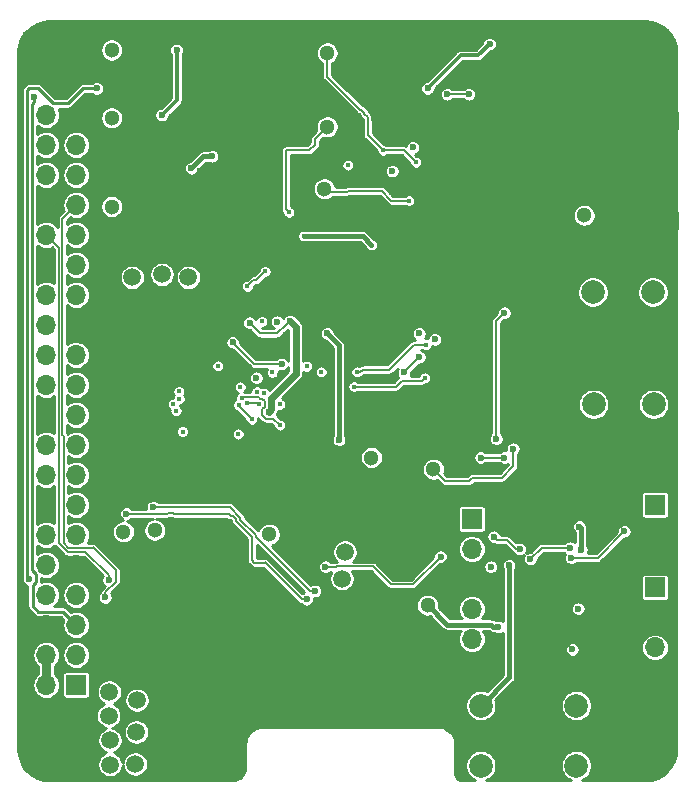
<source format=gbl>
G04 #@! TF.GenerationSoftware,KiCad,Pcbnew,(5.1.4)-1*
G04 #@! TF.CreationDate,2019-11-05T17:29:02+01:00*
G04 #@! TF.ProjectId,rf-receiver,72662d72-6563-4656-9976-65722e6b6963,rev?*
G04 #@! TF.SameCoordinates,Original*
G04 #@! TF.FileFunction,Copper,L4,Bot*
G04 #@! TF.FilePolarity,Positive*
%FSLAX46Y46*%
G04 Gerber Fmt 4.6, Leading zero omitted, Abs format (unit mm)*
G04 Created by KiCad (PCBNEW (5.1.4)-1) date 2019-11-05 17:29:02*
%MOMM*%
%LPD*%
G04 APERTURE LIST*
%ADD10C,1.300000*%
%ADD11O,1.700000X1.700000*%
%ADD12R,1.700000X1.700000*%
%ADD13C,2.000000*%
%ADD14C,5.400000*%
%ADD15R,5.080000X1.500000*%
%ADD16C,0.450000*%
%ADD17C,1.000000*%
%ADD18C,0.600000*%
%ADD19C,0.400000*%
%ADD20C,1.500000*%
%ADD21C,0.400000*%
%ADD22C,0.200000*%
%ADD23C,0.800000*%
%ADD24C,0.350000*%
%ADD25C,0.600000*%
%ADD26C,0.250000*%
%ADD27C,0.150000*%
%ADD28C,0.254000*%
G04 APERTURE END LIST*
D10*
X83250000Y-73750000D03*
X83250000Y-66250000D03*
X83250000Y-60500000D03*
X110000000Y-107500000D03*
X105250000Y-95000000D03*
X110500000Y-96000000D03*
X91200000Y-101150000D03*
X86900000Y-101150000D03*
X101500000Y-60750000D03*
X101250000Y-72250000D03*
X96600000Y-101500000D03*
X123250000Y-74500000D03*
X123250000Y-67750000D03*
X101500000Y-67000000D03*
X84250000Y-101300000D03*
D11*
X129250000Y-101540000D03*
D12*
X129250000Y-99000000D03*
D13*
X129130000Y-90500000D03*
X124050000Y-90500000D03*
X129080000Y-81000000D03*
X124000000Y-81000000D03*
X114500000Y-121080000D03*
X114500000Y-116000000D03*
X122600000Y-121080000D03*
X122600000Y-116000000D03*
D11*
X113750000Y-110370000D03*
X113750000Y-107830000D03*
X113750000Y-105290000D03*
X113750000Y-102750000D03*
D12*
X113750000Y-100210000D03*
D11*
X77710000Y-65990000D03*
X80250000Y-65990000D03*
X77710000Y-68530000D03*
X80250000Y-68530000D03*
X77710000Y-71070000D03*
X80250000Y-71070000D03*
X77710000Y-73610000D03*
X80250000Y-73610000D03*
X77710000Y-76150000D03*
X80250000Y-76150000D03*
X77710000Y-78690000D03*
X80250000Y-78690000D03*
X77710000Y-81230000D03*
X80250000Y-81230000D03*
X77710000Y-83770000D03*
X80250000Y-83770000D03*
X77710000Y-86310000D03*
X80250000Y-86310000D03*
X77710000Y-88850000D03*
X80250000Y-88850000D03*
X77710000Y-91390000D03*
X80250000Y-91390000D03*
X77710000Y-93930000D03*
X80250000Y-93930000D03*
X77710000Y-96470000D03*
X80250000Y-96470000D03*
X77710000Y-99010000D03*
X80250000Y-99010000D03*
X77710000Y-101550000D03*
X80250000Y-101550000D03*
X77710000Y-104090000D03*
X80250000Y-104090000D03*
X77710000Y-106630000D03*
X80250000Y-106630000D03*
X77710000Y-109170000D03*
X80250000Y-109170000D03*
X77710000Y-111710000D03*
X80250000Y-111710000D03*
X77710000Y-114250000D03*
D12*
X80250000Y-114250000D03*
D14*
X79000000Y-119250000D03*
X128000000Y-119250000D03*
X128000000Y-61250000D03*
X79000000Y-61250000D03*
D15*
X128750000Y-75000000D03*
X128750000Y-66500000D03*
D12*
X129250000Y-106000000D03*
D11*
X129250000Y-108540000D03*
X129250000Y-111080000D03*
D16*
X98250000Y-74250000D03*
X105250000Y-77000000D03*
X99500000Y-76250000D03*
X108400010Y-73250000D03*
X94750000Y-80500000D03*
X96250000Y-79250000D03*
X109000000Y-70000000D03*
X106250000Y-69000000D03*
X92250000Y-87250000D03*
X103250000Y-70250000D03*
D17*
X103000000Y-115000000D03*
D18*
X87250000Y-72000000D03*
X85250000Y-72000000D03*
X85250000Y-70250000D03*
X85250000Y-67000000D03*
X85250000Y-65750000D03*
X85250000Y-64250000D03*
X85250000Y-61250000D03*
X85250000Y-59500000D03*
X87250000Y-59500000D03*
X90750000Y-59500000D03*
X93250000Y-59500000D03*
X96750000Y-59500000D03*
X98750000Y-59500000D03*
X98750000Y-61250000D03*
X98750000Y-67000000D03*
X98750000Y-65500000D03*
X98750000Y-64250000D03*
X98750000Y-71750000D03*
X98750000Y-70250000D03*
X96750000Y-72000000D03*
X93250000Y-72000000D03*
X90750000Y-72000000D03*
X120400000Y-71900000D03*
X120400000Y-73200000D03*
X120400000Y-74300000D03*
X120400000Y-75300000D03*
X119300000Y-75400000D03*
X118000000Y-75400000D03*
X116800000Y-75400000D03*
X113300000Y-75400000D03*
X112100000Y-75400000D03*
X110900000Y-75400000D03*
X107700000Y-75500000D03*
X106700000Y-75500000D03*
X105600000Y-75500000D03*
X104600000Y-75500000D03*
X104100000Y-74800000D03*
X104100000Y-73500000D03*
X104100000Y-71900000D03*
X104100000Y-68500000D03*
X104100000Y-66500000D03*
X104100000Y-62800000D03*
X104100000Y-61800000D03*
X104100000Y-60900000D03*
X104100000Y-59900000D03*
X104400000Y-59100000D03*
X105500000Y-59100000D03*
X106500000Y-59100000D03*
X107600000Y-59100000D03*
X110600000Y-59100000D03*
X111300000Y-59100000D03*
X112200000Y-59100000D03*
X113000000Y-59100000D03*
X113800000Y-59100000D03*
X116700000Y-59100000D03*
X117600000Y-59100000D03*
X118600000Y-59100000D03*
X119500000Y-59100000D03*
X120400000Y-62800000D03*
X120400000Y-61800000D03*
X120400000Y-60800000D03*
X120400000Y-59900000D03*
X120400000Y-59100000D03*
X120400000Y-68900000D03*
X120400000Y-68200000D03*
X120400000Y-67300000D03*
X120400000Y-66500000D03*
X120400000Y-65700000D03*
X105300000Y-80050000D03*
X106500000Y-79250000D03*
X107600000Y-79250000D03*
X110600000Y-79250000D03*
X111600000Y-79250000D03*
X112500000Y-79250000D03*
X113500000Y-79250000D03*
X116700000Y-79250000D03*
X117800000Y-79250000D03*
X118800000Y-79450000D03*
X118700000Y-84250000D03*
X118700000Y-85150000D03*
X118800000Y-85950000D03*
X118700000Y-87050000D03*
X118700000Y-90050000D03*
X118700000Y-90950000D03*
X118400000Y-91750000D03*
X117600000Y-91750000D03*
X116700000Y-91750000D03*
X110600000Y-91750000D03*
X111700000Y-91750000D03*
X112600000Y-91750000D03*
X113500000Y-91750000D03*
X90550000Y-98300000D03*
X91450000Y-98300000D03*
X92450000Y-98200000D03*
X93450000Y-98200000D03*
X97050000Y-98200000D03*
X98350000Y-98300000D03*
X99250000Y-98300000D03*
X100150000Y-98000000D03*
X100150000Y-96700000D03*
X100150000Y-95600000D03*
X100150000Y-94600000D03*
X100150000Y-91200000D03*
X100150000Y-89800000D03*
X100150000Y-88600000D03*
X93350000Y-82000000D03*
X92450000Y-82000000D03*
X91450000Y-82000000D03*
X90550000Y-82000000D03*
X87350000Y-81900000D03*
X86050000Y-81900000D03*
X84950000Y-82000000D03*
X83850000Y-82000000D03*
X83850000Y-83000000D03*
X83850000Y-84100000D03*
X83850000Y-85400000D03*
X83850000Y-89100000D03*
X83850000Y-90500000D03*
X83850000Y-91500000D03*
X83750000Y-95600000D03*
X83750000Y-97200000D03*
X83750000Y-98200000D03*
X84850000Y-98200000D03*
X86050000Y-98200000D03*
X87350000Y-98200000D03*
X107250000Y-91750000D03*
X105250000Y-91750000D03*
X105250000Y-90000000D03*
X105250000Y-87000000D03*
X105250000Y-85500000D03*
X105250000Y-84000000D03*
X105250000Y-81000000D03*
X105250000Y-79250000D03*
X96950000Y-82000000D03*
X98500000Y-82000000D03*
X99500000Y-82000000D03*
X100250000Y-82750000D03*
X100250000Y-84000000D03*
X100250000Y-85500000D03*
X117500000Y-84000000D03*
X117750000Y-85750000D03*
X117750000Y-81000000D03*
X117250000Y-80250000D03*
X106750000Y-102000000D03*
X108500000Y-101750000D03*
X86250000Y-78500000D03*
X92000000Y-78000000D03*
X92000000Y-76250000D03*
X92000000Y-74500000D03*
X105500000Y-61750000D03*
X107750000Y-61500000D03*
X109500000Y-59750000D03*
X110250000Y-60250000D03*
X90500000Y-67500000D03*
X93500000Y-58500000D03*
X91000000Y-58500000D03*
X84500000Y-93000000D03*
X85500000Y-90000000D03*
X105250000Y-82500000D03*
X76000000Y-59250000D03*
X75500000Y-61000000D03*
X75500000Y-62500000D03*
X75500000Y-64250000D03*
X75500000Y-66000000D03*
X75500000Y-68000000D03*
X75500000Y-70000000D03*
X75500000Y-72250000D03*
X75500000Y-74250000D03*
X75500000Y-76250000D03*
X75500000Y-78500000D03*
X75500000Y-80750000D03*
X75500000Y-83000000D03*
X75500000Y-85250000D03*
X75500000Y-87500000D03*
X75500000Y-89750000D03*
X75500000Y-92250000D03*
X75500000Y-94750000D03*
X75500000Y-97000000D03*
X75500000Y-99000000D03*
X75500000Y-101250000D03*
X75500000Y-103500000D03*
X75500000Y-105750000D03*
X75500000Y-107750000D03*
X75500000Y-109500000D03*
X75500000Y-111500000D03*
X75500000Y-113500000D03*
X75500000Y-115500000D03*
X97500000Y-68750000D03*
X97000000Y-70500000D03*
X95250000Y-70750000D03*
X96000000Y-69000000D03*
X93000000Y-70000000D03*
X91500000Y-68750000D03*
X90750000Y-70750000D03*
X89000000Y-70750000D03*
X87000000Y-70750000D03*
X86500000Y-65500000D03*
X87500000Y-64750000D03*
X89500000Y-69500000D03*
X105500000Y-70000000D03*
X105500000Y-71750000D03*
X105500000Y-73250000D03*
X106500000Y-74000000D03*
X108750000Y-74000000D03*
X111000000Y-74000000D03*
X108750000Y-72250000D03*
X108000000Y-70750000D03*
X107000000Y-72500000D03*
X106500000Y-70000000D03*
X119250000Y-74250000D03*
X117500000Y-74250000D03*
X116500000Y-73250000D03*
X115250000Y-71750000D03*
X116500000Y-71000000D03*
X118500000Y-71000000D03*
X119250000Y-72250000D03*
X117500000Y-72250000D03*
X120250000Y-70250000D03*
X114000000Y-66500000D03*
X115000000Y-73500000D03*
X113500000Y-72000000D03*
X112500000Y-72250000D03*
X111750000Y-60000000D03*
X113250000Y-60000000D03*
X111250000Y-66500000D03*
X105500000Y-66250000D03*
X88750000Y-81750000D03*
X116750000Y-87750000D03*
X117750000Y-87750000D03*
X107250000Y-90500000D03*
X106250000Y-89750000D03*
X106250000Y-88250000D03*
X107250000Y-88250000D03*
X106500000Y-87000000D03*
X106500000Y-86000000D03*
X106500000Y-85250000D03*
X106500000Y-84250000D03*
X106500000Y-83250000D03*
X106500000Y-80750000D03*
X106500000Y-82000000D03*
X107500000Y-83250000D03*
X107500000Y-82000000D03*
X107500000Y-80500000D03*
X115500000Y-79750000D03*
X114500000Y-79000000D03*
X98250000Y-90300000D03*
X98950000Y-90400000D03*
X94000000Y-84500000D03*
D19*
X97450000Y-88000000D03*
D18*
X98050000Y-84600000D03*
X97000000Y-82750000D03*
X99150000Y-83000000D03*
X98950000Y-91400000D03*
X98950000Y-94400000D03*
X98950000Y-95700000D03*
X98850000Y-96900000D03*
X97550000Y-97000000D03*
X96050000Y-97000000D03*
X94850000Y-97000000D03*
X94750000Y-95800000D03*
X95550000Y-93200000D03*
X96550000Y-92300000D03*
X97650000Y-91400000D03*
X95950000Y-95700000D03*
X97750000Y-95800000D03*
X97750000Y-94600000D03*
X93250000Y-93250000D03*
X91250000Y-93750000D03*
X90550000Y-93300000D03*
X89550000Y-93500000D03*
X88250000Y-94500000D03*
X88250000Y-95500000D03*
X88150000Y-96800000D03*
X89500000Y-96000000D03*
X90250000Y-97000000D03*
X90250000Y-95600000D03*
X90000000Y-94500000D03*
X88650000Y-92300000D03*
D19*
X88050000Y-89300000D03*
D18*
X88650000Y-88200000D03*
X88350000Y-86300000D03*
X88150000Y-84800000D03*
X88150000Y-83400000D03*
X89150000Y-83000000D03*
X89150000Y-84400000D03*
X89150000Y-86100000D03*
X90500000Y-86900000D03*
X90500000Y-85800000D03*
X90500000Y-84700000D03*
X90500000Y-83600000D03*
X91150000Y-83100000D03*
X91450000Y-84300000D03*
X91450000Y-85700000D03*
X91450000Y-86900000D03*
X92450000Y-83900000D03*
X92750000Y-83000000D03*
X93650000Y-83100000D03*
X86000000Y-84400000D03*
X84950000Y-84400000D03*
X84000000Y-87250000D03*
X85950000Y-95600000D03*
X85250000Y-95600000D03*
X118730000Y-80575000D03*
X87750000Y-66750000D03*
X104750000Y-101750000D03*
X106750000Y-104000000D03*
X104563927Y-64786094D03*
X93500000Y-87000000D03*
X93495584Y-86097312D03*
X97500000Y-64500000D03*
X96500000Y-64500000D03*
X95250000Y-64500000D03*
X92000000Y-59500000D03*
X92000000Y-72000000D03*
X88250000Y-100250000D03*
X87500000Y-102500000D03*
X82500000Y-100500000D03*
X93750000Y-102250000D03*
X93250000Y-100500000D03*
X95250000Y-100500000D03*
X95750000Y-103000000D03*
X99500000Y-104750000D03*
X97500000Y-100000000D03*
X99500000Y-100250000D03*
X100250000Y-101250000D03*
X103250000Y-99750000D03*
X101500000Y-95000000D03*
X101500000Y-97500000D03*
X109000000Y-94000000D03*
X108000000Y-96000000D03*
X108750000Y-97750000D03*
X110250000Y-99000000D03*
X113500000Y-95750000D03*
X112000000Y-94000000D03*
X115000000Y-82750000D03*
X114000000Y-84500000D03*
X114000000Y-85750000D03*
X118750000Y-82500000D03*
X117750000Y-82750000D03*
X114500000Y-80250000D03*
X114000000Y-88000000D03*
X114250000Y-90750000D03*
X114750000Y-92000000D03*
X114250000Y-93250000D03*
X109500000Y-91250000D03*
D16*
X110500000Y-87500000D03*
X110750000Y-86250000D03*
D18*
X108500000Y-64750000D03*
X111000000Y-63750000D03*
X92750000Y-60500000D03*
X91500000Y-60500000D03*
X96000000Y-63250000D03*
X95000000Y-60000000D03*
X92000000Y-64750000D03*
X88000000Y-69000000D03*
X85500000Y-68750000D03*
D17*
X100500000Y-114500000D03*
X100000000Y-116000000D03*
X98500000Y-116750000D03*
X101500000Y-116750000D03*
X103750000Y-116750000D03*
X105750000Y-116750000D03*
X105750000Y-115250000D03*
X105250000Y-113750000D03*
X105500000Y-111750000D03*
D20*
X94050000Y-107600000D03*
X94000000Y-109700000D03*
X98300000Y-107500000D03*
X98300000Y-109350000D03*
X96300000Y-105950000D03*
D18*
X120950000Y-92700000D03*
X119550000Y-94200000D03*
D17*
X93900000Y-118550000D03*
X93200000Y-119950000D03*
X90750000Y-121100000D03*
X88200000Y-121050000D03*
X87950000Y-118600000D03*
X87950000Y-115900000D03*
X89900000Y-115300000D03*
X91750000Y-113200000D03*
X91750000Y-110500000D03*
X89300000Y-110550000D03*
X86750000Y-110550000D03*
X87850000Y-112400000D03*
X89500000Y-113650000D03*
X94250000Y-111750000D03*
X75850000Y-116900000D03*
D18*
X130750000Y-114500000D03*
X130750000Y-115700000D03*
X130850000Y-117100000D03*
X124450000Y-122200000D03*
X126050000Y-122250000D03*
X124650000Y-120350000D03*
X124400000Y-118500000D03*
X124900000Y-116950000D03*
X126000000Y-115950000D03*
X127600000Y-115350000D03*
X129650000Y-115550000D03*
X129200000Y-113950000D03*
X128000000Y-113350000D03*
X126400000Y-112950000D03*
X126550000Y-114450000D03*
X124650000Y-115200000D03*
X125050000Y-113700000D03*
X124450000Y-112850000D03*
X121850000Y-112400000D03*
X121250000Y-114350000D03*
X119550000Y-114050000D03*
X117950000Y-112900000D03*
X120400000Y-112450000D03*
X117750000Y-110850000D03*
X119450000Y-110850000D03*
X121350000Y-110700000D03*
X122550000Y-109850000D03*
X120350000Y-109750000D03*
X118450000Y-109800000D03*
X127350000Y-106950000D03*
X127350000Y-108500000D03*
X127350000Y-110350000D03*
X130750000Y-103800000D03*
X129450000Y-103750000D03*
X127700000Y-103750000D03*
X127150000Y-104800000D03*
X127000000Y-100250000D03*
X127000000Y-102600000D03*
X125750000Y-103650000D03*
X121650000Y-108400000D03*
X118750000Y-108400000D03*
X118100000Y-97750000D03*
X117950000Y-99200000D03*
X117950000Y-101150000D03*
X121650000Y-98700000D03*
X121750000Y-100100000D03*
X127050000Y-97000000D03*
X126850000Y-98450000D03*
X105450000Y-96550000D03*
X107250000Y-97800000D03*
X103500000Y-94650000D03*
X102250000Y-96500000D03*
X103950000Y-97950000D03*
X101550000Y-99600000D03*
X103200000Y-101300000D03*
X101700000Y-102200000D03*
X100450000Y-103050000D03*
X98250000Y-102800000D03*
X98400000Y-101400000D03*
X94400000Y-103150000D03*
X92950000Y-103150000D03*
X89700000Y-103000000D03*
X89400000Y-101300000D03*
X82700000Y-102000000D03*
X82450000Y-94400000D03*
X82350000Y-96150000D03*
X82450000Y-97700000D03*
X82400000Y-92700000D03*
X82400000Y-90950000D03*
X82450000Y-88700000D03*
X82400000Y-86300000D03*
X82450000Y-83800000D03*
X82400000Y-81500000D03*
X82550000Y-80400000D03*
X83950000Y-78100000D03*
X82350000Y-78050000D03*
X82300000Y-76500000D03*
X82350000Y-75000000D03*
X83800000Y-76450000D03*
X83950000Y-75000000D03*
X82400000Y-72500000D03*
X83950000Y-72350000D03*
X84000000Y-69500000D03*
X82300000Y-69200000D03*
X83150000Y-71300000D03*
X82300000Y-67200000D03*
X84200000Y-67300000D03*
X84050000Y-65000000D03*
X82150000Y-65200000D03*
X80950000Y-58200000D03*
X82100000Y-59450000D03*
X83750000Y-58550000D03*
X86000000Y-58200000D03*
X88700000Y-58250000D03*
X95050000Y-58300000D03*
X97150000Y-58300000D03*
X99650000Y-58300000D03*
X100000000Y-59650000D03*
X100050000Y-61300000D03*
X100000000Y-62700000D03*
X100000000Y-64850000D03*
X100000000Y-67050000D03*
X100600000Y-69350000D03*
X102750000Y-68950000D03*
X102800000Y-66200000D03*
X101700000Y-68250000D03*
X102950000Y-62900000D03*
X102950000Y-60900000D03*
X102900000Y-59000000D03*
X130450000Y-87950000D03*
X127600000Y-88000000D03*
X122950000Y-88000000D03*
X122300000Y-84950000D03*
X120300000Y-83600000D03*
X120150000Y-81500000D03*
X120050000Y-79050000D03*
X122550000Y-78900000D03*
X124950000Y-78300000D03*
X127900000Y-78650000D03*
X130550000Y-78350000D03*
X130500000Y-77000000D03*
X128050000Y-76850000D03*
X125700000Y-76900000D03*
X123200000Y-76700000D03*
X120650000Y-76800000D03*
X117750000Y-76900000D03*
X114700000Y-76950000D03*
X112600000Y-77000000D03*
X110100000Y-77000000D03*
X107850000Y-77500000D03*
X104200000Y-77600000D03*
X106350000Y-77650000D03*
X103550000Y-78750000D03*
X103550000Y-80150000D03*
X103800000Y-82350000D03*
X102400000Y-83450000D03*
X102500000Y-80850000D03*
X103850000Y-84200000D03*
X103500000Y-85350000D03*
X103450000Y-86800000D03*
X101600000Y-86700000D03*
X101550000Y-88700000D03*
X101550000Y-90200000D03*
X101600000Y-91550000D03*
X122150000Y-58700000D03*
X124750000Y-58750000D03*
X124500000Y-60500000D03*
X122100000Y-60650000D03*
X122050000Y-62300000D03*
X124500000Y-62300000D03*
X123050000Y-63500000D03*
X124800000Y-64500000D03*
X126600000Y-64650000D03*
X130650000Y-64650000D03*
X128550000Y-64800000D03*
X130850000Y-67950000D03*
X128700000Y-68000000D03*
X130600000Y-73450000D03*
X129100000Y-73450000D03*
X127100000Y-73350000D03*
X125450000Y-73600000D03*
X125300000Y-75100000D03*
X122100000Y-69550000D03*
X123150000Y-71000000D03*
X124650000Y-71950000D03*
X125100000Y-68750000D03*
X123850000Y-69600000D03*
X121750000Y-65400000D03*
X121850000Y-67350000D03*
X125000000Y-67800000D03*
X86250000Y-75400000D03*
X122750000Y-92450000D03*
X124450000Y-92600000D03*
X127400000Y-92450000D03*
X114000000Y-97950000D03*
X112000000Y-98000000D03*
X111000000Y-100400000D03*
X110950000Y-102050000D03*
X111150000Y-104400000D03*
X126250000Y-83250000D03*
X124350000Y-83300000D03*
X121900000Y-82200000D03*
X121900000Y-80200000D03*
X121800000Y-75300000D03*
X121700000Y-73450000D03*
D16*
X93949982Y-93009403D03*
X89250000Y-92800000D03*
X95552698Y-89422965D03*
D20*
X87500000Y-79499978D03*
X84999996Y-79750000D03*
X89750000Y-79750000D03*
X103000022Y-103000000D03*
X102750000Y-105250000D03*
X83050000Y-114850000D03*
X83000000Y-116850000D03*
X83100000Y-118950000D03*
X83100000Y-121000000D03*
X85250000Y-120950000D03*
X85350000Y-118250000D03*
X85400000Y-115550000D03*
D18*
X100449999Y-106300001D03*
X122750000Y-107800000D03*
X86753435Y-99199990D03*
D16*
X99750000Y-87274990D03*
X94729342Y-90389104D03*
X96137046Y-89559155D03*
X95717977Y-90488424D03*
X88700000Y-91050018D03*
D18*
X122250000Y-111250000D03*
X84500000Y-99750000D03*
X99750000Y-107000000D03*
X113500000Y-64250000D03*
X111654970Y-64250000D03*
D16*
X109750000Y-88250000D03*
X103750000Y-89000000D03*
X97500000Y-90500000D03*
X94124977Y-89028537D03*
X88477161Y-90492902D03*
D18*
X117250000Y-94250000D03*
D16*
X88950000Y-89400000D03*
X97500000Y-92250000D03*
X94250001Y-90000000D03*
X101000000Y-87750000D03*
X104000000Y-87750004D03*
X88975010Y-90039917D03*
X95108098Y-91761661D03*
X94000000Y-90574990D03*
X109868762Y-85459472D03*
D18*
X97638853Y-87085170D03*
X93500006Y-85250000D03*
X97250000Y-83500000D03*
X95500000Y-88249980D03*
X110000000Y-63750000D03*
X115250000Y-60000000D03*
X107000000Y-70750000D03*
X108750000Y-68750000D03*
X101500000Y-84500000D03*
X102500000Y-93500000D03*
X98350010Y-83450007D03*
X94922391Y-83600751D03*
X96575122Y-91107528D03*
X116000000Y-109350000D03*
X123000000Y-102800000D03*
X122850000Y-100850000D03*
X109287500Y-84500000D03*
X109287500Y-86500000D03*
X116500000Y-95000000D03*
X114500000Y-95000000D03*
X108000000Y-87775024D03*
X110623920Y-85007531D03*
X116500000Y-82750000D03*
X115800010Y-93424132D03*
D16*
X96861312Y-87800000D03*
X95971347Y-83480326D03*
D18*
X76650011Y-64500000D03*
X126650000Y-101250000D03*
X122150000Y-103500000D03*
X101350000Y-104250000D03*
X111100000Y-103400000D03*
X115600000Y-101700000D03*
X117800000Y-102750000D03*
X82000000Y-63750000D03*
X76250000Y-105250000D03*
X122050000Y-102650000D03*
X118700000Y-103600000D03*
X115350000Y-104250000D03*
X87500000Y-66000000D03*
X90000000Y-70500000D03*
X91750000Y-69500000D03*
X88750000Y-60500000D03*
X116900000Y-104125010D03*
X82700000Y-106850000D03*
X82997378Y-105385881D03*
D21*
X105250000Y-77000000D02*
X104500000Y-76250000D01*
X104500000Y-76250000D02*
X99500000Y-76250000D01*
D22*
X98000000Y-74000000D02*
X98250000Y-74250000D01*
X98000000Y-69000000D02*
X98000000Y-74000000D01*
X100000000Y-69000000D02*
X98000000Y-69000000D01*
X100500001Y-68499999D02*
X100000000Y-69000000D01*
X101500000Y-67000000D02*
X100500001Y-67999999D01*
X100500001Y-67999999D02*
X100500001Y-68499999D01*
X101750000Y-72500000D02*
X101500000Y-72250000D01*
X103174264Y-72500000D02*
X101750000Y-72500000D01*
X103224265Y-72449999D02*
X103174264Y-72500000D01*
X106135997Y-72449999D02*
X103224265Y-72449999D01*
X108400010Y-73250000D02*
X106935998Y-73250000D01*
X106935998Y-73250000D02*
X106135997Y-72449999D01*
X94750000Y-80500000D02*
X95250000Y-80000000D01*
X95250000Y-80000000D02*
X95500000Y-80000000D01*
X95500000Y-80000000D02*
X96250000Y-79250000D01*
X109000000Y-70000000D02*
X108000000Y-69000000D01*
X106674264Y-69000000D02*
X106250000Y-69000000D01*
X108000000Y-69000000D02*
X106674264Y-69000000D01*
X101500000Y-62750000D02*
X101500000Y-60750000D01*
X104299999Y-65549999D02*
X101500000Y-62750000D01*
X104364001Y-65549999D02*
X104299999Y-65549999D01*
X104650001Y-65835999D02*
X104364001Y-65549999D01*
X104650001Y-65900001D02*
X104650001Y-65835999D01*
X106250000Y-69000000D02*
X104949999Y-67699999D01*
X104949999Y-67699999D02*
X104949999Y-66199999D01*
X104949999Y-66199999D02*
X104650001Y-65900001D01*
D23*
X77710000Y-114250000D02*
X77710000Y-111710000D01*
D22*
X94150012Y-100091020D02*
X93258982Y-99199990D01*
X93258982Y-99199990D02*
X87177699Y-99199990D01*
X87177699Y-99199990D02*
X86753435Y-99199990D01*
X100449999Y-106300001D02*
X100025735Y-106300001D01*
X95491019Y-101596029D02*
X94150012Y-100255022D01*
X94150012Y-100255022D02*
X94150012Y-100091020D01*
X100025735Y-106300001D02*
X95491019Y-101765285D01*
X95491019Y-101765285D02*
X95491019Y-101596029D01*
X95618657Y-90389104D02*
X95717977Y-90488424D01*
X94729342Y-90389104D02*
X95618657Y-90389104D01*
X95141008Y-103700000D02*
X95341020Y-103900012D01*
X95141008Y-101741008D02*
X95141008Y-103700000D01*
X93800001Y-100400001D02*
X95141008Y-101741008D01*
X93800001Y-100235999D02*
X93800001Y-100400001D01*
X95341020Y-103900012D02*
X96158981Y-103900011D01*
X93514001Y-99949999D02*
X93800001Y-100235999D01*
X99325736Y-107000000D02*
X99750000Y-107000000D01*
X88514001Y-99699999D02*
X88564002Y-99750000D01*
X93349999Y-99949999D02*
X93514001Y-99949999D01*
X96192364Y-103866628D02*
X99325736Y-107000000D01*
X88564002Y-99750000D02*
X93150000Y-99750000D01*
X84500000Y-99750000D02*
X87935998Y-99750000D01*
X93150000Y-99750000D02*
X93349999Y-99949999D01*
X87935998Y-99750000D02*
X87985999Y-99699999D01*
X96158981Y-103900011D02*
X96192364Y-103866628D01*
X87985999Y-99699999D02*
X88514001Y-99699999D01*
X113500000Y-64250000D02*
X112000000Y-64250000D01*
X112000000Y-64250000D02*
X111654970Y-64250000D01*
X109750000Y-88250000D02*
X109500000Y-88500000D01*
X107814002Y-88500000D02*
X107314002Y-89000000D01*
X109500000Y-88500000D02*
X107814002Y-88500000D01*
X107314002Y-89000000D02*
X103750000Y-89000000D01*
X113799999Y-96700001D02*
X116299999Y-96700001D01*
X113500000Y-97000000D02*
X113799999Y-96700001D01*
X116299999Y-96700001D02*
X117250000Y-95750000D01*
X117250000Y-95750000D02*
X117250000Y-94250000D01*
X111499999Y-96999999D02*
X110500000Y-96000000D01*
X113500000Y-97000000D02*
X111499999Y-96999999D01*
X96950011Y-91700011D02*
X96279918Y-91700011D01*
X95967918Y-91388011D02*
X95967918Y-90919333D01*
X97500000Y-92250000D02*
X96950011Y-91700011D01*
X95997934Y-90029157D02*
X95839257Y-90029157D01*
X95708066Y-89897966D02*
X94352035Y-89897966D01*
X96200012Y-90687239D02*
X96200012Y-90231235D01*
X96279918Y-91700011D02*
X95967918Y-91388011D01*
X94352035Y-89897966D02*
X94250001Y-90000000D01*
X95839257Y-90029157D02*
X95708066Y-89897966D01*
X96200012Y-90231235D02*
X95997934Y-90029157D01*
X95967918Y-90919333D02*
X96200012Y-90687239D01*
X94000000Y-90653563D02*
X94000000Y-90574990D01*
X95108098Y-91761661D02*
X94000000Y-90653563D01*
X106764001Y-87550001D02*
X108854530Y-85459472D01*
X104518201Y-87550001D02*
X106764001Y-87550001D01*
X104318198Y-87750004D02*
X104518201Y-87550001D01*
X108854530Y-85459472D02*
X109550564Y-85459472D01*
X104000000Y-87750004D02*
X104318198Y-87750004D01*
X109550564Y-85459472D02*
X109868762Y-85459472D01*
X93800005Y-85549999D02*
X93500006Y-85250000D01*
X97638853Y-87085170D02*
X95335176Y-87085170D01*
X95335176Y-87085170D02*
X93800005Y-85549999D01*
D24*
X114287500Y-60962500D02*
X115250000Y-60000000D01*
X110000000Y-63750000D02*
X112787500Y-60962500D01*
X112787500Y-60962500D02*
X114287500Y-60962500D01*
D21*
X101500000Y-84500000D02*
X102500000Y-85500000D01*
X102500000Y-93075736D02*
X102500000Y-93500000D01*
X102500000Y-85500000D02*
X102500000Y-93075736D01*
D22*
X98050011Y-83750006D02*
X97999994Y-83750006D01*
X98350010Y-83450007D02*
X98050011Y-83750006D01*
X97999994Y-83750006D02*
X97250000Y-84500000D01*
X97250000Y-84500000D02*
X95821640Y-84500000D01*
X95821640Y-84500000D02*
X94922391Y-83600751D01*
D25*
X98850001Y-87903435D02*
X96750023Y-90003413D01*
X96750023Y-90932627D02*
X96575122Y-91107528D01*
X96750023Y-90003413D02*
X96750023Y-90932627D01*
X98350010Y-83450007D02*
X98850001Y-83949998D01*
X98850001Y-83949998D02*
X98850001Y-87903435D01*
D21*
X115375736Y-109150000D02*
X115575736Y-109350000D01*
X110000000Y-107500000D02*
X111650000Y-109150000D01*
X111650000Y-109150000D02*
X115375736Y-109150000D01*
X115575736Y-109350000D02*
X116000000Y-109350000D01*
X123000000Y-102800000D02*
X123000000Y-101000000D01*
X123000000Y-101000000D02*
X122850000Y-100850000D01*
D22*
X116500000Y-95000000D02*
X114500000Y-95000000D01*
X108012476Y-87775024D02*
X109287500Y-86500000D01*
X108000000Y-87775024D02*
X108012476Y-87775024D01*
X115800010Y-83449990D02*
X115800010Y-92999868D01*
X116500000Y-82750000D02*
X115800010Y-83449990D01*
X115800010Y-92999868D02*
X115800010Y-93424132D01*
D26*
X80250000Y-109170000D02*
X79124999Y-108044999D01*
X76500000Y-104545002D02*
X76500000Y-65074275D01*
X79124999Y-108044999D02*
X77044999Y-108044999D01*
X76825029Y-104870031D02*
X76500000Y-104545002D01*
X77044999Y-108044999D02*
X76575001Y-107575001D01*
X76500000Y-65074275D02*
X76650011Y-64924264D01*
X76825029Y-105525973D02*
X76825029Y-104870031D01*
X76575001Y-105776001D02*
X76825029Y-105525973D01*
X76575001Y-107575001D02*
X76575001Y-105776001D01*
X76650011Y-64924264D02*
X76650011Y-64500000D01*
D22*
X126650000Y-101250000D02*
X124400000Y-103500000D01*
X124400000Y-103500000D02*
X122150000Y-103500000D01*
D27*
X102257999Y-104224999D02*
X105374999Y-104224999D01*
X101350000Y-104250000D02*
X102232998Y-104250000D01*
X102232998Y-104250000D02*
X102257999Y-104224999D01*
X105374999Y-104224999D02*
X106900000Y-105750000D01*
X106900000Y-105750000D02*
X108750000Y-105750000D01*
X108750000Y-105750000D02*
X111100000Y-103400000D01*
X115899999Y-101999999D02*
X116749999Y-101999999D01*
X115600000Y-101700000D02*
X115899999Y-101999999D01*
X116749999Y-101999999D02*
X117500000Y-102750000D01*
X117500000Y-102750000D02*
X117800000Y-102750000D01*
D26*
X76075001Y-105075001D02*
X76250000Y-105250000D01*
X80824998Y-63750000D02*
X79574998Y-65000000D01*
X76075001Y-63924999D02*
X76075001Y-105075001D01*
X79574998Y-65000000D02*
X78250000Y-65000000D01*
X76250000Y-63750000D02*
X76075001Y-63924999D01*
X78250000Y-65000000D02*
X77000000Y-63750000D01*
X82000000Y-63750000D02*
X80824998Y-63750000D01*
X77000000Y-63750000D02*
X76250000Y-63750000D01*
D22*
X122050000Y-102650000D02*
X119650000Y-102650000D01*
X119650000Y-102650000D02*
X118700000Y-103600000D01*
D21*
X90000000Y-70500000D02*
X91000000Y-69500000D01*
X91000000Y-69500000D02*
X91750000Y-69500000D01*
D24*
X88750000Y-60924264D02*
X88750000Y-60500000D01*
X88750000Y-64750000D02*
X88750000Y-60924264D01*
X87500000Y-66000000D02*
X88750000Y-64750000D01*
D21*
X116900000Y-104549274D02*
X116900000Y-104125010D01*
X114500000Y-116000000D02*
X116900000Y-113600000D01*
X116900000Y-113600000D02*
X116900000Y-104549274D01*
D27*
X82700000Y-106425736D02*
X83600000Y-105525736D01*
X82700000Y-106850000D02*
X82700000Y-106425736D01*
X83600000Y-105525736D02*
X83600000Y-104550000D01*
X83600000Y-104550000D02*
X81650000Y-102600000D01*
X81624999Y-102625001D02*
X79575001Y-102625001D01*
X81650000Y-102600000D02*
X81624999Y-102625001D01*
X79174999Y-102224999D02*
X79174999Y-93175001D01*
X79575001Y-102625001D02*
X79174999Y-102224999D01*
X79400001Y-74459999D02*
X80250000Y-73610000D01*
X79085012Y-74774988D02*
X79400001Y-74459999D01*
X79085012Y-93085013D02*
X79085012Y-74774988D01*
X79174999Y-93175001D02*
X79085012Y-93085013D01*
X81035770Y-103000009D02*
X82997378Y-104961617D01*
X82997378Y-104961617D02*
X82997378Y-105385881D01*
X79525730Y-103000009D02*
X81035770Y-103000009D01*
X78785001Y-77225001D02*
X78785001Y-102259280D01*
X77710000Y-76150000D02*
X78785001Y-77225001D01*
X78785001Y-102259280D02*
X79525730Y-103000009D01*
D28*
G36*
X128959124Y-58128729D02*
G01*
X129448860Y-58276587D01*
X129900547Y-58516754D01*
X130296983Y-58840080D01*
X130623065Y-59234245D01*
X130866380Y-59684248D01*
X131017655Y-60172937D01*
X131072996Y-60699468D01*
X131073000Y-60700740D01*
X131073001Y-119681548D01*
X131021271Y-120209124D01*
X130873411Y-120698862D01*
X130633248Y-121150544D01*
X130309920Y-121546983D01*
X129915755Y-121873065D01*
X129465752Y-122116380D01*
X128977065Y-122267655D01*
X128450532Y-122322996D01*
X128449260Y-122323000D01*
X123066751Y-122323000D01*
X123228570Y-122255972D01*
X123445913Y-122110748D01*
X123630748Y-121925913D01*
X123775972Y-121708570D01*
X123876004Y-121467072D01*
X123927000Y-121210698D01*
X123927000Y-120949302D01*
X123876004Y-120692928D01*
X123775972Y-120451430D01*
X123630748Y-120234087D01*
X123445913Y-120049252D01*
X123228570Y-119904028D01*
X122987072Y-119803996D01*
X122730698Y-119753000D01*
X122469302Y-119753000D01*
X122212928Y-119803996D01*
X121971430Y-119904028D01*
X121754087Y-120049252D01*
X121569252Y-120234087D01*
X121424028Y-120451430D01*
X121323996Y-120692928D01*
X121273000Y-120949302D01*
X121273000Y-121210698D01*
X121323996Y-121467072D01*
X121424028Y-121708570D01*
X121569252Y-121925913D01*
X121754087Y-122110748D01*
X121971430Y-122255972D01*
X122133249Y-122323000D01*
X114966751Y-122323000D01*
X115128570Y-122255972D01*
X115345913Y-122110748D01*
X115530748Y-121925913D01*
X115675972Y-121708570D01*
X115776004Y-121467072D01*
X115827000Y-121210698D01*
X115827000Y-120949302D01*
X115776004Y-120692928D01*
X115675972Y-120451430D01*
X115530748Y-120234087D01*
X115345913Y-120049252D01*
X115128570Y-119904028D01*
X114887072Y-119803996D01*
X114630698Y-119753000D01*
X114369302Y-119753000D01*
X114112928Y-119803996D01*
X113871430Y-119904028D01*
X113654087Y-120049252D01*
X113469252Y-120234087D01*
X113324028Y-120451430D01*
X113223996Y-120692928D01*
X113173000Y-120949302D01*
X113173000Y-121210698D01*
X113223996Y-121467072D01*
X113324028Y-121708570D01*
X113469252Y-121925913D01*
X113654087Y-122110748D01*
X113871430Y-122255972D01*
X114033249Y-122323000D01*
X112968442Y-122323000D01*
X112829341Y-122309361D01*
X112713280Y-122274319D01*
X112606239Y-122217405D01*
X112512288Y-122140781D01*
X112435009Y-122047368D01*
X112377346Y-121940722D01*
X112341496Y-121824909D01*
X112327000Y-121686991D01*
X112327000Y-119181481D01*
X112325381Y-119165041D01*
X112325424Y-119158849D01*
X112324911Y-119153610D01*
X112304510Y-118959514D01*
X112297634Y-118926017D01*
X112291236Y-118892480D01*
X112289715Y-118887440D01*
X112232003Y-118701002D01*
X112218761Y-118669500D01*
X112205962Y-118637822D01*
X112203491Y-118633174D01*
X112110666Y-118461497D01*
X112091570Y-118433186D01*
X112072848Y-118404577D01*
X112069521Y-118400497D01*
X111945117Y-118250120D01*
X111920883Y-118226055D01*
X111896965Y-118201631D01*
X111892909Y-118198275D01*
X111741667Y-118074925D01*
X111713200Y-118056011D01*
X111685013Y-118036712D01*
X111680383Y-118034208D01*
X111508060Y-117942583D01*
X111476533Y-117929589D01*
X111445064Y-117916101D01*
X111440035Y-117914545D01*
X111253199Y-117858135D01*
X111219640Y-117851490D01*
X111186258Y-117844395D01*
X111181023Y-117843844D01*
X110986789Y-117824799D01*
X110986785Y-117824799D01*
X110968519Y-117823000D01*
X95931481Y-117823000D01*
X95915041Y-117824619D01*
X95908849Y-117824576D01*
X95903610Y-117825089D01*
X95709514Y-117845490D01*
X95676017Y-117852366D01*
X95642480Y-117858764D01*
X95637442Y-117860284D01*
X95637436Y-117860286D01*
X95451002Y-117917997D01*
X95419500Y-117931239D01*
X95387822Y-117944038D01*
X95383174Y-117946509D01*
X95211497Y-118039334D01*
X95183186Y-118058430D01*
X95154577Y-118077152D01*
X95150497Y-118080479D01*
X95000120Y-118204883D01*
X94976055Y-118229117D01*
X94951631Y-118253035D01*
X94948275Y-118257091D01*
X94824925Y-118408333D01*
X94806011Y-118436800D01*
X94786712Y-118464987D01*
X94784208Y-118469617D01*
X94692583Y-118641940D01*
X94679589Y-118673467D01*
X94666101Y-118704936D01*
X94664545Y-118709965D01*
X94608135Y-118896801D01*
X94601490Y-118930360D01*
X94594395Y-118963742D01*
X94593844Y-118968977D01*
X94574799Y-119163211D01*
X94574799Y-119163216D01*
X94573000Y-119181482D01*
X94573001Y-121181550D01*
X94549839Y-121417776D01*
X94486595Y-121627252D01*
X94383865Y-121820458D01*
X94245567Y-121990028D01*
X94076959Y-122129512D01*
X93884480Y-122233586D01*
X93675448Y-122298292D01*
X93440361Y-122323000D01*
X77968442Y-122323000D01*
X77440876Y-122271271D01*
X76951138Y-122123411D01*
X76499456Y-121883248D01*
X76103017Y-121559920D01*
X75776935Y-121165755D01*
X75533620Y-120715752D01*
X75382345Y-120227065D01*
X75327004Y-119700532D01*
X75327000Y-119699260D01*
X75327000Y-116743925D01*
X81923000Y-116743925D01*
X81923000Y-116956075D01*
X81964389Y-117164149D01*
X82045575Y-117360151D01*
X82163440Y-117536547D01*
X82313453Y-117686560D01*
X82489849Y-117804425D01*
X82685851Y-117885611D01*
X82808188Y-117909946D01*
X82785851Y-117914389D01*
X82589849Y-117995575D01*
X82413453Y-118113440D01*
X82263440Y-118263453D01*
X82145575Y-118439849D01*
X82064389Y-118635851D01*
X82023000Y-118843925D01*
X82023000Y-119056075D01*
X82064389Y-119264149D01*
X82145575Y-119460151D01*
X82263440Y-119636547D01*
X82413453Y-119786560D01*
X82589849Y-119904425D01*
X82760234Y-119975000D01*
X82589849Y-120045575D01*
X82413453Y-120163440D01*
X82263440Y-120313453D01*
X82145575Y-120489849D01*
X82064389Y-120685851D01*
X82023000Y-120893925D01*
X82023000Y-121106075D01*
X82064389Y-121314149D01*
X82145575Y-121510151D01*
X82263440Y-121686547D01*
X82413453Y-121836560D01*
X82589849Y-121954425D01*
X82785851Y-122035611D01*
X82993925Y-122077000D01*
X83206075Y-122077000D01*
X83414149Y-122035611D01*
X83610151Y-121954425D01*
X83786547Y-121836560D01*
X83936560Y-121686547D01*
X84054425Y-121510151D01*
X84135611Y-121314149D01*
X84177000Y-121106075D01*
X84177000Y-121076184D01*
X84214389Y-121264149D01*
X84295575Y-121460151D01*
X84413440Y-121636547D01*
X84563453Y-121786560D01*
X84739849Y-121904425D01*
X84935851Y-121985611D01*
X85143925Y-122027000D01*
X85356075Y-122027000D01*
X85564149Y-121985611D01*
X85760151Y-121904425D01*
X85936547Y-121786560D01*
X86086560Y-121636547D01*
X86204425Y-121460151D01*
X86285611Y-121264149D01*
X86327000Y-121056075D01*
X86327000Y-120843925D01*
X86285611Y-120635851D01*
X86204425Y-120439849D01*
X86086560Y-120263453D01*
X85936547Y-120113440D01*
X85760151Y-119995575D01*
X85564149Y-119914389D01*
X85356075Y-119873000D01*
X85143925Y-119873000D01*
X84935851Y-119914389D01*
X84739849Y-119995575D01*
X84563453Y-120113440D01*
X84413440Y-120263453D01*
X84295575Y-120439849D01*
X84214389Y-120635851D01*
X84173000Y-120843925D01*
X84173000Y-120873816D01*
X84135611Y-120685851D01*
X84054425Y-120489849D01*
X83936560Y-120313453D01*
X83786547Y-120163440D01*
X83610151Y-120045575D01*
X83439766Y-119975000D01*
X83610151Y-119904425D01*
X83786547Y-119786560D01*
X83936560Y-119636547D01*
X84054425Y-119460151D01*
X84135611Y-119264149D01*
X84177000Y-119056075D01*
X84177000Y-118843925D01*
X84135611Y-118635851D01*
X84054425Y-118439849D01*
X83936560Y-118263453D01*
X83817032Y-118143925D01*
X84273000Y-118143925D01*
X84273000Y-118356075D01*
X84314389Y-118564149D01*
X84395575Y-118760151D01*
X84513440Y-118936547D01*
X84663453Y-119086560D01*
X84839849Y-119204425D01*
X85035851Y-119285611D01*
X85243925Y-119327000D01*
X85456075Y-119327000D01*
X85664149Y-119285611D01*
X85860151Y-119204425D01*
X86036547Y-119086560D01*
X86186560Y-118936547D01*
X86304425Y-118760151D01*
X86385611Y-118564149D01*
X86427000Y-118356075D01*
X86427000Y-118143925D01*
X86385611Y-117935851D01*
X86304425Y-117739849D01*
X86186560Y-117563453D01*
X86036547Y-117413440D01*
X85860151Y-117295575D01*
X85664149Y-117214389D01*
X85456075Y-117173000D01*
X85243925Y-117173000D01*
X85035851Y-117214389D01*
X84839849Y-117295575D01*
X84663453Y-117413440D01*
X84513440Y-117563453D01*
X84395575Y-117739849D01*
X84314389Y-117935851D01*
X84273000Y-118143925D01*
X83817032Y-118143925D01*
X83786547Y-118113440D01*
X83610151Y-117995575D01*
X83414149Y-117914389D01*
X83291812Y-117890054D01*
X83314149Y-117885611D01*
X83510151Y-117804425D01*
X83686547Y-117686560D01*
X83836560Y-117536547D01*
X83954425Y-117360151D01*
X84035611Y-117164149D01*
X84077000Y-116956075D01*
X84077000Y-116743925D01*
X84035611Y-116535851D01*
X83954425Y-116339849D01*
X83836560Y-116163453D01*
X83686547Y-116013440D01*
X83510151Y-115895575D01*
X83425122Y-115860355D01*
X83560151Y-115804425D01*
X83736547Y-115686560D01*
X83886560Y-115536547D01*
X83948448Y-115443925D01*
X84323000Y-115443925D01*
X84323000Y-115656075D01*
X84364389Y-115864149D01*
X84445575Y-116060151D01*
X84563440Y-116236547D01*
X84713453Y-116386560D01*
X84889849Y-116504425D01*
X85085851Y-116585611D01*
X85293925Y-116627000D01*
X85506075Y-116627000D01*
X85714149Y-116585611D01*
X85910151Y-116504425D01*
X86086547Y-116386560D01*
X86236560Y-116236547D01*
X86354425Y-116060151D01*
X86435611Y-115864149D01*
X86477000Y-115656075D01*
X86477000Y-115443925D01*
X86435611Y-115235851D01*
X86354425Y-115039849D01*
X86236560Y-114863453D01*
X86086547Y-114713440D01*
X85910151Y-114595575D01*
X85714149Y-114514389D01*
X85506075Y-114473000D01*
X85293925Y-114473000D01*
X85085851Y-114514389D01*
X84889849Y-114595575D01*
X84713453Y-114713440D01*
X84563440Y-114863453D01*
X84445575Y-115039849D01*
X84364389Y-115235851D01*
X84323000Y-115443925D01*
X83948448Y-115443925D01*
X84004425Y-115360151D01*
X84085611Y-115164149D01*
X84127000Y-114956075D01*
X84127000Y-114743925D01*
X84085611Y-114535851D01*
X84004425Y-114339849D01*
X83886560Y-114163453D01*
X83736547Y-114013440D01*
X83560151Y-113895575D01*
X83364149Y-113814389D01*
X83156075Y-113773000D01*
X82943925Y-113773000D01*
X82735851Y-113814389D01*
X82539849Y-113895575D01*
X82363453Y-114013440D01*
X82213440Y-114163453D01*
X82095575Y-114339849D01*
X82014389Y-114535851D01*
X81973000Y-114743925D01*
X81973000Y-114956075D01*
X82014389Y-115164149D01*
X82095575Y-115360151D01*
X82213440Y-115536547D01*
X82363453Y-115686560D01*
X82539849Y-115804425D01*
X82624878Y-115839645D01*
X82489849Y-115895575D01*
X82313453Y-116013440D01*
X82163440Y-116163453D01*
X82045575Y-116339849D01*
X81964389Y-116535851D01*
X81923000Y-116743925D01*
X75327000Y-116743925D01*
X75327000Y-111710000D01*
X76527306Y-111710000D01*
X76550031Y-111940732D01*
X76617333Y-112162597D01*
X76726626Y-112367070D01*
X76873709Y-112546291D01*
X76983001Y-112635984D01*
X76983000Y-113324016D01*
X76873709Y-113413709D01*
X76726626Y-113592930D01*
X76617333Y-113797403D01*
X76550031Y-114019268D01*
X76527306Y-114250000D01*
X76550031Y-114480732D01*
X76617333Y-114702597D01*
X76726626Y-114907070D01*
X76873709Y-115086291D01*
X77052930Y-115233374D01*
X77257403Y-115342667D01*
X77479268Y-115409969D01*
X77652188Y-115427000D01*
X77767812Y-115427000D01*
X77940732Y-115409969D01*
X78162597Y-115342667D01*
X78367070Y-115233374D01*
X78546291Y-115086291D01*
X78693374Y-114907070D01*
X78802667Y-114702597D01*
X78869969Y-114480732D01*
X78892694Y-114250000D01*
X78869969Y-114019268D01*
X78802667Y-113797403D01*
X78693374Y-113592930D01*
X78546291Y-113413709D01*
X78529587Y-113400000D01*
X79071418Y-113400000D01*
X79071418Y-115100000D01*
X79077732Y-115164103D01*
X79096430Y-115225743D01*
X79126794Y-115282550D01*
X79167657Y-115332343D01*
X79217450Y-115373206D01*
X79274257Y-115403570D01*
X79335897Y-115422268D01*
X79400000Y-115428582D01*
X81100000Y-115428582D01*
X81164103Y-115422268D01*
X81225743Y-115403570D01*
X81282550Y-115373206D01*
X81332343Y-115332343D01*
X81373206Y-115282550D01*
X81403570Y-115225743D01*
X81422268Y-115164103D01*
X81428582Y-115100000D01*
X81428582Y-113400000D01*
X81422268Y-113335897D01*
X81403570Y-113274257D01*
X81373206Y-113217450D01*
X81332343Y-113167657D01*
X81282550Y-113126794D01*
X81225743Y-113096430D01*
X81164103Y-113077732D01*
X81100000Y-113071418D01*
X79400000Y-113071418D01*
X79335897Y-113077732D01*
X79274257Y-113096430D01*
X79217450Y-113126794D01*
X79167657Y-113167657D01*
X79126794Y-113217450D01*
X79096430Y-113274257D01*
X79077732Y-113335897D01*
X79071418Y-113400000D01*
X78529587Y-113400000D01*
X78437000Y-113324016D01*
X78437000Y-112635984D01*
X78546291Y-112546291D01*
X78693374Y-112367070D01*
X78802667Y-112162597D01*
X78869969Y-111940732D01*
X78892694Y-111710000D01*
X79067306Y-111710000D01*
X79090031Y-111940732D01*
X79157333Y-112162597D01*
X79266626Y-112367070D01*
X79413709Y-112546291D01*
X79592930Y-112693374D01*
X79797403Y-112802667D01*
X80019268Y-112869969D01*
X80192188Y-112887000D01*
X80307812Y-112887000D01*
X80480732Y-112869969D01*
X80702597Y-112802667D01*
X80907070Y-112693374D01*
X81086291Y-112546291D01*
X81233374Y-112367070D01*
X81342667Y-112162597D01*
X81409969Y-111940732D01*
X81432694Y-111710000D01*
X81409969Y-111479268D01*
X81342667Y-111257403D01*
X81233374Y-111052930D01*
X81086291Y-110873709D01*
X80907070Y-110726626D01*
X80702597Y-110617333D01*
X80480732Y-110550031D01*
X80307812Y-110533000D01*
X80192188Y-110533000D01*
X80019268Y-110550031D01*
X79797403Y-110617333D01*
X79592930Y-110726626D01*
X79413709Y-110873709D01*
X79266626Y-111052930D01*
X79157333Y-111257403D01*
X79090031Y-111479268D01*
X79067306Y-111710000D01*
X78892694Y-111710000D01*
X78869969Y-111479268D01*
X78802667Y-111257403D01*
X78693374Y-111052930D01*
X78546291Y-110873709D01*
X78367070Y-110726626D01*
X78162597Y-110617333D01*
X77940732Y-110550031D01*
X77767812Y-110533000D01*
X77652188Y-110533000D01*
X77479268Y-110550031D01*
X77257403Y-110617333D01*
X77052930Y-110726626D01*
X76873709Y-110873709D01*
X76726626Y-111052930D01*
X76617333Y-111257403D01*
X76550031Y-111479268D01*
X76527306Y-111710000D01*
X75327000Y-111710000D01*
X75327000Y-63924999D01*
X75620814Y-63924999D01*
X75623001Y-63947204D01*
X75623002Y-105052786D01*
X75620814Y-105075001D01*
X75628998Y-105158093D01*
X75623000Y-105188246D01*
X75623000Y-105311754D01*
X75647095Y-105432889D01*
X75694360Y-105546996D01*
X75762977Y-105649689D01*
X75850311Y-105737023D01*
X75953004Y-105805640D01*
X76067111Y-105852905D01*
X76123002Y-105864022D01*
X76123001Y-107552796D01*
X76120814Y-107575001D01*
X76129541Y-107663608D01*
X76141384Y-107702649D01*
X76155387Y-107748810D01*
X76197358Y-107827333D01*
X76253842Y-107896160D01*
X76271101Y-107910324D01*
X76709680Y-108348904D01*
X76723840Y-108366158D01*
X76792666Y-108422642D01*
X76871189Y-108464613D01*
X76956391Y-108490459D01*
X77044999Y-108499186D01*
X77067204Y-108496999D01*
X78937776Y-108496999D01*
X79157628Y-108716851D01*
X79157333Y-108717403D01*
X79090031Y-108939268D01*
X79067306Y-109170000D01*
X79090031Y-109400732D01*
X79157333Y-109622597D01*
X79266626Y-109827070D01*
X79413709Y-110006291D01*
X79592930Y-110153374D01*
X79797403Y-110262667D01*
X80019268Y-110329969D01*
X80192188Y-110347000D01*
X80307812Y-110347000D01*
X80480732Y-110329969D01*
X80702597Y-110262667D01*
X80907070Y-110153374D01*
X81086291Y-110006291D01*
X81233374Y-109827070D01*
X81342667Y-109622597D01*
X81409969Y-109400732D01*
X81432694Y-109170000D01*
X81409969Y-108939268D01*
X81342667Y-108717403D01*
X81233374Y-108512930D01*
X81086291Y-108333709D01*
X80907070Y-108186626D01*
X80702597Y-108077333D01*
X80480732Y-108010031D01*
X80307812Y-107993000D01*
X80192188Y-107993000D01*
X80019268Y-108010031D01*
X79797403Y-108077333D01*
X79796851Y-108077628D01*
X79460322Y-107741099D01*
X79446158Y-107723840D01*
X79377332Y-107667356D01*
X79298809Y-107625385D01*
X79213606Y-107599539D01*
X79147204Y-107592999D01*
X79124999Y-107590812D01*
X79102794Y-107592999D01*
X78391897Y-107592999D01*
X78546291Y-107466291D01*
X78693374Y-107287070D01*
X78802667Y-107082597D01*
X78869969Y-106860732D01*
X78892694Y-106630000D01*
X79067306Y-106630000D01*
X79090031Y-106860732D01*
X79157333Y-107082597D01*
X79266626Y-107287070D01*
X79413709Y-107466291D01*
X79592930Y-107613374D01*
X79797403Y-107722667D01*
X80019268Y-107789969D01*
X80192188Y-107807000D01*
X80307812Y-107807000D01*
X80480732Y-107789969D01*
X80702597Y-107722667D01*
X80907070Y-107613374D01*
X81086291Y-107466291D01*
X81233374Y-107287070D01*
X81342667Y-107082597D01*
X81409969Y-106860732D01*
X81432694Y-106630000D01*
X81409969Y-106399268D01*
X81342667Y-106177403D01*
X81233374Y-105972930D01*
X81086291Y-105793709D01*
X80907070Y-105646626D01*
X80702597Y-105537333D01*
X80480732Y-105470031D01*
X80307812Y-105453000D01*
X80192188Y-105453000D01*
X80019268Y-105470031D01*
X79797403Y-105537333D01*
X79592930Y-105646626D01*
X79413709Y-105793709D01*
X79266626Y-105972930D01*
X79157333Y-106177403D01*
X79090031Y-106399268D01*
X79067306Y-106630000D01*
X78892694Y-106630000D01*
X78869969Y-106399268D01*
X78802667Y-106177403D01*
X78693374Y-105972930D01*
X78546291Y-105793709D01*
X78367070Y-105646626D01*
X78162597Y-105537333D01*
X77940732Y-105470031D01*
X77767812Y-105453000D01*
X77652188Y-105453000D01*
X77479268Y-105470031D01*
X77278734Y-105530862D01*
X77279216Y-105525973D01*
X77277029Y-105503768D01*
X77277029Y-105188620D01*
X77479268Y-105249969D01*
X77652188Y-105267000D01*
X77767812Y-105267000D01*
X77940732Y-105249969D01*
X78162597Y-105182667D01*
X78367070Y-105073374D01*
X78546291Y-104926291D01*
X78693374Y-104747070D01*
X78802667Y-104542597D01*
X78869969Y-104320732D01*
X78892694Y-104090000D01*
X78869969Y-103859268D01*
X78802667Y-103637403D01*
X78693374Y-103432930D01*
X78546291Y-103253709D01*
X78367070Y-103106626D01*
X78162597Y-102997333D01*
X77940732Y-102930031D01*
X77767812Y-102913000D01*
X77652188Y-102913000D01*
X77479268Y-102930031D01*
X77257403Y-102997333D01*
X77052930Y-103106626D01*
X76952000Y-103189457D01*
X76952000Y-102450543D01*
X77052930Y-102533374D01*
X77257403Y-102642667D01*
X77479268Y-102709969D01*
X77652188Y-102727000D01*
X77767812Y-102727000D01*
X77940732Y-102709969D01*
X78162597Y-102642667D01*
X78367070Y-102533374D01*
X78442567Y-102471415D01*
X78449134Y-102483700D01*
X78499370Y-102544912D01*
X78514706Y-102557498D01*
X79227509Y-103270302D01*
X79240098Y-103285641D01*
X79255434Y-103298227D01*
X79255436Y-103298229D01*
X79261976Y-103303596D01*
X79301310Y-103335877D01*
X79371147Y-103373206D01*
X79446924Y-103396192D01*
X79505983Y-103402009D01*
X79505990Y-103402009D01*
X79525730Y-103403953D01*
X79545469Y-103402009D01*
X80869257Y-103402009D01*
X82487558Y-105020311D01*
X82441738Y-105088885D01*
X82394473Y-105202992D01*
X82370378Y-105324127D01*
X82370378Y-105447635D01*
X82394473Y-105568770D01*
X82441738Y-105682877D01*
X82510355Y-105785570D01*
X82597689Y-105872904D01*
X82649620Y-105907603D01*
X82429705Y-106127518D01*
X82414369Y-106140104D01*
X82364133Y-106201316D01*
X82326804Y-106271153D01*
X82303817Y-106346931D01*
X82302372Y-106361600D01*
X82300311Y-106362977D01*
X82212977Y-106450311D01*
X82144360Y-106553004D01*
X82097095Y-106667111D01*
X82073000Y-106788246D01*
X82073000Y-106911754D01*
X82097095Y-107032889D01*
X82144360Y-107146996D01*
X82212977Y-107249689D01*
X82300311Y-107337023D01*
X82403004Y-107405640D01*
X82517111Y-107452905D01*
X82638246Y-107477000D01*
X82761754Y-107477000D01*
X82882889Y-107452905D01*
X82996996Y-107405640D01*
X83099689Y-107337023D01*
X83187023Y-107249689D01*
X83255640Y-107146996D01*
X83302905Y-107032889D01*
X83327000Y-106911754D01*
X83327000Y-106788246D01*
X83302905Y-106667111D01*
X83255640Y-106553004D01*
X83209820Y-106484429D01*
X83870297Y-105823953D01*
X83885632Y-105811368D01*
X83935868Y-105750156D01*
X83973197Y-105680319D01*
X83996183Y-105604542D01*
X84002000Y-105545483D01*
X84002000Y-105545476D01*
X84003944Y-105525737D01*
X84002000Y-105505997D01*
X84002000Y-104569739D01*
X84003944Y-104549999D01*
X84002000Y-104530260D01*
X84002000Y-104530253D01*
X83996183Y-104471194D01*
X83973197Y-104395417D01*
X83935868Y-104325580D01*
X83885632Y-104264368D01*
X83870295Y-104251781D01*
X81948222Y-102329709D01*
X81935632Y-102314368D01*
X81874419Y-102264132D01*
X81804583Y-102226804D01*
X81728805Y-102203817D01*
X81650000Y-102196056D01*
X81571195Y-102203817D01*
X81507954Y-102223001D01*
X81220300Y-102223001D01*
X81233374Y-102207070D01*
X81342667Y-102002597D01*
X81409969Y-101780732D01*
X81432694Y-101550000D01*
X81409969Y-101319268D01*
X81374935Y-101203774D01*
X83273000Y-101203774D01*
X83273000Y-101396226D01*
X83310546Y-101584980D01*
X83384194Y-101762783D01*
X83491115Y-101922801D01*
X83627199Y-102058885D01*
X83787217Y-102165806D01*
X83965020Y-102239454D01*
X84153774Y-102277000D01*
X84346226Y-102277000D01*
X84534980Y-102239454D01*
X84712783Y-102165806D01*
X84872801Y-102058885D01*
X85008885Y-101922801D01*
X85115806Y-101762783D01*
X85189454Y-101584980D01*
X85227000Y-101396226D01*
X85227000Y-101203774D01*
X85189454Y-101015020D01*
X85115806Y-100837217D01*
X85008885Y-100677199D01*
X84872801Y-100541115D01*
X84712783Y-100434194D01*
X84570503Y-100375260D01*
X84682889Y-100352905D01*
X84796996Y-100305640D01*
X84899689Y-100237023D01*
X84959712Y-100177000D01*
X86783665Y-100177000D01*
X86615020Y-100210546D01*
X86437217Y-100284194D01*
X86277199Y-100391115D01*
X86141115Y-100527199D01*
X86034194Y-100687217D01*
X85960546Y-100865020D01*
X85923000Y-101053774D01*
X85923000Y-101246226D01*
X85960546Y-101434980D01*
X86034194Y-101612783D01*
X86141115Y-101772801D01*
X86277199Y-101908885D01*
X86437217Y-102015806D01*
X86615020Y-102089454D01*
X86803774Y-102127000D01*
X86996226Y-102127000D01*
X87184980Y-102089454D01*
X87362783Y-102015806D01*
X87522801Y-101908885D01*
X87658885Y-101772801D01*
X87765806Y-101612783D01*
X87839454Y-101434980D01*
X87877000Y-101246226D01*
X87877000Y-101053774D01*
X87839454Y-100865020D01*
X87765806Y-100687217D01*
X87658885Y-100527199D01*
X87522801Y-100391115D01*
X87362783Y-100284194D01*
X87184980Y-100210546D01*
X87016335Y-100177000D01*
X87915031Y-100177000D01*
X87935998Y-100179065D01*
X87956965Y-100177000D01*
X87956976Y-100177000D01*
X88019705Y-100170822D01*
X88100194Y-100146405D01*
X88136500Y-100126999D01*
X88363500Y-100126999D01*
X88399806Y-100146405D01*
X88480295Y-100170822D01*
X88543024Y-100177000D01*
X88543034Y-100177000D01*
X88564001Y-100179065D01*
X88584968Y-100177000D01*
X92973131Y-100177000D01*
X93033235Y-100237104D01*
X93046604Y-100253394D01*
X93062894Y-100266763D01*
X93062898Y-100266767D01*
X93096521Y-100294360D01*
X93111623Y-100306754D01*
X93185803Y-100346404D01*
X93266292Y-100370821D01*
X93329021Y-100376999D01*
X93329033Y-100376999D01*
X93338018Y-100377884D01*
X93372116Y-100411982D01*
X93373001Y-100420968D01*
X93373001Y-100420979D01*
X93379179Y-100483708D01*
X93403596Y-100564197D01*
X93443246Y-100638377D01*
X93496606Y-100703396D01*
X93512900Y-100716768D01*
X94714008Y-101917878D01*
X94714009Y-103679023D01*
X94711943Y-103700000D01*
X94714009Y-103720977D01*
X94714009Y-103720978D01*
X94720187Y-103783707D01*
X94741455Y-103853817D01*
X94744604Y-103864196D01*
X94784253Y-103938376D01*
X94824240Y-103987100D01*
X94824245Y-103987105D01*
X94837614Y-104003395D01*
X94853904Y-104016764D01*
X95024257Y-104187117D01*
X95037626Y-104203407D01*
X95053916Y-104216776D01*
X95053920Y-104216780D01*
X95102644Y-104256768D01*
X95169813Y-104292669D01*
X95176825Y-104296417D01*
X95257314Y-104320834D01*
X95320043Y-104327012D01*
X95320053Y-104327012D01*
X95341020Y-104329077D01*
X95361988Y-104327012D01*
X96048878Y-104327010D01*
X99008977Y-107287111D01*
X99022341Y-107303395D01*
X99038625Y-107316759D01*
X99038634Y-107316768D01*
X99087359Y-107356755D01*
X99125990Y-107377403D01*
X99161540Y-107396405D01*
X99242029Y-107420822D01*
X99288707Y-107425419D01*
X99350311Y-107487023D01*
X99453004Y-107555640D01*
X99567111Y-107602905D01*
X99688246Y-107627000D01*
X99811754Y-107627000D01*
X99932889Y-107602905D01*
X100046996Y-107555640D01*
X100149689Y-107487023D01*
X100232938Y-107403774D01*
X109023000Y-107403774D01*
X109023000Y-107596226D01*
X109060546Y-107784980D01*
X109134194Y-107962783D01*
X109241115Y-108122801D01*
X109377199Y-108258885D01*
X109537217Y-108365806D01*
X109715020Y-108439454D01*
X109903774Y-108477000D01*
X110096226Y-108477000D01*
X110209232Y-108454521D01*
X111259049Y-109504339D01*
X111275552Y-109524448D01*
X111355798Y-109590304D01*
X111447350Y-109639239D01*
X111546690Y-109669374D01*
X111624119Y-109677000D01*
X111624121Y-109677000D01*
X111649999Y-109679549D01*
X111675877Y-109677000D01*
X112796113Y-109677000D01*
X112766626Y-109712930D01*
X112657333Y-109917403D01*
X112590031Y-110139268D01*
X112567306Y-110370000D01*
X112590031Y-110600732D01*
X112657333Y-110822597D01*
X112766626Y-111027070D01*
X112913709Y-111206291D01*
X113092930Y-111353374D01*
X113297403Y-111462667D01*
X113519268Y-111529969D01*
X113692188Y-111547000D01*
X113807812Y-111547000D01*
X113980732Y-111529969D01*
X114202597Y-111462667D01*
X114407070Y-111353374D01*
X114586291Y-111206291D01*
X114733374Y-111027070D01*
X114842667Y-110822597D01*
X114909969Y-110600732D01*
X114932694Y-110370000D01*
X114909969Y-110139268D01*
X114842667Y-109917403D01*
X114733374Y-109712930D01*
X114703887Y-109677000D01*
X115157446Y-109677000D01*
X115184784Y-109704338D01*
X115201288Y-109724448D01*
X115281534Y-109790304D01*
X115373086Y-109839239D01*
X115472426Y-109869374D01*
X115575736Y-109879549D01*
X115601617Y-109877000D01*
X115660141Y-109877000D01*
X115703004Y-109905640D01*
X115817111Y-109952905D01*
X115938246Y-109977000D01*
X116061754Y-109977000D01*
X116182889Y-109952905D01*
X116296996Y-109905640D01*
X116373000Y-109854856D01*
X116373000Y-113381709D01*
X114988642Y-114766068D01*
X114887072Y-114723996D01*
X114630698Y-114673000D01*
X114369302Y-114673000D01*
X114112928Y-114723996D01*
X113871430Y-114824028D01*
X113654087Y-114969252D01*
X113469252Y-115154087D01*
X113324028Y-115371430D01*
X113223996Y-115612928D01*
X113173000Y-115869302D01*
X113173000Y-116130698D01*
X113223996Y-116387072D01*
X113324028Y-116628570D01*
X113469252Y-116845913D01*
X113654087Y-117030748D01*
X113871430Y-117175972D01*
X114112928Y-117276004D01*
X114369302Y-117327000D01*
X114630698Y-117327000D01*
X114887072Y-117276004D01*
X115128570Y-117175972D01*
X115345913Y-117030748D01*
X115530748Y-116845913D01*
X115675972Y-116628570D01*
X115776004Y-116387072D01*
X115827000Y-116130698D01*
X115827000Y-115869302D01*
X121273000Y-115869302D01*
X121273000Y-116130698D01*
X121323996Y-116387072D01*
X121424028Y-116628570D01*
X121569252Y-116845913D01*
X121754087Y-117030748D01*
X121971430Y-117175972D01*
X122212928Y-117276004D01*
X122469302Y-117327000D01*
X122730698Y-117327000D01*
X122987072Y-117276004D01*
X123228570Y-117175972D01*
X123445913Y-117030748D01*
X123630748Y-116845913D01*
X123775972Y-116628570D01*
X123876004Y-116387072D01*
X123927000Y-116130698D01*
X123927000Y-115869302D01*
X123876004Y-115612928D01*
X123775972Y-115371430D01*
X123630748Y-115154087D01*
X123445913Y-114969252D01*
X123228570Y-114824028D01*
X122987072Y-114723996D01*
X122730698Y-114673000D01*
X122469302Y-114673000D01*
X122212928Y-114723996D01*
X121971430Y-114824028D01*
X121754087Y-114969252D01*
X121569252Y-115154087D01*
X121424028Y-115371430D01*
X121323996Y-115612928D01*
X121273000Y-115869302D01*
X115827000Y-115869302D01*
X115776004Y-115612928D01*
X115733932Y-115511358D01*
X117254345Y-113990946D01*
X117274448Y-113974448D01*
X117340304Y-113894202D01*
X117389239Y-113802650D01*
X117419374Y-113703310D01*
X117427000Y-113625881D01*
X117427000Y-113625880D01*
X117429549Y-113600000D01*
X117427000Y-113574119D01*
X117427000Y-111188246D01*
X121623000Y-111188246D01*
X121623000Y-111311754D01*
X121647095Y-111432889D01*
X121694360Y-111546996D01*
X121762977Y-111649689D01*
X121850311Y-111737023D01*
X121953004Y-111805640D01*
X122067111Y-111852905D01*
X122188246Y-111877000D01*
X122311754Y-111877000D01*
X122432889Y-111852905D01*
X122546996Y-111805640D01*
X122649689Y-111737023D01*
X122737023Y-111649689D01*
X122805640Y-111546996D01*
X122852905Y-111432889D01*
X122877000Y-111311754D01*
X122877000Y-111188246D01*
X122855469Y-111080000D01*
X128067306Y-111080000D01*
X128090031Y-111310732D01*
X128157333Y-111532597D01*
X128266626Y-111737070D01*
X128413709Y-111916291D01*
X128592930Y-112063374D01*
X128797403Y-112172667D01*
X129019268Y-112239969D01*
X129192188Y-112257000D01*
X129307812Y-112257000D01*
X129480732Y-112239969D01*
X129702597Y-112172667D01*
X129907070Y-112063374D01*
X130086291Y-111916291D01*
X130233374Y-111737070D01*
X130342667Y-111532597D01*
X130409969Y-111310732D01*
X130432694Y-111080000D01*
X130409969Y-110849268D01*
X130342667Y-110627403D01*
X130233374Y-110422930D01*
X130086291Y-110243709D01*
X129907070Y-110096626D01*
X129702597Y-109987333D01*
X129480732Y-109920031D01*
X129307812Y-109903000D01*
X129192188Y-109903000D01*
X129019268Y-109920031D01*
X128797403Y-109987333D01*
X128592930Y-110096626D01*
X128413709Y-110243709D01*
X128266626Y-110422930D01*
X128157333Y-110627403D01*
X128090031Y-110849268D01*
X128067306Y-111080000D01*
X122855469Y-111080000D01*
X122852905Y-111067111D01*
X122805640Y-110953004D01*
X122737023Y-110850311D01*
X122649689Y-110762977D01*
X122546996Y-110694360D01*
X122432889Y-110647095D01*
X122311754Y-110623000D01*
X122188246Y-110623000D01*
X122067111Y-110647095D01*
X121953004Y-110694360D01*
X121850311Y-110762977D01*
X121762977Y-110850311D01*
X121694360Y-110953004D01*
X121647095Y-111067111D01*
X121623000Y-111188246D01*
X117427000Y-111188246D01*
X117427000Y-107738246D01*
X122123000Y-107738246D01*
X122123000Y-107861754D01*
X122147095Y-107982889D01*
X122194360Y-108096996D01*
X122262977Y-108199689D01*
X122350311Y-108287023D01*
X122453004Y-108355640D01*
X122567111Y-108402905D01*
X122688246Y-108427000D01*
X122811754Y-108427000D01*
X122932889Y-108402905D01*
X123046996Y-108355640D01*
X123149689Y-108287023D01*
X123237023Y-108199689D01*
X123305640Y-108096996D01*
X123352905Y-107982889D01*
X123377000Y-107861754D01*
X123377000Y-107738246D01*
X123352905Y-107617111D01*
X123305640Y-107503004D01*
X123237023Y-107400311D01*
X123149689Y-107312977D01*
X123046996Y-107244360D01*
X122932889Y-107197095D01*
X122811754Y-107173000D01*
X122688246Y-107173000D01*
X122567111Y-107197095D01*
X122453004Y-107244360D01*
X122350311Y-107312977D01*
X122262977Y-107400311D01*
X122194360Y-107503004D01*
X122147095Y-107617111D01*
X122123000Y-107738246D01*
X117427000Y-107738246D01*
X117427000Y-105150000D01*
X128071418Y-105150000D01*
X128071418Y-106850000D01*
X128077732Y-106914103D01*
X128096430Y-106975743D01*
X128126794Y-107032550D01*
X128167657Y-107082343D01*
X128217450Y-107123206D01*
X128274257Y-107153570D01*
X128335897Y-107172268D01*
X128400000Y-107178582D01*
X130100000Y-107178582D01*
X130164103Y-107172268D01*
X130225743Y-107153570D01*
X130282550Y-107123206D01*
X130332343Y-107082343D01*
X130373206Y-107032550D01*
X130403570Y-106975743D01*
X130422268Y-106914103D01*
X130428582Y-106850000D01*
X130428582Y-105150000D01*
X130422268Y-105085897D01*
X130403570Y-105024257D01*
X130373206Y-104967450D01*
X130332343Y-104917657D01*
X130282550Y-104876794D01*
X130225743Y-104846430D01*
X130164103Y-104827732D01*
X130100000Y-104821418D01*
X128400000Y-104821418D01*
X128335897Y-104827732D01*
X128274257Y-104846430D01*
X128217450Y-104876794D01*
X128167657Y-104917657D01*
X128126794Y-104967450D01*
X128096430Y-105024257D01*
X128077732Y-105085897D01*
X128071418Y-105150000D01*
X117427000Y-105150000D01*
X117427000Y-104464869D01*
X117455640Y-104422006D01*
X117502905Y-104307899D01*
X117527000Y-104186764D01*
X117527000Y-104063256D01*
X117502905Y-103942121D01*
X117455640Y-103828014D01*
X117387023Y-103725321D01*
X117299689Y-103637987D01*
X117196996Y-103569370D01*
X117082889Y-103522105D01*
X116961754Y-103498010D01*
X116838246Y-103498010D01*
X116717111Y-103522105D01*
X116603004Y-103569370D01*
X116500311Y-103637987D01*
X116412977Y-103725321D01*
X116344360Y-103828014D01*
X116297095Y-103942121D01*
X116273000Y-104063256D01*
X116273000Y-104186764D01*
X116297095Y-104307899D01*
X116344360Y-104422006D01*
X116373000Y-104464869D01*
X116373000Y-104575154D01*
X116373001Y-104575164D01*
X116373001Y-108845144D01*
X116296996Y-108794360D01*
X116182889Y-108747095D01*
X116061754Y-108723000D01*
X115938246Y-108723000D01*
X115817111Y-108747095D01*
X115749589Y-108775064D01*
X115669938Y-108709696D01*
X115578386Y-108660761D01*
X115479046Y-108630626D01*
X115401617Y-108623000D01*
X115375736Y-108620451D01*
X115349855Y-108623000D01*
X114621819Y-108623000D01*
X114733374Y-108487070D01*
X114842667Y-108282597D01*
X114909969Y-108060732D01*
X114932694Y-107830000D01*
X114909969Y-107599268D01*
X114842667Y-107377403D01*
X114733374Y-107172930D01*
X114586291Y-106993709D01*
X114407070Y-106846626D01*
X114202597Y-106737333D01*
X113980732Y-106670031D01*
X113807812Y-106653000D01*
X113692188Y-106653000D01*
X113519268Y-106670031D01*
X113297403Y-106737333D01*
X113092930Y-106846626D01*
X112913709Y-106993709D01*
X112766626Y-107172930D01*
X112657333Y-107377403D01*
X112590031Y-107599268D01*
X112567306Y-107830000D01*
X112590031Y-108060732D01*
X112657333Y-108282597D01*
X112766626Y-108487070D01*
X112878181Y-108623000D01*
X111868290Y-108623000D01*
X110954521Y-107709232D01*
X110977000Y-107596226D01*
X110977000Y-107403774D01*
X110939454Y-107215020D01*
X110865806Y-107037217D01*
X110758885Y-106877199D01*
X110622801Y-106741115D01*
X110462783Y-106634194D01*
X110284980Y-106560546D01*
X110096226Y-106523000D01*
X109903774Y-106523000D01*
X109715020Y-106560546D01*
X109537217Y-106634194D01*
X109377199Y-106741115D01*
X109241115Y-106877199D01*
X109134194Y-107037217D01*
X109060546Y-107215020D01*
X109023000Y-107403774D01*
X100232938Y-107403774D01*
X100237023Y-107399689D01*
X100305640Y-107296996D01*
X100352905Y-107182889D01*
X100377000Y-107061754D01*
X100377000Y-106938246D01*
X100374208Y-106924209D01*
X100388245Y-106927001D01*
X100511753Y-106927001D01*
X100632888Y-106902906D01*
X100746995Y-106855641D01*
X100849688Y-106787024D01*
X100937022Y-106699690D01*
X101005639Y-106596997D01*
X101052904Y-106482890D01*
X101076999Y-106361755D01*
X101076999Y-106238247D01*
X101052904Y-106117112D01*
X101005639Y-106003005D01*
X100937022Y-105900312D01*
X100849688Y-105812978D01*
X100746995Y-105744361D01*
X100632888Y-105697096D01*
X100511753Y-105673001D01*
X100388245Y-105673001D01*
X100267110Y-105697096D01*
X100153003Y-105744361D01*
X100105622Y-105776020D01*
X98517848Y-104188246D01*
X100723000Y-104188246D01*
X100723000Y-104311754D01*
X100747095Y-104432889D01*
X100794360Y-104546996D01*
X100862977Y-104649689D01*
X100950311Y-104737023D01*
X101053004Y-104805640D01*
X101167111Y-104852905D01*
X101288246Y-104877000D01*
X101411754Y-104877000D01*
X101532889Y-104852905D01*
X101646996Y-104805640D01*
X101749689Y-104737023D01*
X101834712Y-104652000D01*
X101854274Y-104652000D01*
X101795575Y-104739849D01*
X101714389Y-104935851D01*
X101673000Y-105143925D01*
X101673000Y-105356075D01*
X101714389Y-105564149D01*
X101795575Y-105760151D01*
X101913440Y-105936547D01*
X102063453Y-106086560D01*
X102239849Y-106204425D01*
X102435851Y-106285611D01*
X102643925Y-106327000D01*
X102856075Y-106327000D01*
X103064149Y-106285611D01*
X103260151Y-106204425D01*
X103436547Y-106086560D01*
X103586560Y-105936547D01*
X103704425Y-105760151D01*
X103785611Y-105564149D01*
X103827000Y-105356075D01*
X103827000Y-105143925D01*
X103785611Y-104935851D01*
X103704425Y-104739849D01*
X103629020Y-104626999D01*
X105208486Y-104626999D01*
X106601781Y-106020295D01*
X106614368Y-106035632D01*
X106675580Y-106085868D01*
X106745417Y-106123197D01*
X106821194Y-106146183D01*
X106880253Y-106152000D01*
X106880260Y-106152000D01*
X106899999Y-106153944D01*
X106919739Y-106152000D01*
X108730261Y-106152000D01*
X108750000Y-106153944D01*
X108769739Y-106152000D01*
X108769747Y-106152000D01*
X108828806Y-106146183D01*
X108904583Y-106123197D01*
X108974420Y-106085868D01*
X109035632Y-106035632D01*
X109048223Y-106020290D01*
X110880267Y-104188246D01*
X114723000Y-104188246D01*
X114723000Y-104311754D01*
X114747095Y-104432889D01*
X114794360Y-104546996D01*
X114862977Y-104649689D01*
X114950311Y-104737023D01*
X115053004Y-104805640D01*
X115167111Y-104852905D01*
X115288246Y-104877000D01*
X115411754Y-104877000D01*
X115532889Y-104852905D01*
X115646996Y-104805640D01*
X115749689Y-104737023D01*
X115837023Y-104649689D01*
X115905640Y-104546996D01*
X115952905Y-104432889D01*
X115977000Y-104311754D01*
X115977000Y-104188246D01*
X115952905Y-104067111D01*
X115905640Y-103953004D01*
X115837023Y-103850311D01*
X115749689Y-103762977D01*
X115646996Y-103694360D01*
X115532889Y-103647095D01*
X115411754Y-103623000D01*
X115288246Y-103623000D01*
X115167111Y-103647095D01*
X115053004Y-103694360D01*
X114950311Y-103762977D01*
X114862977Y-103850311D01*
X114794360Y-103953004D01*
X114747095Y-104067111D01*
X114723000Y-104188246D01*
X110880267Y-104188246D01*
X111041514Y-104027000D01*
X111161754Y-104027000D01*
X111282889Y-104002905D01*
X111396996Y-103955640D01*
X111499689Y-103887023D01*
X111587023Y-103799689D01*
X111655640Y-103696996D01*
X111702905Y-103582889D01*
X111727000Y-103461754D01*
X111727000Y-103338246D01*
X111702905Y-103217111D01*
X111655640Y-103103004D01*
X111587023Y-103000311D01*
X111499689Y-102912977D01*
X111396996Y-102844360D01*
X111282889Y-102797095D01*
X111161754Y-102773000D01*
X111038246Y-102773000D01*
X110917111Y-102797095D01*
X110803004Y-102844360D01*
X110700311Y-102912977D01*
X110612977Y-103000311D01*
X110544360Y-103103004D01*
X110497095Y-103217111D01*
X110473000Y-103338246D01*
X110473000Y-103458486D01*
X108583487Y-105348000D01*
X107066514Y-105348000D01*
X105673222Y-103954709D01*
X105660631Y-103939367D01*
X105599419Y-103889131D01*
X105529582Y-103851802D01*
X105453805Y-103828816D01*
X105394746Y-103822999D01*
X105394738Y-103822999D01*
X105374999Y-103821055D01*
X105355260Y-103822999D01*
X103700130Y-103822999D01*
X103836582Y-103686547D01*
X103954447Y-103510151D01*
X104035633Y-103314149D01*
X104077022Y-103106075D01*
X104077022Y-102893925D01*
X104048394Y-102750000D01*
X112567306Y-102750000D01*
X112590031Y-102980732D01*
X112657333Y-103202597D01*
X112766626Y-103407070D01*
X112913709Y-103586291D01*
X113092930Y-103733374D01*
X113297403Y-103842667D01*
X113519268Y-103909969D01*
X113692188Y-103927000D01*
X113807812Y-103927000D01*
X113980732Y-103909969D01*
X114202597Y-103842667D01*
X114407070Y-103733374D01*
X114586291Y-103586291D01*
X114733374Y-103407070D01*
X114842667Y-103202597D01*
X114909969Y-102980732D01*
X114932694Y-102750000D01*
X114909969Y-102519268D01*
X114842667Y-102297403D01*
X114733374Y-102092930D01*
X114586291Y-101913709D01*
X114407070Y-101766626D01*
X114202597Y-101657333D01*
X114139676Y-101638246D01*
X114973000Y-101638246D01*
X114973000Y-101761754D01*
X114997095Y-101882889D01*
X115044360Y-101996996D01*
X115112977Y-102099689D01*
X115200311Y-102187023D01*
X115303004Y-102255640D01*
X115417111Y-102302905D01*
X115538246Y-102327000D01*
X115661754Y-102327000D01*
X115664185Y-102326516D01*
X115675579Y-102335867D01*
X115745415Y-102373196D01*
X115821193Y-102396182D01*
X115880252Y-102401999D01*
X115880259Y-102401999D01*
X115899999Y-102403943D01*
X115919738Y-102401999D01*
X116583486Y-102401999D01*
X117201781Y-103020295D01*
X117214368Y-103035632D01*
X117229704Y-103048218D01*
X117229706Y-103048220D01*
X117263963Y-103076334D01*
X117312977Y-103149689D01*
X117400311Y-103237023D01*
X117503004Y-103305640D01*
X117617111Y-103352905D01*
X117738246Y-103377000D01*
X117861754Y-103377000D01*
X117982889Y-103352905D01*
X118096996Y-103305640D01*
X118179380Y-103250593D01*
X118144360Y-103303004D01*
X118097095Y-103417111D01*
X118073000Y-103538246D01*
X118073000Y-103661754D01*
X118097095Y-103782889D01*
X118144360Y-103896996D01*
X118212977Y-103999689D01*
X118300311Y-104087023D01*
X118403004Y-104155640D01*
X118517111Y-104202905D01*
X118638246Y-104227000D01*
X118761754Y-104227000D01*
X118882889Y-104202905D01*
X118996996Y-104155640D01*
X119099689Y-104087023D01*
X119187023Y-103999689D01*
X119255640Y-103896996D01*
X119302905Y-103782889D01*
X119327000Y-103661754D01*
X119327000Y-103576868D01*
X119826869Y-103077000D01*
X121590288Y-103077000D01*
X121643199Y-103129911D01*
X121594360Y-103203004D01*
X121547095Y-103317111D01*
X121523000Y-103438246D01*
X121523000Y-103561754D01*
X121547095Y-103682889D01*
X121594360Y-103796996D01*
X121662977Y-103899689D01*
X121750311Y-103987023D01*
X121853004Y-104055640D01*
X121967111Y-104102905D01*
X122088246Y-104127000D01*
X122211754Y-104127000D01*
X122332889Y-104102905D01*
X122446996Y-104055640D01*
X122549689Y-103987023D01*
X122609712Y-103927000D01*
X124379033Y-103927000D01*
X124400000Y-103929065D01*
X124420967Y-103927000D01*
X124420978Y-103927000D01*
X124483707Y-103920822D01*
X124564196Y-103896405D01*
X124638376Y-103856755D01*
X124703395Y-103803395D01*
X124716768Y-103787100D01*
X126626869Y-101877000D01*
X126711754Y-101877000D01*
X126832889Y-101852905D01*
X126946996Y-101805640D01*
X127049689Y-101737023D01*
X127137023Y-101649689D01*
X127205640Y-101546996D01*
X127252905Y-101432889D01*
X127277000Y-101311754D01*
X127277000Y-101188246D01*
X127252905Y-101067111D01*
X127205640Y-100953004D01*
X127137023Y-100850311D01*
X127049689Y-100762977D01*
X126946996Y-100694360D01*
X126832889Y-100647095D01*
X126711754Y-100623000D01*
X126588246Y-100623000D01*
X126467111Y-100647095D01*
X126353004Y-100694360D01*
X126250311Y-100762977D01*
X126162977Y-100850311D01*
X126094360Y-100953004D01*
X126047095Y-101067111D01*
X126023000Y-101188246D01*
X126023000Y-101273131D01*
X124223132Y-103073000D01*
X123565580Y-103073000D01*
X123602905Y-102982889D01*
X123627000Y-102861754D01*
X123627000Y-102738246D01*
X123602905Y-102617111D01*
X123555640Y-102503004D01*
X123527000Y-102460141D01*
X123527000Y-101025880D01*
X123529549Y-100999999D01*
X123519374Y-100896690D01*
X123498860Y-100829067D01*
X123489239Y-100797350D01*
X123472630Y-100766276D01*
X123452905Y-100667111D01*
X123405640Y-100553004D01*
X123337023Y-100450311D01*
X123249689Y-100362977D01*
X123146996Y-100294360D01*
X123032889Y-100247095D01*
X122911754Y-100223000D01*
X122788246Y-100223000D01*
X122667111Y-100247095D01*
X122553004Y-100294360D01*
X122450311Y-100362977D01*
X122362977Y-100450311D01*
X122294360Y-100553004D01*
X122247095Y-100667111D01*
X122223000Y-100788246D01*
X122223000Y-100911754D01*
X122247095Y-101032889D01*
X122294360Y-101146996D01*
X122362977Y-101249689D01*
X122450311Y-101337023D01*
X122473001Y-101352184D01*
X122473000Y-102186288D01*
X122449689Y-102162977D01*
X122346996Y-102094360D01*
X122232889Y-102047095D01*
X122111754Y-102023000D01*
X121988246Y-102023000D01*
X121867111Y-102047095D01*
X121753004Y-102094360D01*
X121650311Y-102162977D01*
X121590288Y-102223000D01*
X119670967Y-102223000D01*
X119650000Y-102220935D01*
X119629033Y-102223000D01*
X119629022Y-102223000D01*
X119566293Y-102229178D01*
X119485804Y-102253595D01*
X119466091Y-102264132D01*
X119411623Y-102293245D01*
X119362899Y-102333232D01*
X119362895Y-102333236D01*
X119346605Y-102346605D01*
X119333236Y-102362895D01*
X118723132Y-102973000D01*
X118638246Y-102973000D01*
X118517111Y-102997095D01*
X118403004Y-103044360D01*
X118320620Y-103099407D01*
X118355640Y-103046996D01*
X118402905Y-102932889D01*
X118427000Y-102811754D01*
X118427000Y-102688246D01*
X118402905Y-102567111D01*
X118355640Y-102453004D01*
X118287023Y-102350311D01*
X118199689Y-102262977D01*
X118096996Y-102194360D01*
X117982889Y-102147095D01*
X117861754Y-102123000D01*
X117738246Y-102123000D01*
X117617111Y-102147095D01*
X117509983Y-102191469D01*
X117048222Y-101729709D01*
X117035631Y-101714367D01*
X116974419Y-101664131D01*
X116904582Y-101626802D01*
X116828805Y-101603816D01*
X116769746Y-101597999D01*
X116769738Y-101597999D01*
X116749999Y-101596055D01*
X116730260Y-101597999D01*
X116218994Y-101597999D01*
X116202905Y-101517111D01*
X116155640Y-101403004D01*
X116087023Y-101300311D01*
X115999689Y-101212977D01*
X115896996Y-101144360D01*
X115782889Y-101097095D01*
X115661754Y-101073000D01*
X115538246Y-101073000D01*
X115417111Y-101097095D01*
X115303004Y-101144360D01*
X115200311Y-101212977D01*
X115112977Y-101300311D01*
X115044360Y-101403004D01*
X114997095Y-101517111D01*
X114973000Y-101638246D01*
X114139676Y-101638246D01*
X113980732Y-101590031D01*
X113807812Y-101573000D01*
X113692188Y-101573000D01*
X113519268Y-101590031D01*
X113297403Y-101657333D01*
X113092930Y-101766626D01*
X112913709Y-101913709D01*
X112766626Y-102092930D01*
X112657333Y-102297403D01*
X112590031Y-102519268D01*
X112567306Y-102750000D01*
X104048394Y-102750000D01*
X104035633Y-102685851D01*
X103954447Y-102489849D01*
X103836582Y-102313453D01*
X103686569Y-102163440D01*
X103510173Y-102045575D01*
X103314171Y-101964389D01*
X103106097Y-101923000D01*
X102893947Y-101923000D01*
X102685873Y-101964389D01*
X102489871Y-102045575D01*
X102313475Y-102163440D01*
X102163462Y-102313453D01*
X102045597Y-102489849D01*
X101964411Y-102685851D01*
X101923022Y-102893925D01*
X101923022Y-103106075D01*
X101964411Y-103314149D01*
X102045597Y-103510151D01*
X102163462Y-103686547D01*
X102299914Y-103822999D01*
X102277738Y-103822999D01*
X102257999Y-103821055D01*
X102238260Y-103822999D01*
X102238252Y-103822999D01*
X102179193Y-103828816D01*
X102115950Y-103848000D01*
X101834712Y-103848000D01*
X101749689Y-103762977D01*
X101646996Y-103694360D01*
X101532889Y-103647095D01*
X101411754Y-103623000D01*
X101288246Y-103623000D01*
X101167111Y-103647095D01*
X101053004Y-103694360D01*
X100950311Y-103762977D01*
X100862977Y-103850311D01*
X100794360Y-103953004D01*
X100747095Y-104067111D01*
X100723000Y-104188246D01*
X98517848Y-104188246D01*
X96788289Y-102458687D01*
X96884980Y-102439454D01*
X97062783Y-102365806D01*
X97222801Y-102258885D01*
X97358885Y-102122801D01*
X97465806Y-101962783D01*
X97539454Y-101784980D01*
X97577000Y-101596226D01*
X97577000Y-101403774D01*
X97539454Y-101215020D01*
X97465806Y-101037217D01*
X97358885Y-100877199D01*
X97222801Y-100741115D01*
X97062783Y-100634194D01*
X96884980Y-100560546D01*
X96696226Y-100523000D01*
X96503774Y-100523000D01*
X96315020Y-100560546D01*
X96137217Y-100634194D01*
X95977199Y-100741115D01*
X95841115Y-100877199D01*
X95734194Y-101037217D01*
X95676167Y-101177307D01*
X94577897Y-100079039D01*
X94577012Y-100070053D01*
X94577012Y-100070043D01*
X94570834Y-100007314D01*
X94546417Y-99926824D01*
X94531153Y-99898267D01*
X94506768Y-99852643D01*
X94466780Y-99803919D01*
X94466776Y-99803915D01*
X94453407Y-99787625D01*
X94437117Y-99774256D01*
X94022861Y-99360000D01*
X112571418Y-99360000D01*
X112571418Y-101060000D01*
X112577732Y-101124103D01*
X112596430Y-101185743D01*
X112626794Y-101242550D01*
X112667657Y-101292343D01*
X112717450Y-101333206D01*
X112774257Y-101363570D01*
X112835897Y-101382268D01*
X112900000Y-101388582D01*
X114600000Y-101388582D01*
X114664103Y-101382268D01*
X114725743Y-101363570D01*
X114782550Y-101333206D01*
X114832343Y-101292343D01*
X114873206Y-101242550D01*
X114903570Y-101185743D01*
X114922268Y-101124103D01*
X114928582Y-101060000D01*
X114928582Y-99360000D01*
X114922268Y-99295897D01*
X114903570Y-99234257D01*
X114873206Y-99177450D01*
X114832343Y-99127657D01*
X114782550Y-99086794D01*
X114725743Y-99056430D01*
X114664103Y-99037732D01*
X114600000Y-99031418D01*
X112900000Y-99031418D01*
X112835897Y-99037732D01*
X112774257Y-99056430D01*
X112717450Y-99086794D01*
X112667657Y-99127657D01*
X112626794Y-99177450D01*
X112596430Y-99234257D01*
X112577732Y-99295897D01*
X112571418Y-99360000D01*
X94022861Y-99360000D01*
X93575750Y-98912890D01*
X93562377Y-98896595D01*
X93497358Y-98843235D01*
X93423178Y-98803585D01*
X93342689Y-98779168D01*
X93279960Y-98772990D01*
X93279949Y-98772990D01*
X93258982Y-98770925D01*
X93238015Y-98772990D01*
X87213147Y-98772990D01*
X87153124Y-98712967D01*
X87050431Y-98644350D01*
X86936324Y-98597085D01*
X86815189Y-98572990D01*
X86691681Y-98572990D01*
X86570546Y-98597085D01*
X86456439Y-98644350D01*
X86353746Y-98712967D01*
X86266412Y-98800301D01*
X86197795Y-98902994D01*
X86150530Y-99017101D01*
X86126435Y-99138236D01*
X86126435Y-99261744D01*
X86138619Y-99323000D01*
X84959712Y-99323000D01*
X84899689Y-99262977D01*
X84796996Y-99194360D01*
X84682889Y-99147095D01*
X84561754Y-99123000D01*
X84438246Y-99123000D01*
X84317111Y-99147095D01*
X84203004Y-99194360D01*
X84100311Y-99262977D01*
X84012977Y-99350311D01*
X83944360Y-99453004D01*
X83897095Y-99567111D01*
X83873000Y-99688246D01*
X83873000Y-99811754D01*
X83897095Y-99932889D01*
X83944360Y-100046996D01*
X84012977Y-100149689D01*
X84100311Y-100237023D01*
X84203004Y-100305640D01*
X84244914Y-100323000D01*
X84153774Y-100323000D01*
X83965020Y-100360546D01*
X83787217Y-100434194D01*
X83627199Y-100541115D01*
X83491115Y-100677199D01*
X83384194Y-100837217D01*
X83310546Y-101015020D01*
X83273000Y-101203774D01*
X81374935Y-101203774D01*
X81342667Y-101097403D01*
X81233374Y-100892930D01*
X81086291Y-100713709D01*
X80907070Y-100566626D01*
X80702597Y-100457333D01*
X80480732Y-100390031D01*
X80307812Y-100373000D01*
X80192188Y-100373000D01*
X80019268Y-100390031D01*
X79797403Y-100457333D01*
X79592930Y-100566626D01*
X79576999Y-100579700D01*
X79576999Y-99980300D01*
X79592930Y-99993374D01*
X79797403Y-100102667D01*
X80019268Y-100169969D01*
X80192188Y-100187000D01*
X80307812Y-100187000D01*
X80480732Y-100169969D01*
X80702597Y-100102667D01*
X80907070Y-99993374D01*
X81086291Y-99846291D01*
X81233374Y-99667070D01*
X81342667Y-99462597D01*
X81409969Y-99240732D01*
X81432694Y-99010000D01*
X81409969Y-98779268D01*
X81342667Y-98557403D01*
X81233374Y-98352930D01*
X81086291Y-98173709D01*
X81057402Y-98150000D01*
X128071418Y-98150000D01*
X128071418Y-99850000D01*
X128077732Y-99914103D01*
X128096430Y-99975743D01*
X128126794Y-100032550D01*
X128167657Y-100082343D01*
X128217450Y-100123206D01*
X128274257Y-100153570D01*
X128335897Y-100172268D01*
X128400000Y-100178582D01*
X130100000Y-100178582D01*
X130164103Y-100172268D01*
X130225743Y-100153570D01*
X130282550Y-100123206D01*
X130332343Y-100082343D01*
X130373206Y-100032550D01*
X130403570Y-99975743D01*
X130422268Y-99914103D01*
X130428582Y-99850000D01*
X130428582Y-98150000D01*
X130422268Y-98085897D01*
X130403570Y-98024257D01*
X130373206Y-97967450D01*
X130332343Y-97917657D01*
X130282550Y-97876794D01*
X130225743Y-97846430D01*
X130164103Y-97827732D01*
X130100000Y-97821418D01*
X128400000Y-97821418D01*
X128335897Y-97827732D01*
X128274257Y-97846430D01*
X128217450Y-97876794D01*
X128167657Y-97917657D01*
X128126794Y-97967450D01*
X128096430Y-98024257D01*
X128077732Y-98085897D01*
X128071418Y-98150000D01*
X81057402Y-98150000D01*
X80907070Y-98026626D01*
X80702597Y-97917333D01*
X80480732Y-97850031D01*
X80307812Y-97833000D01*
X80192188Y-97833000D01*
X80019268Y-97850031D01*
X79797403Y-97917333D01*
X79592930Y-98026626D01*
X79576999Y-98039700D01*
X79576999Y-97440300D01*
X79592930Y-97453374D01*
X79797403Y-97562667D01*
X80019268Y-97629969D01*
X80192188Y-97647000D01*
X80307812Y-97647000D01*
X80480732Y-97629969D01*
X80702597Y-97562667D01*
X80907070Y-97453374D01*
X81086291Y-97306291D01*
X81233374Y-97127070D01*
X81342667Y-96922597D01*
X81409969Y-96700732D01*
X81432694Y-96470000D01*
X81409969Y-96239268D01*
X81342667Y-96017403D01*
X81233374Y-95812930D01*
X81086291Y-95633709D01*
X80907070Y-95486626D01*
X80702597Y-95377333D01*
X80480732Y-95310031D01*
X80307812Y-95293000D01*
X80192188Y-95293000D01*
X80019268Y-95310031D01*
X79797403Y-95377333D01*
X79592930Y-95486626D01*
X79576999Y-95499700D01*
X79576999Y-94900300D01*
X79592930Y-94913374D01*
X79797403Y-95022667D01*
X80019268Y-95089969D01*
X80192188Y-95107000D01*
X80307812Y-95107000D01*
X80480732Y-95089969D01*
X80702597Y-95022667D01*
X80907070Y-94913374D01*
X80918767Y-94903774D01*
X104273000Y-94903774D01*
X104273000Y-95096226D01*
X104310546Y-95284980D01*
X104384194Y-95462783D01*
X104491115Y-95622801D01*
X104627199Y-95758885D01*
X104787217Y-95865806D01*
X104965020Y-95939454D01*
X105153774Y-95977000D01*
X105346226Y-95977000D01*
X105534980Y-95939454D01*
X105621119Y-95903774D01*
X109523000Y-95903774D01*
X109523000Y-96096226D01*
X109560546Y-96284980D01*
X109634194Y-96462783D01*
X109741115Y-96622801D01*
X109877199Y-96758885D01*
X110037217Y-96865806D01*
X110215020Y-96939454D01*
X110403774Y-96977000D01*
X110596226Y-96977000D01*
X110784980Y-96939454D01*
X110820763Y-96924632D01*
X111183244Y-97287114D01*
X111196604Y-97303393D01*
X111212882Y-97316752D01*
X111212897Y-97316767D01*
X111261622Y-97356754D01*
X111335802Y-97396403D01*
X111416292Y-97420820D01*
X111499998Y-97429064D01*
X111520975Y-97426998D01*
X113479032Y-97427000D01*
X113500000Y-97429065D01*
X113520967Y-97427000D01*
X113520977Y-97427000D01*
X113583706Y-97420822D01*
X113664195Y-97396405D01*
X113698726Y-97377948D01*
X113738376Y-97356755D01*
X113787100Y-97316768D01*
X113787104Y-97316764D01*
X113803394Y-97303395D01*
X113816762Y-97287106D01*
X113976868Y-97127001D01*
X116279032Y-97127001D01*
X116299999Y-97129066D01*
X116320966Y-97127001D01*
X116320977Y-97127001D01*
X116383706Y-97120823D01*
X116464195Y-97096406D01*
X116538375Y-97056756D01*
X116603394Y-97003396D01*
X116616767Y-96987101D01*
X117537112Y-96066758D01*
X117553395Y-96053395D01*
X117566759Y-96037111D01*
X117566768Y-96037102D01*
X117606755Y-95988377D01*
X117632904Y-95939454D01*
X117646405Y-95914196D01*
X117670822Y-95833707D01*
X117677000Y-95770978D01*
X117677000Y-95770966D01*
X117679065Y-95750001D01*
X117677000Y-95729036D01*
X117677000Y-94709712D01*
X117737023Y-94649689D01*
X117805640Y-94546996D01*
X117852905Y-94432889D01*
X117877000Y-94311754D01*
X117877000Y-94188246D01*
X117852905Y-94067111D01*
X117805640Y-93953004D01*
X117737023Y-93850311D01*
X117649689Y-93762977D01*
X117546996Y-93694360D01*
X117432889Y-93647095D01*
X117311754Y-93623000D01*
X117188246Y-93623000D01*
X117067111Y-93647095D01*
X116953004Y-93694360D01*
X116850311Y-93762977D01*
X116762977Y-93850311D01*
X116694360Y-93953004D01*
X116647095Y-94067111D01*
X116623000Y-94188246D01*
X116623000Y-94311754D01*
X116638207Y-94388207D01*
X116561754Y-94373000D01*
X116438246Y-94373000D01*
X116317111Y-94397095D01*
X116203004Y-94444360D01*
X116100311Y-94512977D01*
X116040288Y-94573000D01*
X114959712Y-94573000D01*
X114899689Y-94512977D01*
X114796996Y-94444360D01*
X114682889Y-94397095D01*
X114561754Y-94373000D01*
X114438246Y-94373000D01*
X114317111Y-94397095D01*
X114203004Y-94444360D01*
X114100311Y-94512977D01*
X114012977Y-94600311D01*
X113944360Y-94703004D01*
X113897095Y-94817111D01*
X113873000Y-94938246D01*
X113873000Y-95061754D01*
X113897095Y-95182889D01*
X113944360Y-95296996D01*
X114012977Y-95399689D01*
X114100311Y-95487023D01*
X114203004Y-95555640D01*
X114317111Y-95602905D01*
X114438246Y-95627000D01*
X114561754Y-95627000D01*
X114682889Y-95602905D01*
X114796996Y-95555640D01*
X114899689Y-95487023D01*
X114959712Y-95427000D01*
X116040288Y-95427000D01*
X116100311Y-95487023D01*
X116203004Y-95555640D01*
X116317111Y-95602905D01*
X116438246Y-95627000D01*
X116561754Y-95627000D01*
X116682889Y-95602905D01*
X116796996Y-95555640D01*
X116823000Y-95538265D01*
X116823000Y-95573130D01*
X116123131Y-96273001D01*
X113820966Y-96273001D01*
X113799999Y-96270936D01*
X113779032Y-96273001D01*
X113779021Y-96273001D01*
X113716292Y-96279179D01*
X113654536Y-96297913D01*
X113635802Y-96303596D01*
X113561622Y-96343245D01*
X113512898Y-96383233D01*
X113512894Y-96383237D01*
X113496604Y-96396606D01*
X113483235Y-96412896D01*
X113323131Y-96573001D01*
X111676869Y-96572999D01*
X111424632Y-96320763D01*
X111439454Y-96284980D01*
X111477000Y-96096226D01*
X111477000Y-95903774D01*
X111439454Y-95715020D01*
X111365806Y-95537217D01*
X111258885Y-95377199D01*
X111122801Y-95241115D01*
X110962783Y-95134194D01*
X110784980Y-95060546D01*
X110596226Y-95023000D01*
X110403774Y-95023000D01*
X110215020Y-95060546D01*
X110037217Y-95134194D01*
X109877199Y-95241115D01*
X109741115Y-95377199D01*
X109634194Y-95537217D01*
X109560546Y-95715020D01*
X109523000Y-95903774D01*
X105621119Y-95903774D01*
X105712783Y-95865806D01*
X105872801Y-95758885D01*
X106008885Y-95622801D01*
X106115806Y-95462783D01*
X106189454Y-95284980D01*
X106227000Y-95096226D01*
X106227000Y-94903774D01*
X106189454Y-94715020D01*
X106115806Y-94537217D01*
X106008885Y-94377199D01*
X105872801Y-94241115D01*
X105712783Y-94134194D01*
X105534980Y-94060546D01*
X105346226Y-94023000D01*
X105153774Y-94023000D01*
X104965020Y-94060546D01*
X104787217Y-94134194D01*
X104627199Y-94241115D01*
X104491115Y-94377199D01*
X104384194Y-94537217D01*
X104310546Y-94715020D01*
X104273000Y-94903774D01*
X80918767Y-94903774D01*
X81086291Y-94766291D01*
X81233374Y-94587070D01*
X81342667Y-94382597D01*
X81409969Y-94160732D01*
X81432694Y-93930000D01*
X81409969Y-93699268D01*
X81342667Y-93477403D01*
X81233374Y-93272930D01*
X81086291Y-93093709D01*
X80907070Y-92946626D01*
X80702597Y-92837333D01*
X80480732Y-92770031D01*
X80307812Y-92753000D01*
X80192188Y-92753000D01*
X80019268Y-92770031D01*
X79797403Y-92837333D01*
X79592930Y-92946626D01*
X79534420Y-92994644D01*
X79510867Y-92950581D01*
X79487012Y-92921514D01*
X79487012Y-92745633D01*
X88698000Y-92745633D01*
X88698000Y-92854367D01*
X88719213Y-92961012D01*
X88760824Y-93061470D01*
X88821234Y-93151880D01*
X88898120Y-93228766D01*
X88988530Y-93289176D01*
X89088988Y-93330787D01*
X89195633Y-93352000D01*
X89304367Y-93352000D01*
X89411012Y-93330787D01*
X89511470Y-93289176D01*
X89601880Y-93228766D01*
X89678766Y-93151880D01*
X89739176Y-93061470D01*
X89780787Y-92961012D01*
X89781975Y-92955036D01*
X93397982Y-92955036D01*
X93397982Y-93063770D01*
X93419195Y-93170415D01*
X93460806Y-93270873D01*
X93521216Y-93361283D01*
X93598102Y-93438169D01*
X93688512Y-93498579D01*
X93788970Y-93540190D01*
X93895615Y-93561403D01*
X94004349Y-93561403D01*
X94110994Y-93540190D01*
X94211452Y-93498579D01*
X94301862Y-93438169D01*
X94378748Y-93361283D01*
X94439158Y-93270873D01*
X94480769Y-93170415D01*
X94501982Y-93063770D01*
X94501982Y-92955036D01*
X94480769Y-92848391D01*
X94439158Y-92747933D01*
X94378748Y-92657523D01*
X94301862Y-92580637D01*
X94211452Y-92520227D01*
X94110994Y-92478616D01*
X94004349Y-92457403D01*
X93895615Y-92457403D01*
X93788970Y-92478616D01*
X93688512Y-92520227D01*
X93598102Y-92580637D01*
X93521216Y-92657523D01*
X93460806Y-92747933D01*
X93419195Y-92848391D01*
X93397982Y-92955036D01*
X89781975Y-92955036D01*
X89802000Y-92854367D01*
X89802000Y-92745633D01*
X89780787Y-92638988D01*
X89739176Y-92538530D01*
X89678766Y-92448120D01*
X89601880Y-92371234D01*
X89511470Y-92310824D01*
X89411012Y-92269213D01*
X89304367Y-92248000D01*
X89195633Y-92248000D01*
X89088988Y-92269213D01*
X88988530Y-92310824D01*
X88898120Y-92371234D01*
X88821234Y-92448120D01*
X88760824Y-92538530D01*
X88719213Y-92638988D01*
X88698000Y-92745633D01*
X79487012Y-92745633D01*
X79487012Y-92286449D01*
X79592930Y-92373374D01*
X79797403Y-92482667D01*
X80019268Y-92549969D01*
X80192188Y-92567000D01*
X80307812Y-92567000D01*
X80480732Y-92549969D01*
X80702597Y-92482667D01*
X80907070Y-92373374D01*
X81086291Y-92226291D01*
X81233374Y-92047070D01*
X81342667Y-91842597D01*
X81409969Y-91620732D01*
X81432694Y-91390000D01*
X81409969Y-91159268D01*
X81342667Y-90937403D01*
X81233374Y-90732930D01*
X81086291Y-90553709D01*
X80945952Y-90438535D01*
X87925161Y-90438535D01*
X87925161Y-90547269D01*
X87946374Y-90653914D01*
X87987985Y-90754372D01*
X88048395Y-90844782D01*
X88125281Y-90921668D01*
X88158324Y-90943747D01*
X88148000Y-90995651D01*
X88148000Y-91104385D01*
X88169213Y-91211030D01*
X88210824Y-91311488D01*
X88271234Y-91401898D01*
X88348120Y-91478784D01*
X88438530Y-91539194D01*
X88538988Y-91580805D01*
X88645633Y-91602018D01*
X88754367Y-91602018D01*
X88861012Y-91580805D01*
X88961470Y-91539194D01*
X89051880Y-91478784D01*
X89128766Y-91401898D01*
X89189176Y-91311488D01*
X89230787Y-91211030D01*
X89252000Y-91104385D01*
X89252000Y-90995651D01*
X89230787Y-90889006D01*
X89189176Y-90788548D01*
X89128766Y-90698138D01*
X89051880Y-90621252D01*
X89018837Y-90599173D01*
X89020280Y-90591917D01*
X89029377Y-90591917D01*
X89136022Y-90570704D01*
X89236480Y-90529093D01*
X89326890Y-90468683D01*
X89403776Y-90391797D01*
X89464186Y-90301387D01*
X89505797Y-90200929D01*
X89527010Y-90094284D01*
X89527010Y-89985550D01*
X89505797Y-89878905D01*
X89464186Y-89778447D01*
X89412600Y-89701243D01*
X89439176Y-89661470D01*
X89480787Y-89561012D01*
X89502000Y-89454367D01*
X89502000Y-89345633D01*
X89480787Y-89238988D01*
X89439176Y-89138530D01*
X89378766Y-89048120D01*
X89301880Y-88971234D01*
X89211470Y-88910824D01*
X89111012Y-88869213D01*
X89004367Y-88848000D01*
X88895633Y-88848000D01*
X88788988Y-88869213D01*
X88688530Y-88910824D01*
X88598120Y-88971234D01*
X88521234Y-89048120D01*
X88460824Y-89138530D01*
X88419213Y-89238988D01*
X88398000Y-89345633D01*
X88398000Y-89454367D01*
X88419213Y-89561012D01*
X88460824Y-89661470D01*
X88512410Y-89738674D01*
X88485834Y-89778447D01*
X88444223Y-89878905D01*
X88431891Y-89940902D01*
X88422794Y-89940902D01*
X88316149Y-89962115D01*
X88215691Y-90003726D01*
X88125281Y-90064136D01*
X88048395Y-90141022D01*
X87987985Y-90231432D01*
X87946374Y-90331890D01*
X87925161Y-90438535D01*
X80945952Y-90438535D01*
X80907070Y-90406626D01*
X80702597Y-90297333D01*
X80480732Y-90230031D01*
X80307812Y-90213000D01*
X80192188Y-90213000D01*
X80019268Y-90230031D01*
X79797403Y-90297333D01*
X79592930Y-90406626D01*
X79487012Y-90493551D01*
X79487012Y-89746449D01*
X79592930Y-89833374D01*
X79797403Y-89942667D01*
X80019268Y-90009969D01*
X80192188Y-90027000D01*
X80307812Y-90027000D01*
X80480732Y-90009969D01*
X80702597Y-89942667D01*
X80907070Y-89833374D01*
X81086291Y-89686291D01*
X81233374Y-89507070D01*
X81342667Y-89302597D01*
X81409969Y-89080732D01*
X81432694Y-88850000D01*
X81409969Y-88619268D01*
X81342667Y-88397403D01*
X81233374Y-88192930D01*
X81086291Y-88013709D01*
X80907070Y-87866626D01*
X80702597Y-87757333D01*
X80480732Y-87690031D01*
X80307812Y-87673000D01*
X80192188Y-87673000D01*
X80019268Y-87690031D01*
X79797403Y-87757333D01*
X79592930Y-87866626D01*
X79487012Y-87953551D01*
X79487012Y-87206449D01*
X79592930Y-87293374D01*
X79797403Y-87402667D01*
X80019268Y-87469969D01*
X80192188Y-87487000D01*
X80307812Y-87487000D01*
X80480732Y-87469969D01*
X80702597Y-87402667D01*
X80907070Y-87293374D01*
X81026167Y-87195633D01*
X91698000Y-87195633D01*
X91698000Y-87304367D01*
X91719213Y-87411012D01*
X91760824Y-87511470D01*
X91821234Y-87601880D01*
X91898120Y-87678766D01*
X91988530Y-87739176D01*
X92088988Y-87780787D01*
X92195633Y-87802000D01*
X92304367Y-87802000D01*
X92411012Y-87780787D01*
X92511470Y-87739176D01*
X92601880Y-87678766D01*
X92678766Y-87601880D01*
X92739176Y-87511470D01*
X92780787Y-87411012D01*
X92802000Y-87304367D01*
X92802000Y-87195633D01*
X92780787Y-87088988D01*
X92739176Y-86988530D01*
X92678766Y-86898120D01*
X92601880Y-86821234D01*
X92511470Y-86760824D01*
X92411012Y-86719213D01*
X92304367Y-86698000D01*
X92195633Y-86698000D01*
X92088988Y-86719213D01*
X91988530Y-86760824D01*
X91898120Y-86821234D01*
X91821234Y-86898120D01*
X91760824Y-86988530D01*
X91719213Y-87088988D01*
X91698000Y-87195633D01*
X81026167Y-87195633D01*
X81086291Y-87146291D01*
X81233374Y-86967070D01*
X81342667Y-86762597D01*
X81409969Y-86540732D01*
X81432694Y-86310000D01*
X81409969Y-86079268D01*
X81342667Y-85857403D01*
X81233374Y-85652930D01*
X81086291Y-85473709D01*
X80907070Y-85326626D01*
X80702597Y-85217333D01*
X80606710Y-85188246D01*
X92873006Y-85188246D01*
X92873006Y-85311754D01*
X92897101Y-85432889D01*
X92944366Y-85546996D01*
X93012983Y-85649689D01*
X93100317Y-85737023D01*
X93203010Y-85805640D01*
X93317117Y-85852905D01*
X93438252Y-85877000D01*
X93523138Y-85877000D01*
X95018412Y-87372275D01*
X95031781Y-87388565D01*
X95048071Y-87401934D01*
X95048075Y-87401938D01*
X95096799Y-87441926D01*
X95170979Y-87481575D01*
X95181805Y-87484859D01*
X95251469Y-87505992D01*
X95314198Y-87512170D01*
X95314209Y-87512170D01*
X95335176Y-87514235D01*
X95356143Y-87512170D01*
X96389749Y-87512170D01*
X96372136Y-87538530D01*
X96330525Y-87638988D01*
X96309312Y-87745633D01*
X96309312Y-87854367D01*
X96330525Y-87961012D01*
X96372136Y-88061470D01*
X96432546Y-88151880D01*
X96509432Y-88228766D01*
X96599842Y-88289176D01*
X96700300Y-88330787D01*
X96806945Y-88352000D01*
X96915679Y-88352000D01*
X97022324Y-88330787D01*
X97122782Y-88289176D01*
X97213192Y-88228766D01*
X97290078Y-88151880D01*
X97350488Y-88061470D01*
X97392099Y-87961012D01*
X97413312Y-87854367D01*
X97413312Y-87745633D01*
X97397005Y-87663653D01*
X97455964Y-87688075D01*
X97577099Y-87712170D01*
X97700607Y-87712170D01*
X97821742Y-87688075D01*
X97935849Y-87640810D01*
X98038542Y-87572193D01*
X98125876Y-87484859D01*
X98194493Y-87382166D01*
X98223002Y-87313340D01*
X98223002Y-87643722D01*
X96603318Y-89263407D01*
X96565812Y-89207275D01*
X96488926Y-89130389D01*
X96398516Y-89069979D01*
X96298058Y-89028368D01*
X96191413Y-89007155D01*
X96082679Y-89007155D01*
X95976034Y-89028368D01*
X95949668Y-89039289D01*
X95904578Y-88994199D01*
X95814168Y-88933789D01*
X95713710Y-88892178D01*
X95607065Y-88870965D01*
X95591994Y-88870965D01*
X95682889Y-88852885D01*
X95796996Y-88805620D01*
X95899689Y-88737003D01*
X95987023Y-88649669D01*
X96055640Y-88546976D01*
X96102905Y-88432869D01*
X96127000Y-88311734D01*
X96127000Y-88188226D01*
X96102905Y-88067091D01*
X96055640Y-87952984D01*
X95987023Y-87850291D01*
X95899689Y-87762957D01*
X95796996Y-87694340D01*
X95682889Y-87647075D01*
X95561754Y-87622980D01*
X95438246Y-87622980D01*
X95317111Y-87647075D01*
X95203004Y-87694340D01*
X95100311Y-87762957D01*
X95012977Y-87850291D01*
X94944360Y-87952984D01*
X94897095Y-88067091D01*
X94873000Y-88188226D01*
X94873000Y-88311734D01*
X94897095Y-88432869D01*
X94944360Y-88546976D01*
X95012977Y-88649669D01*
X95100311Y-88737003D01*
X95203004Y-88805620D01*
X95317111Y-88852885D01*
X95438246Y-88876980D01*
X95468092Y-88876980D01*
X95391686Y-88892178D01*
X95291228Y-88933789D01*
X95200818Y-88994199D01*
X95123932Y-89071085D01*
X95063522Y-89161495D01*
X95021911Y-89261953D01*
X95000698Y-89368598D01*
X95000698Y-89470966D01*
X94456409Y-89470966D01*
X94476857Y-89457303D01*
X94553743Y-89380417D01*
X94614153Y-89290007D01*
X94655764Y-89189549D01*
X94676977Y-89082904D01*
X94676977Y-88974170D01*
X94655764Y-88867525D01*
X94614153Y-88767067D01*
X94553743Y-88676657D01*
X94476857Y-88599771D01*
X94386447Y-88539361D01*
X94285989Y-88497750D01*
X94179344Y-88476537D01*
X94070610Y-88476537D01*
X93963965Y-88497750D01*
X93863507Y-88539361D01*
X93773097Y-88599771D01*
X93696211Y-88676657D01*
X93635801Y-88767067D01*
X93594190Y-88867525D01*
X93572977Y-88974170D01*
X93572977Y-89082904D01*
X93594190Y-89189549D01*
X93635801Y-89290007D01*
X93696211Y-89380417D01*
X93773097Y-89457303D01*
X93863507Y-89517713D01*
X93934322Y-89547045D01*
X93898121Y-89571234D01*
X93821235Y-89648120D01*
X93760825Y-89738530D01*
X93719214Y-89838988D01*
X93698001Y-89945633D01*
X93698001Y-90054367D01*
X93708277Y-90106028D01*
X93648120Y-90146224D01*
X93571234Y-90223110D01*
X93510824Y-90313520D01*
X93469213Y-90413978D01*
X93448000Y-90520623D01*
X93448000Y-90629357D01*
X93469213Y-90736002D01*
X93510824Y-90836460D01*
X93571234Y-90926870D01*
X93648120Y-91003756D01*
X93738530Y-91064166D01*
X93838988Y-91105777D01*
X93850669Y-91108101D01*
X94556098Y-91813531D01*
X94556098Y-91816028D01*
X94577311Y-91922673D01*
X94618922Y-92023131D01*
X94679332Y-92113541D01*
X94756218Y-92190427D01*
X94846628Y-92250837D01*
X94947086Y-92292448D01*
X95053731Y-92313661D01*
X95162465Y-92313661D01*
X95269110Y-92292448D01*
X95369568Y-92250837D01*
X95459978Y-92190427D01*
X95536864Y-92113541D01*
X95597274Y-92023131D01*
X95638885Y-91922673D01*
X95660098Y-91816028D01*
X95660098Y-91707294D01*
X95654511Y-91679206D01*
X95664523Y-91691406D01*
X95680818Y-91704779D01*
X95963154Y-91987116D01*
X95976523Y-92003406D01*
X95992813Y-92016775D01*
X95992817Y-92016779D01*
X96041541Y-92056767D01*
X96115721Y-92096416D01*
X96134455Y-92102099D01*
X96196211Y-92120833D01*
X96258940Y-92127011D01*
X96258951Y-92127011D01*
X96279918Y-92129076D01*
X96300885Y-92127011D01*
X96773143Y-92127011D01*
X96948000Y-92301869D01*
X96948000Y-92304367D01*
X96969213Y-92411012D01*
X97010824Y-92511470D01*
X97071234Y-92601880D01*
X97148120Y-92678766D01*
X97238530Y-92739176D01*
X97338988Y-92780787D01*
X97445633Y-92802000D01*
X97554367Y-92802000D01*
X97661012Y-92780787D01*
X97761470Y-92739176D01*
X97851880Y-92678766D01*
X97928766Y-92601880D01*
X97989176Y-92511470D01*
X98030787Y-92411012D01*
X98052000Y-92304367D01*
X98052000Y-92195633D01*
X98030787Y-92088988D01*
X97989176Y-91988530D01*
X97928766Y-91898120D01*
X97851880Y-91821234D01*
X97761470Y-91760824D01*
X97661012Y-91719213D01*
X97554367Y-91698000D01*
X97551869Y-91698000D01*
X97266778Y-91412910D01*
X97253406Y-91396616D01*
X97209753Y-91360790D01*
X97273876Y-91282655D01*
X97332098Y-91173730D01*
X97367950Y-91055540D01*
X97369785Y-91036913D01*
X97445633Y-91052000D01*
X97554367Y-91052000D01*
X97661012Y-91030787D01*
X97761470Y-90989176D01*
X97851880Y-90928766D01*
X97928766Y-90851880D01*
X97989176Y-90761470D01*
X98030787Y-90661012D01*
X98052000Y-90554367D01*
X98052000Y-90445633D01*
X98030787Y-90338988D01*
X97989176Y-90238530D01*
X97928766Y-90148120D01*
X97851880Y-90071234D01*
X97761470Y-90010824D01*
X97668028Y-89972119D01*
X99271579Y-88368569D01*
X99295502Y-88348936D01*
X99373854Y-88253463D01*
X99432076Y-88144538D01*
X99467928Y-88026348D01*
X99477001Y-87934229D01*
X99477001Y-87934228D01*
X99480034Y-87903436D01*
X99477001Y-87872644D01*
X99477001Y-87756463D01*
X99488530Y-87764166D01*
X99588988Y-87805777D01*
X99695633Y-87826990D01*
X99804367Y-87826990D01*
X99911012Y-87805777D01*
X100011470Y-87764166D01*
X100101880Y-87703756D01*
X100110003Y-87695633D01*
X100448000Y-87695633D01*
X100448000Y-87804367D01*
X100469213Y-87911012D01*
X100510824Y-88011470D01*
X100571234Y-88101880D01*
X100648120Y-88178766D01*
X100738530Y-88239176D01*
X100838988Y-88280787D01*
X100945633Y-88302000D01*
X101054367Y-88302000D01*
X101161012Y-88280787D01*
X101261470Y-88239176D01*
X101351880Y-88178766D01*
X101428766Y-88101880D01*
X101489176Y-88011470D01*
X101530787Y-87911012D01*
X101552000Y-87804367D01*
X101552000Y-87695633D01*
X101530787Y-87588988D01*
X101489176Y-87488530D01*
X101428766Y-87398120D01*
X101351880Y-87321234D01*
X101261470Y-87260824D01*
X101161012Y-87219213D01*
X101054367Y-87198000D01*
X100945633Y-87198000D01*
X100838988Y-87219213D01*
X100738530Y-87260824D01*
X100648120Y-87321234D01*
X100571234Y-87398120D01*
X100510824Y-87488530D01*
X100469213Y-87588988D01*
X100448000Y-87695633D01*
X100110003Y-87695633D01*
X100178766Y-87626870D01*
X100239176Y-87536460D01*
X100280787Y-87436002D01*
X100302000Y-87329357D01*
X100302000Y-87220623D01*
X100280787Y-87113978D01*
X100239176Y-87013520D01*
X100178766Y-86923110D01*
X100101880Y-86846224D01*
X100011470Y-86785814D01*
X99911012Y-86744203D01*
X99804367Y-86722990D01*
X99695633Y-86722990D01*
X99588988Y-86744203D01*
X99488530Y-86785814D01*
X99477001Y-86793517D01*
X99477001Y-84438246D01*
X100873000Y-84438246D01*
X100873000Y-84561754D01*
X100897095Y-84682889D01*
X100944360Y-84796996D01*
X101012977Y-84899689D01*
X101100311Y-84987023D01*
X101203004Y-85055640D01*
X101317111Y-85102905D01*
X101367673Y-85112962D01*
X101973000Y-85718291D01*
X101973001Y-93049846D01*
X101973000Y-93049856D01*
X101973000Y-93160141D01*
X101944360Y-93203004D01*
X101897095Y-93317111D01*
X101873000Y-93438246D01*
X101873000Y-93561754D01*
X101897095Y-93682889D01*
X101944360Y-93796996D01*
X102012977Y-93899689D01*
X102100311Y-93987023D01*
X102203004Y-94055640D01*
X102317111Y-94102905D01*
X102438246Y-94127000D01*
X102561754Y-94127000D01*
X102682889Y-94102905D01*
X102796996Y-94055640D01*
X102899689Y-93987023D01*
X102987023Y-93899689D01*
X103055640Y-93796996D01*
X103102905Y-93682889D01*
X103127000Y-93561754D01*
X103127000Y-93438246D01*
X103111910Y-93362378D01*
X115173010Y-93362378D01*
X115173010Y-93485886D01*
X115197105Y-93607021D01*
X115244370Y-93721128D01*
X115312987Y-93823821D01*
X115400321Y-93911155D01*
X115503014Y-93979772D01*
X115617121Y-94027037D01*
X115738256Y-94051132D01*
X115861764Y-94051132D01*
X115982899Y-94027037D01*
X116097006Y-93979772D01*
X116199699Y-93911155D01*
X116287033Y-93823821D01*
X116355650Y-93721128D01*
X116402915Y-93607021D01*
X116427010Y-93485886D01*
X116427010Y-93362378D01*
X116402915Y-93241243D01*
X116355650Y-93127136D01*
X116287033Y-93024443D01*
X116227010Y-92964420D01*
X116227010Y-90369302D01*
X122723000Y-90369302D01*
X122723000Y-90630698D01*
X122773996Y-90887072D01*
X122874028Y-91128570D01*
X123019252Y-91345913D01*
X123204087Y-91530748D01*
X123421430Y-91675972D01*
X123662928Y-91776004D01*
X123919302Y-91827000D01*
X124180698Y-91827000D01*
X124437072Y-91776004D01*
X124678570Y-91675972D01*
X124895913Y-91530748D01*
X125080748Y-91345913D01*
X125225972Y-91128570D01*
X125326004Y-90887072D01*
X125377000Y-90630698D01*
X125377000Y-90369302D01*
X127803000Y-90369302D01*
X127803000Y-90630698D01*
X127853996Y-90887072D01*
X127954028Y-91128570D01*
X128099252Y-91345913D01*
X128284087Y-91530748D01*
X128501430Y-91675972D01*
X128742928Y-91776004D01*
X128999302Y-91827000D01*
X129260698Y-91827000D01*
X129517072Y-91776004D01*
X129758570Y-91675972D01*
X129975913Y-91530748D01*
X130160748Y-91345913D01*
X130305972Y-91128570D01*
X130406004Y-90887072D01*
X130457000Y-90630698D01*
X130457000Y-90369302D01*
X130406004Y-90112928D01*
X130305972Y-89871430D01*
X130160748Y-89654087D01*
X129975913Y-89469252D01*
X129758570Y-89324028D01*
X129517072Y-89223996D01*
X129260698Y-89173000D01*
X128999302Y-89173000D01*
X128742928Y-89223996D01*
X128501430Y-89324028D01*
X128284087Y-89469252D01*
X128099252Y-89654087D01*
X127954028Y-89871430D01*
X127853996Y-90112928D01*
X127803000Y-90369302D01*
X125377000Y-90369302D01*
X125326004Y-90112928D01*
X125225972Y-89871430D01*
X125080748Y-89654087D01*
X124895913Y-89469252D01*
X124678570Y-89324028D01*
X124437072Y-89223996D01*
X124180698Y-89173000D01*
X123919302Y-89173000D01*
X123662928Y-89223996D01*
X123421430Y-89324028D01*
X123204087Y-89469252D01*
X123019252Y-89654087D01*
X122874028Y-89871430D01*
X122773996Y-90112928D01*
X122723000Y-90369302D01*
X116227010Y-90369302D01*
X116227010Y-83626858D01*
X116476869Y-83377000D01*
X116561754Y-83377000D01*
X116682889Y-83352905D01*
X116796996Y-83305640D01*
X116899689Y-83237023D01*
X116987023Y-83149689D01*
X117055640Y-83046996D01*
X117102905Y-82932889D01*
X117127000Y-82811754D01*
X117127000Y-82688246D01*
X117102905Y-82567111D01*
X117055640Y-82453004D01*
X116987023Y-82350311D01*
X116899689Y-82262977D01*
X116796996Y-82194360D01*
X116682889Y-82147095D01*
X116561754Y-82123000D01*
X116438246Y-82123000D01*
X116317111Y-82147095D01*
X116203004Y-82194360D01*
X116100311Y-82262977D01*
X116012977Y-82350311D01*
X115944360Y-82453004D01*
X115897095Y-82567111D01*
X115873000Y-82688246D01*
X115873000Y-82773131D01*
X115512910Y-83133222D01*
X115496615Y-83146595D01*
X115483243Y-83162889D01*
X115483242Y-83162890D01*
X115443255Y-83211614D01*
X115429674Y-83237023D01*
X115403605Y-83285795D01*
X115379188Y-83366284D01*
X115373010Y-83429013D01*
X115373010Y-83429023D01*
X115370945Y-83449990D01*
X115373010Y-83470957D01*
X115373011Y-92964419D01*
X115312987Y-93024443D01*
X115244370Y-93127136D01*
X115197105Y-93241243D01*
X115173010Y-93362378D01*
X103111910Y-93362378D01*
X103102905Y-93317111D01*
X103055640Y-93203004D01*
X103027000Y-93160141D01*
X103027000Y-88945633D01*
X103198000Y-88945633D01*
X103198000Y-89054367D01*
X103219213Y-89161012D01*
X103260824Y-89261470D01*
X103321234Y-89351880D01*
X103398120Y-89428766D01*
X103488530Y-89489176D01*
X103588988Y-89530787D01*
X103695633Y-89552000D01*
X103804367Y-89552000D01*
X103911012Y-89530787D01*
X104011470Y-89489176D01*
X104101880Y-89428766D01*
X104103646Y-89427000D01*
X107293035Y-89427000D01*
X107314002Y-89429065D01*
X107334969Y-89427000D01*
X107334980Y-89427000D01*
X107397709Y-89420822D01*
X107478198Y-89396405D01*
X107552378Y-89356755D01*
X107617397Y-89303395D01*
X107630770Y-89287100D01*
X107990871Y-88927000D01*
X109479033Y-88927000D01*
X109500000Y-88929065D01*
X109520967Y-88927000D01*
X109520978Y-88927000D01*
X109583707Y-88920822D01*
X109664196Y-88896405D01*
X109738376Y-88856755D01*
X109803395Y-88803395D01*
X109804574Y-88801959D01*
X109911012Y-88780787D01*
X110011470Y-88739176D01*
X110101880Y-88678766D01*
X110178766Y-88601880D01*
X110239176Y-88511470D01*
X110280787Y-88411012D01*
X110302000Y-88304367D01*
X110302000Y-88195633D01*
X110280787Y-88088988D01*
X110239176Y-87988530D01*
X110178766Y-87898120D01*
X110101880Y-87821234D01*
X110011470Y-87760824D01*
X109911012Y-87719213D01*
X109804367Y-87698000D01*
X109695633Y-87698000D01*
X109588988Y-87719213D01*
X109488530Y-87760824D01*
X109398120Y-87821234D01*
X109321234Y-87898120D01*
X109260824Y-87988530D01*
X109225835Y-88073000D01*
X108554985Y-88073000D01*
X108555640Y-88072020D01*
X108602905Y-87957913D01*
X108627000Y-87836778D01*
X108627000Y-87764369D01*
X109264369Y-87127000D01*
X109349254Y-87127000D01*
X109470389Y-87102905D01*
X109584496Y-87055640D01*
X109687189Y-86987023D01*
X109774523Y-86899689D01*
X109843140Y-86796996D01*
X109890405Y-86682889D01*
X109914500Y-86561754D01*
X109914500Y-86438246D01*
X109890405Y-86317111D01*
X109843140Y-86203004D01*
X109774523Y-86100311D01*
X109687189Y-86012977D01*
X109584496Y-85944360D01*
X109470389Y-85897095D01*
X109416983Y-85886472D01*
X109515116Y-85886472D01*
X109516882Y-85888238D01*
X109607292Y-85948648D01*
X109707750Y-85990259D01*
X109814395Y-86011472D01*
X109923129Y-86011472D01*
X110029774Y-85990259D01*
X110130232Y-85948648D01*
X110220642Y-85888238D01*
X110297528Y-85811352D01*
X110357938Y-85720942D01*
X110399549Y-85620484D01*
X110404553Y-85595326D01*
X110441031Y-85610436D01*
X110562166Y-85634531D01*
X110685674Y-85634531D01*
X110806809Y-85610436D01*
X110920916Y-85563171D01*
X111023609Y-85494554D01*
X111110943Y-85407220D01*
X111179560Y-85304527D01*
X111226825Y-85190420D01*
X111250920Y-85069285D01*
X111250920Y-84945777D01*
X111226825Y-84824642D01*
X111179560Y-84710535D01*
X111110943Y-84607842D01*
X111023609Y-84520508D01*
X110920916Y-84451891D01*
X110806809Y-84404626D01*
X110685674Y-84380531D01*
X110562166Y-84380531D01*
X110441031Y-84404626D01*
X110326924Y-84451891D01*
X110224231Y-84520508D01*
X110136897Y-84607842D01*
X110068280Y-84710535D01*
X110021015Y-84824642D01*
X110001441Y-84923049D01*
X109923129Y-84907472D01*
X109814395Y-84907472D01*
X109754907Y-84919305D01*
X109774523Y-84899689D01*
X109843140Y-84796996D01*
X109890405Y-84682889D01*
X109914500Y-84561754D01*
X109914500Y-84438246D01*
X109890405Y-84317111D01*
X109843140Y-84203004D01*
X109774523Y-84100311D01*
X109687189Y-84012977D01*
X109584496Y-83944360D01*
X109470389Y-83897095D01*
X109349254Y-83873000D01*
X109225746Y-83873000D01*
X109104611Y-83897095D01*
X108990504Y-83944360D01*
X108887811Y-84012977D01*
X108800477Y-84100311D01*
X108731860Y-84203004D01*
X108684595Y-84317111D01*
X108660500Y-84438246D01*
X108660500Y-84561754D01*
X108684595Y-84682889D01*
X108731860Y-84796996D01*
X108800477Y-84899689D01*
X108887811Y-84987023D01*
X108955831Y-85032472D01*
X108875486Y-85032472D01*
X108854529Y-85030408D01*
X108833572Y-85032472D01*
X108833552Y-85032472D01*
X108770823Y-85038650D01*
X108690334Y-85063067D01*
X108655803Y-85081524D01*
X108616153Y-85102717D01*
X108567428Y-85142705D01*
X108567425Y-85142708D01*
X108551135Y-85156077D01*
X108537766Y-85172367D01*
X106587133Y-87123001D01*
X104539168Y-87123001D01*
X104518201Y-87120936D01*
X104497234Y-87123001D01*
X104497223Y-87123001D01*
X104434494Y-87129179D01*
X104354005Y-87153596D01*
X104279825Y-87193246D01*
X104218941Y-87243212D01*
X104161012Y-87219217D01*
X104054367Y-87198004D01*
X103945633Y-87198004D01*
X103838988Y-87219217D01*
X103738530Y-87260828D01*
X103648120Y-87321238D01*
X103571234Y-87398124D01*
X103510824Y-87488534D01*
X103469213Y-87588992D01*
X103448000Y-87695637D01*
X103448000Y-87804371D01*
X103469213Y-87911016D01*
X103510824Y-88011474D01*
X103571234Y-88101884D01*
X103648120Y-88178770D01*
X103738530Y-88239180D01*
X103838988Y-88280791D01*
X103945633Y-88302004D01*
X104054367Y-88302004D01*
X104161012Y-88280791D01*
X104261470Y-88239180D01*
X104351880Y-88178770D01*
X104355227Y-88175423D01*
X104401905Y-88170826D01*
X104482394Y-88146409D01*
X104556574Y-88106759D01*
X104621593Y-88053399D01*
X104634966Y-88037104D01*
X104695069Y-87977001D01*
X106743034Y-87977001D01*
X106764001Y-87979066D01*
X106784968Y-87977001D01*
X106784979Y-87977001D01*
X106847708Y-87970823D01*
X106928197Y-87946406D01*
X107002377Y-87906756D01*
X107067396Y-87853396D01*
X107080769Y-87837101D01*
X107453457Y-87464413D01*
X107444360Y-87478028D01*
X107397095Y-87592135D01*
X107373000Y-87713270D01*
X107373000Y-87836778D01*
X107397095Y-87957913D01*
X107444360Y-88072020D01*
X107512977Y-88174713D01*
X107523933Y-88185669D01*
X107510607Y-88196605D01*
X107497238Y-88212895D01*
X107137134Y-88573000D01*
X104103646Y-88573000D01*
X104101880Y-88571234D01*
X104011470Y-88510824D01*
X103911012Y-88469213D01*
X103804367Y-88448000D01*
X103695633Y-88448000D01*
X103588988Y-88469213D01*
X103488530Y-88510824D01*
X103398120Y-88571234D01*
X103321234Y-88648120D01*
X103260824Y-88738530D01*
X103219213Y-88838988D01*
X103198000Y-88945633D01*
X103027000Y-88945633D01*
X103027000Y-85525881D01*
X103029549Y-85500000D01*
X103025558Y-85459473D01*
X103019374Y-85396690D01*
X102989239Y-85297350D01*
X102940304Y-85205798D01*
X102874448Y-85125552D01*
X102854344Y-85109053D01*
X102112962Y-84367673D01*
X102102905Y-84317111D01*
X102055640Y-84203004D01*
X101987023Y-84100311D01*
X101899689Y-84012977D01*
X101796996Y-83944360D01*
X101682889Y-83897095D01*
X101561754Y-83873000D01*
X101438246Y-83873000D01*
X101317111Y-83897095D01*
X101203004Y-83944360D01*
X101100311Y-84012977D01*
X101012977Y-84100311D01*
X100944360Y-84203004D01*
X100897095Y-84317111D01*
X100873000Y-84438246D01*
X99477001Y-84438246D01*
X99477001Y-83980791D01*
X99480034Y-83949997D01*
X99467928Y-83827085D01*
X99454749Y-83783640D01*
X99432076Y-83708895D01*
X99373854Y-83599970D01*
X99295502Y-83504497D01*
X99271580Y-83484865D01*
X98837035Y-83050321D01*
X98837033Y-83050318D01*
X98749699Y-82962984D01*
X98723947Y-82945777D01*
X98700037Y-82926155D01*
X98672758Y-82911574D01*
X98647006Y-82894367D01*
X98618396Y-82882516D01*
X98591113Y-82867933D01*
X98561509Y-82858953D01*
X98532899Y-82847102D01*
X98502528Y-82841061D01*
X98472922Y-82832080D01*
X98442131Y-82829047D01*
X98411764Y-82823007D01*
X98380804Y-82823007D01*
X98350010Y-82819974D01*
X98319216Y-82823007D01*
X98288256Y-82823007D01*
X98257889Y-82829047D01*
X98227098Y-82832080D01*
X98197492Y-82841061D01*
X98167121Y-82847102D01*
X98138511Y-82858953D01*
X98108907Y-82867933D01*
X98081624Y-82882516D01*
X98053014Y-82894367D01*
X98027262Y-82911574D01*
X97999983Y-82926155D01*
X97976074Y-82945777D01*
X97950321Y-82962984D01*
X97928421Y-82984884D01*
X97904510Y-83004507D01*
X97884887Y-83028418D01*
X97862987Y-83050318D01*
X97845780Y-83076071D01*
X97826158Y-83099980D01*
X97811577Y-83127259D01*
X97794370Y-83153011D01*
X97785900Y-83173460D01*
X97737023Y-83100311D01*
X97649689Y-83012977D01*
X97546996Y-82944360D01*
X97432889Y-82897095D01*
X97311754Y-82873000D01*
X97188246Y-82873000D01*
X97067111Y-82897095D01*
X96953004Y-82944360D01*
X96850311Y-83012977D01*
X96762977Y-83100311D01*
X96694360Y-83203004D01*
X96647095Y-83317111D01*
X96623000Y-83438246D01*
X96623000Y-83561754D01*
X96647095Y-83682889D01*
X96694360Y-83796996D01*
X96762977Y-83899689D01*
X96850311Y-83987023D01*
X96953004Y-84055640D01*
X96994914Y-84073000D01*
X95998510Y-84073000D01*
X95957836Y-84032326D01*
X96025714Y-84032326D01*
X96132359Y-84011113D01*
X96232817Y-83969502D01*
X96323227Y-83909092D01*
X96400113Y-83832206D01*
X96460523Y-83741796D01*
X96502134Y-83641338D01*
X96523347Y-83534693D01*
X96523347Y-83425959D01*
X96502134Y-83319314D01*
X96460523Y-83218856D01*
X96400113Y-83128446D01*
X96323227Y-83051560D01*
X96232817Y-82991150D01*
X96132359Y-82949539D01*
X96025714Y-82928326D01*
X95916980Y-82928326D01*
X95810335Y-82949539D01*
X95709877Y-82991150D01*
X95619467Y-83051560D01*
X95542581Y-83128446D01*
X95482171Y-83218856D01*
X95458878Y-83275090D01*
X95409414Y-83201062D01*
X95322080Y-83113728D01*
X95219387Y-83045111D01*
X95105280Y-82997846D01*
X94984145Y-82973751D01*
X94860637Y-82973751D01*
X94739502Y-82997846D01*
X94625395Y-83045111D01*
X94522702Y-83113728D01*
X94435368Y-83201062D01*
X94366751Y-83303755D01*
X94319486Y-83417862D01*
X94295391Y-83538997D01*
X94295391Y-83662505D01*
X94319486Y-83783640D01*
X94366751Y-83897747D01*
X94435368Y-84000440D01*
X94522702Y-84087774D01*
X94625395Y-84156391D01*
X94739502Y-84203656D01*
X94860637Y-84227751D01*
X94945522Y-84227751D01*
X95504881Y-84787111D01*
X95518245Y-84803395D01*
X95534529Y-84816759D01*
X95534538Y-84816768D01*
X95583263Y-84856755D01*
X95622913Y-84877948D01*
X95657444Y-84896405D01*
X95737933Y-84920822D01*
X95800662Y-84927000D01*
X95800672Y-84927000D01*
X95821639Y-84929065D01*
X95842606Y-84927000D01*
X97229033Y-84927000D01*
X97250000Y-84929065D01*
X97270967Y-84927000D01*
X97270978Y-84927000D01*
X97333707Y-84920822D01*
X97414196Y-84896405D01*
X97488376Y-84856755D01*
X97553395Y-84803395D01*
X97566768Y-84787100D01*
X98183580Y-84170289D01*
X98223001Y-84209710D01*
X98223002Y-86857000D01*
X98194493Y-86788174D01*
X98125876Y-86685481D01*
X98038542Y-86598147D01*
X97935849Y-86529530D01*
X97821742Y-86482265D01*
X97700607Y-86458170D01*
X97577099Y-86458170D01*
X97455964Y-86482265D01*
X97341857Y-86529530D01*
X97239164Y-86598147D01*
X97179141Y-86658170D01*
X95512045Y-86658170D01*
X94127006Y-85273132D01*
X94127006Y-85188246D01*
X94102911Y-85067111D01*
X94055646Y-84953004D01*
X93987029Y-84850311D01*
X93899695Y-84762977D01*
X93797002Y-84694360D01*
X93682895Y-84647095D01*
X93561760Y-84623000D01*
X93438252Y-84623000D01*
X93317117Y-84647095D01*
X93203010Y-84694360D01*
X93100317Y-84762977D01*
X93012983Y-84850311D01*
X92944366Y-84953004D01*
X92897101Y-85067111D01*
X92873006Y-85188246D01*
X80606710Y-85188246D01*
X80480732Y-85150031D01*
X80307812Y-85133000D01*
X80192188Y-85133000D01*
X80019268Y-85150031D01*
X79797403Y-85217333D01*
X79592930Y-85326626D01*
X79487012Y-85413551D01*
X79487012Y-82126449D01*
X79592930Y-82213374D01*
X79797403Y-82322667D01*
X80019268Y-82389969D01*
X80192188Y-82407000D01*
X80307812Y-82407000D01*
X80480732Y-82389969D01*
X80702597Y-82322667D01*
X80907070Y-82213374D01*
X81086291Y-82066291D01*
X81233374Y-81887070D01*
X81342667Y-81682597D01*
X81409969Y-81460732D01*
X81432694Y-81230000D01*
X81409969Y-80999268D01*
X81342667Y-80777403D01*
X81233374Y-80572930D01*
X81086291Y-80393709D01*
X80907070Y-80246626D01*
X80702597Y-80137333D01*
X80480732Y-80070031D01*
X80307812Y-80053000D01*
X80192188Y-80053000D01*
X80019268Y-80070031D01*
X79797403Y-80137333D01*
X79592930Y-80246626D01*
X79487012Y-80333551D01*
X79487012Y-79586449D01*
X79592930Y-79673374D01*
X79797403Y-79782667D01*
X80019268Y-79849969D01*
X80192188Y-79867000D01*
X80307812Y-79867000D01*
X80480732Y-79849969D01*
X80702597Y-79782667D01*
X80907070Y-79673374D01*
X80942953Y-79643925D01*
X83922996Y-79643925D01*
X83922996Y-79856075D01*
X83964385Y-80064149D01*
X84045571Y-80260151D01*
X84163436Y-80436547D01*
X84313449Y-80586560D01*
X84489845Y-80704425D01*
X84685847Y-80785611D01*
X84893921Y-80827000D01*
X85106071Y-80827000D01*
X85314145Y-80785611D01*
X85510147Y-80704425D01*
X85686543Y-80586560D01*
X85836556Y-80436547D01*
X85954421Y-80260151D01*
X86035607Y-80064149D01*
X86076996Y-79856075D01*
X86076996Y-79643925D01*
X86035607Y-79435851D01*
X86018232Y-79393903D01*
X86423000Y-79393903D01*
X86423000Y-79606053D01*
X86464389Y-79814127D01*
X86545575Y-80010129D01*
X86663440Y-80186525D01*
X86813453Y-80336538D01*
X86989849Y-80454403D01*
X87185851Y-80535589D01*
X87393925Y-80576978D01*
X87606075Y-80576978D01*
X87814149Y-80535589D01*
X88010151Y-80454403D01*
X88186547Y-80336538D01*
X88336560Y-80186525D01*
X88454425Y-80010129D01*
X88535611Y-79814127D01*
X88569466Y-79643925D01*
X88673000Y-79643925D01*
X88673000Y-79856075D01*
X88714389Y-80064149D01*
X88795575Y-80260151D01*
X88913440Y-80436547D01*
X89063453Y-80586560D01*
X89239849Y-80704425D01*
X89435851Y-80785611D01*
X89643925Y-80827000D01*
X89856075Y-80827000D01*
X90064149Y-80785611D01*
X90260151Y-80704425D01*
X90436547Y-80586560D01*
X90577474Y-80445633D01*
X94198000Y-80445633D01*
X94198000Y-80554367D01*
X94219213Y-80661012D01*
X94260824Y-80761470D01*
X94321234Y-80851880D01*
X94398120Y-80928766D01*
X94488530Y-80989176D01*
X94588988Y-81030787D01*
X94695633Y-81052000D01*
X94804367Y-81052000D01*
X94911012Y-81030787D01*
X95011470Y-80989176D01*
X95101880Y-80928766D01*
X95161344Y-80869302D01*
X122673000Y-80869302D01*
X122673000Y-81130698D01*
X122723996Y-81387072D01*
X122824028Y-81628570D01*
X122969252Y-81845913D01*
X123154087Y-82030748D01*
X123371430Y-82175972D01*
X123612928Y-82276004D01*
X123869302Y-82327000D01*
X124130698Y-82327000D01*
X124387072Y-82276004D01*
X124628570Y-82175972D01*
X124845913Y-82030748D01*
X125030748Y-81845913D01*
X125175972Y-81628570D01*
X125276004Y-81387072D01*
X125327000Y-81130698D01*
X125327000Y-80869302D01*
X127753000Y-80869302D01*
X127753000Y-81130698D01*
X127803996Y-81387072D01*
X127904028Y-81628570D01*
X128049252Y-81845913D01*
X128234087Y-82030748D01*
X128451430Y-82175972D01*
X128692928Y-82276004D01*
X128949302Y-82327000D01*
X129210698Y-82327000D01*
X129467072Y-82276004D01*
X129708570Y-82175972D01*
X129925913Y-82030748D01*
X130110748Y-81845913D01*
X130255972Y-81628570D01*
X130356004Y-81387072D01*
X130407000Y-81130698D01*
X130407000Y-80869302D01*
X130356004Y-80612928D01*
X130255972Y-80371430D01*
X130110748Y-80154087D01*
X129925913Y-79969252D01*
X129708570Y-79824028D01*
X129467072Y-79723996D01*
X129210698Y-79673000D01*
X128949302Y-79673000D01*
X128692928Y-79723996D01*
X128451430Y-79824028D01*
X128234087Y-79969252D01*
X128049252Y-80154087D01*
X127904028Y-80371430D01*
X127803996Y-80612928D01*
X127753000Y-80869302D01*
X125327000Y-80869302D01*
X125276004Y-80612928D01*
X125175972Y-80371430D01*
X125030748Y-80154087D01*
X124845913Y-79969252D01*
X124628570Y-79824028D01*
X124387072Y-79723996D01*
X124130698Y-79673000D01*
X123869302Y-79673000D01*
X123612928Y-79723996D01*
X123371430Y-79824028D01*
X123154087Y-79969252D01*
X122969252Y-80154087D01*
X122824028Y-80371430D01*
X122723996Y-80612928D01*
X122673000Y-80869302D01*
X95161344Y-80869302D01*
X95178766Y-80851880D01*
X95239176Y-80761470D01*
X95280787Y-80661012D01*
X95302000Y-80554367D01*
X95302000Y-80551869D01*
X95426869Y-80427000D01*
X95479033Y-80427000D01*
X95500000Y-80429065D01*
X95520967Y-80427000D01*
X95520978Y-80427000D01*
X95583707Y-80420822D01*
X95664196Y-80396405D01*
X95738376Y-80356755D01*
X95803395Y-80303395D01*
X95816768Y-80287100D01*
X96301869Y-79802000D01*
X96304367Y-79802000D01*
X96411012Y-79780787D01*
X96511470Y-79739176D01*
X96601880Y-79678766D01*
X96678766Y-79601880D01*
X96739176Y-79511470D01*
X96780787Y-79411012D01*
X96802000Y-79304367D01*
X96802000Y-79195633D01*
X96780787Y-79088988D01*
X96739176Y-78988530D01*
X96678766Y-78898120D01*
X96601880Y-78821234D01*
X96511470Y-78760824D01*
X96411012Y-78719213D01*
X96304367Y-78698000D01*
X96195633Y-78698000D01*
X96088988Y-78719213D01*
X95988530Y-78760824D01*
X95898120Y-78821234D01*
X95821234Y-78898120D01*
X95760824Y-78988530D01*
X95719213Y-79088988D01*
X95698000Y-79195633D01*
X95698000Y-79198131D01*
X95323132Y-79573000D01*
X95270967Y-79573000D01*
X95250000Y-79570935D01*
X95229033Y-79573000D01*
X95229022Y-79573000D01*
X95166293Y-79579178D01*
X95085804Y-79603595D01*
X95068538Y-79612824D01*
X95011623Y-79643244D01*
X94962899Y-79683232D01*
X94962895Y-79683236D01*
X94946605Y-79696605D01*
X94933236Y-79712895D01*
X94698131Y-79948000D01*
X94695633Y-79948000D01*
X94588988Y-79969213D01*
X94488530Y-80010824D01*
X94398120Y-80071234D01*
X94321234Y-80148120D01*
X94260824Y-80238530D01*
X94219213Y-80338988D01*
X94198000Y-80445633D01*
X90577474Y-80445633D01*
X90586560Y-80436547D01*
X90704425Y-80260151D01*
X90785611Y-80064149D01*
X90827000Y-79856075D01*
X90827000Y-79643925D01*
X90785611Y-79435851D01*
X90704425Y-79239849D01*
X90586560Y-79063453D01*
X90436547Y-78913440D01*
X90260151Y-78795575D01*
X90064149Y-78714389D01*
X89856075Y-78673000D01*
X89643925Y-78673000D01*
X89435851Y-78714389D01*
X89239849Y-78795575D01*
X89063453Y-78913440D01*
X88913440Y-79063453D01*
X88795575Y-79239849D01*
X88714389Y-79435851D01*
X88673000Y-79643925D01*
X88569466Y-79643925D01*
X88577000Y-79606053D01*
X88577000Y-79393903D01*
X88535611Y-79185829D01*
X88454425Y-78989827D01*
X88336560Y-78813431D01*
X88186547Y-78663418D01*
X88010151Y-78545553D01*
X87814149Y-78464367D01*
X87606075Y-78422978D01*
X87393925Y-78422978D01*
X87185851Y-78464367D01*
X86989849Y-78545553D01*
X86813453Y-78663418D01*
X86663440Y-78813431D01*
X86545575Y-78989827D01*
X86464389Y-79185829D01*
X86423000Y-79393903D01*
X86018232Y-79393903D01*
X85954421Y-79239849D01*
X85836556Y-79063453D01*
X85686543Y-78913440D01*
X85510147Y-78795575D01*
X85314145Y-78714389D01*
X85106071Y-78673000D01*
X84893921Y-78673000D01*
X84685847Y-78714389D01*
X84489845Y-78795575D01*
X84313449Y-78913440D01*
X84163436Y-79063453D01*
X84045571Y-79239849D01*
X83964385Y-79435851D01*
X83922996Y-79643925D01*
X80942953Y-79643925D01*
X81086291Y-79526291D01*
X81233374Y-79347070D01*
X81342667Y-79142597D01*
X81409969Y-78920732D01*
X81432694Y-78690000D01*
X81409969Y-78459268D01*
X81342667Y-78237403D01*
X81233374Y-78032930D01*
X81086291Y-77853709D01*
X80907070Y-77706626D01*
X80702597Y-77597333D01*
X80480732Y-77530031D01*
X80307812Y-77513000D01*
X80192188Y-77513000D01*
X80019268Y-77530031D01*
X79797403Y-77597333D01*
X79592930Y-77706626D01*
X79487012Y-77793551D01*
X79487012Y-77046449D01*
X79592930Y-77133374D01*
X79797403Y-77242667D01*
X80019268Y-77309969D01*
X80192188Y-77327000D01*
X80307812Y-77327000D01*
X80480732Y-77309969D01*
X80702597Y-77242667D01*
X80907070Y-77133374D01*
X81086291Y-76986291D01*
X81233374Y-76807070D01*
X81342667Y-76602597D01*
X81409969Y-76380732D01*
X81428199Y-76195633D01*
X98948000Y-76195633D01*
X98948000Y-76304367D01*
X98969213Y-76411012D01*
X99010824Y-76511470D01*
X99071234Y-76601880D01*
X99148120Y-76678766D01*
X99238530Y-76739176D01*
X99338988Y-76780787D01*
X99445633Y-76802000D01*
X99554367Y-76802000D01*
X99661012Y-76780787D01*
X99670155Y-76777000D01*
X104281711Y-76777000D01*
X104757037Y-77252326D01*
X104760824Y-77261470D01*
X104821234Y-77351880D01*
X104898120Y-77428766D01*
X104988530Y-77489176D01*
X105088988Y-77530787D01*
X105195633Y-77552000D01*
X105304367Y-77552000D01*
X105411012Y-77530787D01*
X105511470Y-77489176D01*
X105601880Y-77428766D01*
X105678766Y-77351880D01*
X105739176Y-77261470D01*
X105780787Y-77161012D01*
X105802000Y-77054367D01*
X105802000Y-76945633D01*
X105780787Y-76838988D01*
X105739176Y-76738530D01*
X105678766Y-76648120D01*
X105601880Y-76571234D01*
X105511470Y-76510824D01*
X105502326Y-76507037D01*
X104890955Y-75895666D01*
X104874448Y-75875552D01*
X104794202Y-75809696D01*
X104702650Y-75760761D01*
X104603310Y-75730626D01*
X104525881Y-75723000D01*
X104500000Y-75720451D01*
X104474119Y-75723000D01*
X99670155Y-75723000D01*
X99661012Y-75719213D01*
X99554367Y-75698000D01*
X99445633Y-75698000D01*
X99338988Y-75719213D01*
X99238530Y-75760824D01*
X99148120Y-75821234D01*
X99071234Y-75898120D01*
X99010824Y-75988530D01*
X98969213Y-76088988D01*
X98948000Y-76195633D01*
X81428199Y-76195633D01*
X81432694Y-76150000D01*
X81409969Y-75919268D01*
X81342667Y-75697403D01*
X81233374Y-75492930D01*
X81086291Y-75313709D01*
X80907070Y-75166626D01*
X80702597Y-75057333D01*
X80480732Y-74990031D01*
X80307812Y-74973000D01*
X80192188Y-74973000D01*
X80019268Y-74990031D01*
X79797403Y-75057333D01*
X79592930Y-75166626D01*
X79487012Y-75253551D01*
X79487012Y-74941501D01*
X79698221Y-74730293D01*
X79698225Y-74730288D01*
X79750771Y-74677742D01*
X79797403Y-74702667D01*
X80019268Y-74769969D01*
X80192188Y-74787000D01*
X80307812Y-74787000D01*
X80480732Y-74769969D01*
X80702597Y-74702667D01*
X80907070Y-74593374D01*
X81086291Y-74446291D01*
X81233374Y-74267070D01*
X81342667Y-74062597D01*
X81409969Y-73840732D01*
X81428382Y-73653774D01*
X82273000Y-73653774D01*
X82273000Y-73846226D01*
X82310546Y-74034980D01*
X82384194Y-74212783D01*
X82491115Y-74372801D01*
X82627199Y-74508885D01*
X82787217Y-74615806D01*
X82965020Y-74689454D01*
X83153774Y-74727000D01*
X83346226Y-74727000D01*
X83534980Y-74689454D01*
X83712783Y-74615806D01*
X83872801Y-74508885D01*
X84008885Y-74372801D01*
X84115806Y-74212783D01*
X84189454Y-74034980D01*
X84227000Y-73846226D01*
X84227000Y-73653774D01*
X84189454Y-73465020D01*
X84115806Y-73287217D01*
X84008885Y-73127199D01*
X83872801Y-72991115D01*
X83712783Y-72884194D01*
X83534980Y-72810546D01*
X83346226Y-72773000D01*
X83153774Y-72773000D01*
X82965020Y-72810546D01*
X82787217Y-72884194D01*
X82627199Y-72991115D01*
X82491115Y-73127199D01*
X82384194Y-73287217D01*
X82310546Y-73465020D01*
X82273000Y-73653774D01*
X81428382Y-73653774D01*
X81432694Y-73610000D01*
X81409969Y-73379268D01*
X81342667Y-73157403D01*
X81233374Y-72952930D01*
X81086291Y-72773709D01*
X80907070Y-72626626D01*
X80702597Y-72517333D01*
X80480732Y-72450031D01*
X80307812Y-72433000D01*
X80192188Y-72433000D01*
X80019268Y-72450031D01*
X79797403Y-72517333D01*
X79592930Y-72626626D01*
X79413709Y-72773709D01*
X79266626Y-72952930D01*
X79157333Y-73157403D01*
X79090031Y-73379268D01*
X79067306Y-73610000D01*
X79090031Y-73840732D01*
X79157333Y-74062597D01*
X79182258Y-74109229D01*
X79129712Y-74161775D01*
X79129707Y-74161779D01*
X78814717Y-74476770D01*
X78799381Y-74489356D01*
X78786795Y-74504692D01*
X78786792Y-74504695D01*
X78781232Y-74511470D01*
X78749145Y-74550568D01*
X78714928Y-74614583D01*
X78711816Y-74620405D01*
X78688829Y-74696183D01*
X78681068Y-74774988D01*
X78683013Y-74794737D01*
X78683013Y-75480305D01*
X78546291Y-75313709D01*
X78367070Y-75166626D01*
X78162597Y-75057333D01*
X77940732Y-74990031D01*
X77767812Y-74973000D01*
X77652188Y-74973000D01*
X77479268Y-74990031D01*
X77257403Y-75057333D01*
X77052930Y-75166626D01*
X76952000Y-75249457D01*
X76952000Y-71970543D01*
X77052930Y-72053374D01*
X77257403Y-72162667D01*
X77479268Y-72229969D01*
X77652188Y-72247000D01*
X77767812Y-72247000D01*
X77940732Y-72229969D01*
X78162597Y-72162667D01*
X78367070Y-72053374D01*
X78546291Y-71906291D01*
X78693374Y-71727070D01*
X78802667Y-71522597D01*
X78869969Y-71300732D01*
X78892694Y-71070000D01*
X79067306Y-71070000D01*
X79090031Y-71300732D01*
X79157333Y-71522597D01*
X79266626Y-71727070D01*
X79413709Y-71906291D01*
X79592930Y-72053374D01*
X79797403Y-72162667D01*
X80019268Y-72229969D01*
X80192188Y-72247000D01*
X80307812Y-72247000D01*
X80480732Y-72229969D01*
X80702597Y-72162667D01*
X80907070Y-72053374D01*
X81086291Y-71906291D01*
X81233374Y-71727070D01*
X81342667Y-71522597D01*
X81409969Y-71300732D01*
X81432694Y-71070000D01*
X81409969Y-70839268D01*
X81342667Y-70617403D01*
X81246906Y-70438246D01*
X89373000Y-70438246D01*
X89373000Y-70561754D01*
X89397095Y-70682889D01*
X89444360Y-70796996D01*
X89512977Y-70899689D01*
X89600311Y-70987023D01*
X89703004Y-71055640D01*
X89817111Y-71102905D01*
X89938246Y-71127000D01*
X90061754Y-71127000D01*
X90182889Y-71102905D01*
X90296996Y-71055640D01*
X90399689Y-70987023D01*
X90487023Y-70899689D01*
X90555640Y-70796996D01*
X90602905Y-70682889D01*
X90612962Y-70632327D01*
X91218291Y-70027000D01*
X91410141Y-70027000D01*
X91453004Y-70055640D01*
X91567111Y-70102905D01*
X91688246Y-70127000D01*
X91811754Y-70127000D01*
X91932889Y-70102905D01*
X92046996Y-70055640D01*
X92149689Y-69987023D01*
X92237023Y-69899689D01*
X92305640Y-69796996D01*
X92352905Y-69682889D01*
X92377000Y-69561754D01*
X92377000Y-69438246D01*
X92352905Y-69317111D01*
X92305640Y-69203004D01*
X92237023Y-69100311D01*
X92149689Y-69012977D01*
X92130268Y-69000000D01*
X97570934Y-69000000D01*
X97573000Y-69020978D01*
X97573001Y-73979023D01*
X97570935Y-74000000D01*
X97579179Y-74083706D01*
X97603596Y-74164196D01*
X97643245Y-74238376D01*
X97683232Y-74287100D01*
X97683237Y-74287105D01*
X97696606Y-74303395D01*
X97698041Y-74304573D01*
X97719213Y-74411012D01*
X97760824Y-74511470D01*
X97821234Y-74601880D01*
X97898120Y-74678766D01*
X97988530Y-74739176D01*
X98088988Y-74780787D01*
X98195633Y-74802000D01*
X98304367Y-74802000D01*
X98411012Y-74780787D01*
X98511470Y-74739176D01*
X98601880Y-74678766D01*
X98678766Y-74601880D01*
X98739176Y-74511470D01*
X98780787Y-74411012D01*
X98782226Y-74403774D01*
X122273000Y-74403774D01*
X122273000Y-74596226D01*
X122310546Y-74784980D01*
X122384194Y-74962783D01*
X122491115Y-75122801D01*
X122627199Y-75258885D01*
X122787217Y-75365806D01*
X122965020Y-75439454D01*
X123153774Y-75477000D01*
X123346226Y-75477000D01*
X123534980Y-75439454D01*
X123712783Y-75365806D01*
X123872801Y-75258885D01*
X124008885Y-75122801D01*
X124115806Y-74962783D01*
X124189454Y-74784980D01*
X124227000Y-74596226D01*
X124227000Y-74403774D01*
X124189454Y-74215020D01*
X124115806Y-74037217D01*
X124008885Y-73877199D01*
X123872801Y-73741115D01*
X123712783Y-73634194D01*
X123534980Y-73560546D01*
X123346226Y-73523000D01*
X123153774Y-73523000D01*
X122965020Y-73560546D01*
X122787217Y-73634194D01*
X122627199Y-73741115D01*
X122491115Y-73877199D01*
X122384194Y-74037217D01*
X122310546Y-74215020D01*
X122273000Y-74403774D01*
X98782226Y-74403774D01*
X98802000Y-74304367D01*
X98802000Y-74195633D01*
X98780787Y-74088988D01*
X98739176Y-73988530D01*
X98678766Y-73898120D01*
X98601880Y-73821234D01*
X98511470Y-73760824D01*
X98427000Y-73725835D01*
X98427000Y-72153774D01*
X100273000Y-72153774D01*
X100273000Y-72346226D01*
X100310546Y-72534980D01*
X100384194Y-72712783D01*
X100491115Y-72872801D01*
X100627199Y-73008885D01*
X100787217Y-73115806D01*
X100965020Y-73189454D01*
X101153774Y-73227000D01*
X101346226Y-73227000D01*
X101534980Y-73189454D01*
X101712783Y-73115806D01*
X101872801Y-73008885D01*
X101954686Y-72927000D01*
X103153297Y-72927000D01*
X103174264Y-72929065D01*
X103195231Y-72927000D01*
X103195242Y-72927000D01*
X103257971Y-72920822D01*
X103338460Y-72896405D01*
X103374766Y-72876999D01*
X105959129Y-72876999D01*
X106619239Y-73537111D01*
X106632603Y-73553395D01*
X106648887Y-73566759D01*
X106648896Y-73566768D01*
X106697621Y-73606755D01*
X106737271Y-73627948D01*
X106771802Y-73646405D01*
X106852291Y-73670822D01*
X106915020Y-73677000D01*
X106915032Y-73677000D01*
X106935997Y-73679065D01*
X106956962Y-73677000D01*
X108046364Y-73677000D01*
X108048130Y-73678766D01*
X108138540Y-73739176D01*
X108238998Y-73780787D01*
X108345643Y-73802000D01*
X108454377Y-73802000D01*
X108561022Y-73780787D01*
X108661480Y-73739176D01*
X108751890Y-73678766D01*
X108828776Y-73601880D01*
X108889186Y-73511470D01*
X108930797Y-73411012D01*
X108952010Y-73304367D01*
X108952010Y-73195633D01*
X108930797Y-73088988D01*
X108889186Y-72988530D01*
X108828776Y-72898120D01*
X108751890Y-72821234D01*
X108661480Y-72760824D01*
X108561022Y-72719213D01*
X108454377Y-72698000D01*
X108345643Y-72698000D01*
X108238998Y-72719213D01*
X108138540Y-72760824D01*
X108048130Y-72821234D01*
X108046364Y-72823000D01*
X107112868Y-72823000D01*
X106452765Y-72162899D01*
X106439392Y-72146604D01*
X106374373Y-72093244D01*
X106300193Y-72053594D01*
X106219704Y-72029177D01*
X106156975Y-72022999D01*
X106156964Y-72022999D01*
X106135997Y-72020934D01*
X106115030Y-72022999D01*
X103245231Y-72022999D01*
X103224264Y-72020934D01*
X103203297Y-72022999D01*
X103203287Y-72022999D01*
X103140558Y-72029177D01*
X103060069Y-72053594D01*
X103023763Y-72073000D01*
X102210933Y-72073000D01*
X102189454Y-71965020D01*
X102115806Y-71787217D01*
X102008885Y-71627199D01*
X101872801Y-71491115D01*
X101712783Y-71384194D01*
X101534980Y-71310546D01*
X101346226Y-71273000D01*
X101153774Y-71273000D01*
X100965020Y-71310546D01*
X100787217Y-71384194D01*
X100627199Y-71491115D01*
X100491115Y-71627199D01*
X100384194Y-71787217D01*
X100310546Y-71965020D01*
X100273000Y-72153774D01*
X98427000Y-72153774D01*
X98427000Y-70195633D01*
X102698000Y-70195633D01*
X102698000Y-70304367D01*
X102719213Y-70411012D01*
X102760824Y-70511470D01*
X102821234Y-70601880D01*
X102898120Y-70678766D01*
X102988530Y-70739176D01*
X103088988Y-70780787D01*
X103195633Y-70802000D01*
X103304367Y-70802000D01*
X103411012Y-70780787D01*
X103511470Y-70739176D01*
X103587692Y-70688246D01*
X106373000Y-70688246D01*
X106373000Y-70811754D01*
X106397095Y-70932889D01*
X106444360Y-71046996D01*
X106512977Y-71149689D01*
X106600311Y-71237023D01*
X106703004Y-71305640D01*
X106817111Y-71352905D01*
X106938246Y-71377000D01*
X107061754Y-71377000D01*
X107182889Y-71352905D01*
X107296996Y-71305640D01*
X107399689Y-71237023D01*
X107487023Y-71149689D01*
X107555640Y-71046996D01*
X107602905Y-70932889D01*
X107627000Y-70811754D01*
X107627000Y-70688246D01*
X107602905Y-70567111D01*
X107555640Y-70453004D01*
X107487023Y-70350311D01*
X107399689Y-70262977D01*
X107296996Y-70194360D01*
X107182889Y-70147095D01*
X107061754Y-70123000D01*
X106938246Y-70123000D01*
X106817111Y-70147095D01*
X106703004Y-70194360D01*
X106600311Y-70262977D01*
X106512977Y-70350311D01*
X106444360Y-70453004D01*
X106397095Y-70567111D01*
X106373000Y-70688246D01*
X103587692Y-70688246D01*
X103601880Y-70678766D01*
X103678766Y-70601880D01*
X103739176Y-70511470D01*
X103780787Y-70411012D01*
X103802000Y-70304367D01*
X103802000Y-70195633D01*
X103780787Y-70088988D01*
X103739176Y-69988530D01*
X103678766Y-69898120D01*
X103601880Y-69821234D01*
X103511470Y-69760824D01*
X103411012Y-69719213D01*
X103304367Y-69698000D01*
X103195633Y-69698000D01*
X103088988Y-69719213D01*
X102988530Y-69760824D01*
X102898120Y-69821234D01*
X102821234Y-69898120D01*
X102760824Y-69988530D01*
X102719213Y-70088988D01*
X102698000Y-70195633D01*
X98427000Y-70195633D01*
X98427000Y-69427000D01*
X99979033Y-69427000D01*
X100000000Y-69429065D01*
X100020967Y-69427000D01*
X100020978Y-69427000D01*
X100083707Y-69420822D01*
X100164196Y-69396405D01*
X100238376Y-69356755D01*
X100303395Y-69303395D01*
X100316768Y-69287100D01*
X100787111Y-68816759D01*
X100803396Y-68803394D01*
X100816760Y-68787110D01*
X100816769Y-68787101D01*
X100856756Y-68738376D01*
X100877949Y-68698726D01*
X100896406Y-68664195D01*
X100920823Y-68583706D01*
X100927001Y-68520977D01*
X100927001Y-68520967D01*
X100929066Y-68500000D01*
X100927001Y-68479033D01*
X100927001Y-68176867D01*
X101179237Y-67924632D01*
X101215020Y-67939454D01*
X101403774Y-67977000D01*
X101596226Y-67977000D01*
X101784980Y-67939454D01*
X101962783Y-67865806D01*
X102122801Y-67758885D01*
X102258885Y-67622801D01*
X102365806Y-67462783D01*
X102439454Y-67284980D01*
X102477000Y-67096226D01*
X102477000Y-66903774D01*
X102439454Y-66715020D01*
X102365806Y-66537217D01*
X102258885Y-66377199D01*
X102122801Y-66241115D01*
X101962783Y-66134194D01*
X101784980Y-66060546D01*
X101596226Y-66023000D01*
X101403774Y-66023000D01*
X101215020Y-66060546D01*
X101037217Y-66134194D01*
X100877199Y-66241115D01*
X100741115Y-66377199D01*
X100634194Y-66537217D01*
X100560546Y-66715020D01*
X100523000Y-66903774D01*
X100523000Y-67096226D01*
X100560546Y-67284980D01*
X100575368Y-67320763D01*
X100212901Y-67683231D01*
X100196606Y-67696604D01*
X100183234Y-67712898D01*
X100183233Y-67712899D01*
X100143246Y-67761623D01*
X100131443Y-67783705D01*
X100103596Y-67835804D01*
X100079179Y-67916293D01*
X100073001Y-67979022D01*
X100073001Y-67979032D01*
X100070936Y-67999999D01*
X100073001Y-68020967D01*
X100073002Y-68323129D01*
X99823131Y-68573000D01*
X98020977Y-68573000D01*
X98000000Y-68570934D01*
X97979022Y-68573000D01*
X97916293Y-68579178D01*
X97835804Y-68603595D01*
X97761624Y-68643245D01*
X97696605Y-68696605D01*
X97643245Y-68761624D01*
X97603595Y-68835804D01*
X97579178Y-68916293D01*
X97570934Y-69000000D01*
X92130268Y-69000000D01*
X92046996Y-68944360D01*
X91932889Y-68897095D01*
X91811754Y-68873000D01*
X91688246Y-68873000D01*
X91567111Y-68897095D01*
X91453004Y-68944360D01*
X91410141Y-68973000D01*
X91025881Y-68973000D01*
X91000000Y-68970451D01*
X90974119Y-68973000D01*
X90896690Y-68980626D01*
X90797350Y-69010761D01*
X90705798Y-69059696D01*
X90625552Y-69125552D01*
X90609053Y-69145656D01*
X89867673Y-69887038D01*
X89817111Y-69897095D01*
X89703004Y-69944360D01*
X89600311Y-70012977D01*
X89512977Y-70100311D01*
X89444360Y-70203004D01*
X89397095Y-70317111D01*
X89373000Y-70438246D01*
X81246906Y-70438246D01*
X81233374Y-70412930D01*
X81086291Y-70233709D01*
X80907070Y-70086626D01*
X80702597Y-69977333D01*
X80480732Y-69910031D01*
X80307812Y-69893000D01*
X80192188Y-69893000D01*
X80019268Y-69910031D01*
X79797403Y-69977333D01*
X79592930Y-70086626D01*
X79413709Y-70233709D01*
X79266626Y-70412930D01*
X79157333Y-70617403D01*
X79090031Y-70839268D01*
X79067306Y-71070000D01*
X78892694Y-71070000D01*
X78869969Y-70839268D01*
X78802667Y-70617403D01*
X78693374Y-70412930D01*
X78546291Y-70233709D01*
X78367070Y-70086626D01*
X78162597Y-69977333D01*
X77940732Y-69910031D01*
X77767812Y-69893000D01*
X77652188Y-69893000D01*
X77479268Y-69910031D01*
X77257403Y-69977333D01*
X77052930Y-70086626D01*
X76952000Y-70169457D01*
X76952000Y-69430543D01*
X77052930Y-69513374D01*
X77257403Y-69622667D01*
X77479268Y-69689969D01*
X77652188Y-69707000D01*
X77767812Y-69707000D01*
X77940732Y-69689969D01*
X78162597Y-69622667D01*
X78367070Y-69513374D01*
X78546291Y-69366291D01*
X78693374Y-69187070D01*
X78802667Y-68982597D01*
X78869969Y-68760732D01*
X78892694Y-68530000D01*
X79067306Y-68530000D01*
X79090031Y-68760732D01*
X79157333Y-68982597D01*
X79266626Y-69187070D01*
X79413709Y-69366291D01*
X79592930Y-69513374D01*
X79797403Y-69622667D01*
X80019268Y-69689969D01*
X80192188Y-69707000D01*
X80307812Y-69707000D01*
X80480732Y-69689969D01*
X80702597Y-69622667D01*
X80907070Y-69513374D01*
X81086291Y-69366291D01*
X81233374Y-69187070D01*
X81342667Y-68982597D01*
X81409969Y-68760732D01*
X81432694Y-68530000D01*
X81409969Y-68299268D01*
X81342667Y-68077403D01*
X81233374Y-67872930D01*
X81086291Y-67693709D01*
X80907070Y-67546626D01*
X80702597Y-67437333D01*
X80480732Y-67370031D01*
X80307812Y-67353000D01*
X80192188Y-67353000D01*
X80019268Y-67370031D01*
X79797403Y-67437333D01*
X79592930Y-67546626D01*
X79413709Y-67693709D01*
X79266626Y-67872930D01*
X79157333Y-68077403D01*
X79090031Y-68299268D01*
X79067306Y-68530000D01*
X78892694Y-68530000D01*
X78869969Y-68299268D01*
X78802667Y-68077403D01*
X78693374Y-67872930D01*
X78546291Y-67693709D01*
X78367070Y-67546626D01*
X78162597Y-67437333D01*
X77940732Y-67370031D01*
X77767812Y-67353000D01*
X77652188Y-67353000D01*
X77479268Y-67370031D01*
X77257403Y-67437333D01*
X77052930Y-67546626D01*
X76952000Y-67629457D01*
X76952000Y-66890543D01*
X77052930Y-66973374D01*
X77257403Y-67082667D01*
X77479268Y-67149969D01*
X77652188Y-67167000D01*
X77767812Y-67167000D01*
X77940732Y-67149969D01*
X78162597Y-67082667D01*
X78367070Y-66973374D01*
X78546291Y-66826291D01*
X78693374Y-66647070D01*
X78802667Y-66442597D01*
X78869969Y-66220732D01*
X78876563Y-66153774D01*
X82273000Y-66153774D01*
X82273000Y-66346226D01*
X82310546Y-66534980D01*
X82384194Y-66712783D01*
X82491115Y-66872801D01*
X82627199Y-67008885D01*
X82787217Y-67115806D01*
X82965020Y-67189454D01*
X83153774Y-67227000D01*
X83346226Y-67227000D01*
X83534980Y-67189454D01*
X83712783Y-67115806D01*
X83872801Y-67008885D01*
X84008885Y-66872801D01*
X84115806Y-66712783D01*
X84189454Y-66534980D01*
X84227000Y-66346226D01*
X84227000Y-66153774D01*
X84189454Y-65965020D01*
X84178364Y-65938246D01*
X86873000Y-65938246D01*
X86873000Y-66061754D01*
X86897095Y-66182889D01*
X86944360Y-66296996D01*
X87012977Y-66399689D01*
X87100311Y-66487023D01*
X87203004Y-66555640D01*
X87317111Y-66602905D01*
X87438246Y-66627000D01*
X87561754Y-66627000D01*
X87682889Y-66602905D01*
X87796996Y-66555640D01*
X87899689Y-66487023D01*
X87987023Y-66399689D01*
X88055640Y-66296996D01*
X88102905Y-66182889D01*
X88121741Y-66088193D01*
X89087538Y-65122397D01*
X89106684Y-65106684D01*
X89148576Y-65055640D01*
X89169416Y-65030246D01*
X89178703Y-65012872D01*
X89216031Y-64943036D01*
X89244736Y-64848409D01*
X89252000Y-64774653D01*
X89252000Y-64774643D01*
X89254427Y-64750000D01*
X89252000Y-64725357D01*
X89252000Y-60877274D01*
X89305640Y-60796996D01*
X89352905Y-60682889D01*
X89358696Y-60653774D01*
X100523000Y-60653774D01*
X100523000Y-60846226D01*
X100560546Y-61034980D01*
X100634194Y-61212783D01*
X100741115Y-61372801D01*
X100877199Y-61508885D01*
X101037217Y-61615806D01*
X101073001Y-61630628D01*
X101073000Y-62729033D01*
X101070935Y-62750000D01*
X101073000Y-62770967D01*
X101073000Y-62770977D01*
X101079178Y-62833706D01*
X101103595Y-62914195D01*
X101103596Y-62914196D01*
X101143245Y-62988376D01*
X101183232Y-63037100D01*
X101196605Y-63053395D01*
X101212900Y-63066768D01*
X103983235Y-65837104D01*
X103996604Y-65853394D01*
X104012894Y-65866763D01*
X104012898Y-65866767D01*
X104061623Y-65906755D01*
X104135802Y-65946404D01*
X104154536Y-65952087D01*
X104165567Y-65955433D01*
X104244567Y-66034433D01*
X104253596Y-66064196D01*
X104253597Y-66064197D01*
X104293246Y-66138377D01*
X104333233Y-66187101D01*
X104346606Y-66203396D01*
X104362900Y-66216768D01*
X104523000Y-66376869D01*
X104522999Y-67679032D01*
X104520934Y-67699999D01*
X104522999Y-67720966D01*
X104522999Y-67720976D01*
X104529177Y-67783705D01*
X104553594Y-67864194D01*
X104572051Y-67898725D01*
X104593244Y-67938375D01*
X104633231Y-67987099D01*
X104646604Y-68003394D01*
X104662899Y-68016767D01*
X105698000Y-69051869D01*
X105698000Y-69054367D01*
X105719213Y-69161012D01*
X105760824Y-69261470D01*
X105821234Y-69351880D01*
X105898120Y-69428766D01*
X105988530Y-69489176D01*
X106088988Y-69530787D01*
X106195633Y-69552000D01*
X106304367Y-69552000D01*
X106411012Y-69530787D01*
X106511470Y-69489176D01*
X106601880Y-69428766D01*
X106603646Y-69427000D01*
X107823132Y-69427000D01*
X108448000Y-70051869D01*
X108448000Y-70054367D01*
X108469213Y-70161012D01*
X108510824Y-70261470D01*
X108571234Y-70351880D01*
X108648120Y-70428766D01*
X108738530Y-70489176D01*
X108838988Y-70530787D01*
X108945633Y-70552000D01*
X109054367Y-70552000D01*
X109161012Y-70530787D01*
X109261470Y-70489176D01*
X109351880Y-70428766D01*
X109428766Y-70351880D01*
X109489176Y-70261470D01*
X109530787Y-70161012D01*
X109552000Y-70054367D01*
X109552000Y-69945633D01*
X109530787Y-69838988D01*
X109489176Y-69738530D01*
X109428766Y-69648120D01*
X109351880Y-69571234D01*
X109261470Y-69510824D01*
X109161012Y-69469213D01*
X109054367Y-69448000D01*
X109051869Y-69448000D01*
X108949778Y-69345909D01*
X109046996Y-69305640D01*
X109149689Y-69237023D01*
X109237023Y-69149689D01*
X109305640Y-69046996D01*
X109352905Y-68932889D01*
X109377000Y-68811754D01*
X109377000Y-68688246D01*
X109352905Y-68567111D01*
X109305640Y-68453004D01*
X109237023Y-68350311D01*
X109149689Y-68262977D01*
X109046996Y-68194360D01*
X108932889Y-68147095D01*
X108811754Y-68123000D01*
X108688246Y-68123000D01*
X108567111Y-68147095D01*
X108453004Y-68194360D01*
X108350311Y-68262977D01*
X108262977Y-68350311D01*
X108194360Y-68453004D01*
X108147095Y-68567111D01*
X108141224Y-68596626D01*
X108083707Y-68579178D01*
X108020978Y-68573000D01*
X108020967Y-68573000D01*
X108000000Y-68570935D01*
X107979033Y-68573000D01*
X106603646Y-68573000D01*
X106601880Y-68571234D01*
X106511470Y-68510824D01*
X106411012Y-68469213D01*
X106304367Y-68448000D01*
X106301869Y-68448000D01*
X105376999Y-67523131D01*
X105376999Y-66220963D01*
X105379064Y-66199998D01*
X105376999Y-66179033D01*
X105376999Y-66179021D01*
X105370821Y-66116292D01*
X105346404Y-66035803D01*
X105318558Y-65983707D01*
X105306754Y-65961622D01*
X105266767Y-65912897D01*
X105266758Y-65912888D01*
X105253394Y-65896604D01*
X105237109Y-65883239D01*
X105055434Y-65701566D01*
X105046406Y-65671804D01*
X105040965Y-65661625D01*
X105006756Y-65597622D01*
X104966769Y-65548899D01*
X104953396Y-65532604D01*
X104937101Y-65519231D01*
X104680768Y-65262898D01*
X104667396Y-65246604D01*
X104602377Y-65193244D01*
X104528197Y-65153594D01*
X104498434Y-65144565D01*
X103042115Y-63688246D01*
X109373000Y-63688246D01*
X109373000Y-63811754D01*
X109397095Y-63932889D01*
X109444360Y-64046996D01*
X109512977Y-64149689D01*
X109600311Y-64237023D01*
X109703004Y-64305640D01*
X109817111Y-64352905D01*
X109938246Y-64377000D01*
X110061754Y-64377000D01*
X110182889Y-64352905D01*
X110296996Y-64305640D01*
X110399689Y-64237023D01*
X110448466Y-64188246D01*
X111027970Y-64188246D01*
X111027970Y-64311754D01*
X111052065Y-64432889D01*
X111099330Y-64546996D01*
X111167947Y-64649689D01*
X111255281Y-64737023D01*
X111357974Y-64805640D01*
X111472081Y-64852905D01*
X111593216Y-64877000D01*
X111716724Y-64877000D01*
X111837859Y-64852905D01*
X111951966Y-64805640D01*
X112054659Y-64737023D01*
X112114682Y-64677000D01*
X113040288Y-64677000D01*
X113100311Y-64737023D01*
X113203004Y-64805640D01*
X113317111Y-64852905D01*
X113438246Y-64877000D01*
X113561754Y-64877000D01*
X113682889Y-64852905D01*
X113796996Y-64805640D01*
X113899689Y-64737023D01*
X113987023Y-64649689D01*
X114055640Y-64546996D01*
X114102905Y-64432889D01*
X114127000Y-64311754D01*
X114127000Y-64188246D01*
X114102905Y-64067111D01*
X114055640Y-63953004D01*
X113987023Y-63850311D01*
X113899689Y-63762977D01*
X113796996Y-63694360D01*
X113682889Y-63647095D01*
X113561754Y-63623000D01*
X113438246Y-63623000D01*
X113317111Y-63647095D01*
X113203004Y-63694360D01*
X113100311Y-63762977D01*
X113040288Y-63823000D01*
X112114682Y-63823000D01*
X112054659Y-63762977D01*
X111951966Y-63694360D01*
X111837859Y-63647095D01*
X111716724Y-63623000D01*
X111593216Y-63623000D01*
X111472081Y-63647095D01*
X111357974Y-63694360D01*
X111255281Y-63762977D01*
X111167947Y-63850311D01*
X111099330Y-63953004D01*
X111052065Y-64067111D01*
X111027970Y-64188246D01*
X110448466Y-64188246D01*
X110487023Y-64149689D01*
X110555640Y-64046996D01*
X110602905Y-63932889D01*
X110621741Y-63838193D01*
X112995435Y-61464500D01*
X114262857Y-61464500D01*
X114287500Y-61466927D01*
X114312143Y-61464500D01*
X114312153Y-61464500D01*
X114385909Y-61457236D01*
X114480536Y-61428531D01*
X114567745Y-61381917D01*
X114644184Y-61319184D01*
X114659901Y-61300033D01*
X115338194Y-60621741D01*
X115432889Y-60602905D01*
X115546996Y-60555640D01*
X115649689Y-60487023D01*
X115737023Y-60399689D01*
X115805640Y-60296996D01*
X115852905Y-60182889D01*
X115877000Y-60061754D01*
X115877000Y-59938246D01*
X115852905Y-59817111D01*
X115805640Y-59703004D01*
X115737023Y-59600311D01*
X115649689Y-59512977D01*
X115546996Y-59444360D01*
X115432889Y-59397095D01*
X115311754Y-59373000D01*
X115188246Y-59373000D01*
X115067111Y-59397095D01*
X114953004Y-59444360D01*
X114850311Y-59512977D01*
X114762977Y-59600311D01*
X114694360Y-59703004D01*
X114647095Y-59817111D01*
X114628259Y-59911806D01*
X114079566Y-60460500D01*
X112812142Y-60460500D01*
X112787499Y-60458073D01*
X112762856Y-60460500D01*
X112762847Y-60460500D01*
X112689091Y-60467764D01*
X112594464Y-60496469D01*
X112507255Y-60543083D01*
X112430816Y-60605816D01*
X112415103Y-60624962D01*
X109911807Y-63128259D01*
X109817111Y-63147095D01*
X109703004Y-63194360D01*
X109600311Y-63262977D01*
X109512977Y-63350311D01*
X109444360Y-63453004D01*
X109397095Y-63567111D01*
X109373000Y-63688246D01*
X103042115Y-63688246D01*
X101927000Y-62573132D01*
X101927000Y-61630628D01*
X101962783Y-61615806D01*
X102122801Y-61508885D01*
X102258885Y-61372801D01*
X102365806Y-61212783D01*
X102439454Y-61034980D01*
X102477000Y-60846226D01*
X102477000Y-60653774D01*
X102439454Y-60465020D01*
X102365806Y-60287217D01*
X102258885Y-60127199D01*
X102122801Y-59991115D01*
X101962783Y-59884194D01*
X101784980Y-59810546D01*
X101596226Y-59773000D01*
X101403774Y-59773000D01*
X101215020Y-59810546D01*
X101037217Y-59884194D01*
X100877199Y-59991115D01*
X100741115Y-60127199D01*
X100634194Y-60287217D01*
X100560546Y-60465020D01*
X100523000Y-60653774D01*
X89358696Y-60653774D01*
X89377000Y-60561754D01*
X89377000Y-60438246D01*
X89352905Y-60317111D01*
X89305640Y-60203004D01*
X89237023Y-60100311D01*
X89149689Y-60012977D01*
X89046996Y-59944360D01*
X88932889Y-59897095D01*
X88811754Y-59873000D01*
X88688246Y-59873000D01*
X88567111Y-59897095D01*
X88453004Y-59944360D01*
X88350311Y-60012977D01*
X88262977Y-60100311D01*
X88194360Y-60203004D01*
X88147095Y-60317111D01*
X88123000Y-60438246D01*
X88123000Y-60561754D01*
X88147095Y-60682889D01*
X88194360Y-60796996D01*
X88248000Y-60877274D01*
X88248000Y-60948916D01*
X88248001Y-60948926D01*
X88248000Y-64542065D01*
X87411807Y-65378259D01*
X87317111Y-65397095D01*
X87203004Y-65444360D01*
X87100311Y-65512977D01*
X87012977Y-65600311D01*
X86944360Y-65703004D01*
X86897095Y-65817111D01*
X86873000Y-65938246D01*
X84178364Y-65938246D01*
X84115806Y-65787217D01*
X84008885Y-65627199D01*
X83872801Y-65491115D01*
X83712783Y-65384194D01*
X83534980Y-65310546D01*
X83346226Y-65273000D01*
X83153774Y-65273000D01*
X82965020Y-65310546D01*
X82787217Y-65384194D01*
X82627199Y-65491115D01*
X82491115Y-65627199D01*
X82384194Y-65787217D01*
X82310546Y-65965020D01*
X82273000Y-66153774D01*
X78876563Y-66153774D01*
X78892694Y-65990000D01*
X78869969Y-65759268D01*
X78802667Y-65537403D01*
X78757018Y-65452000D01*
X79552793Y-65452000D01*
X79574998Y-65454187D01*
X79597203Y-65452000D01*
X79663605Y-65445460D01*
X79748808Y-65419614D01*
X79827331Y-65377643D01*
X79896157Y-65321159D01*
X79910321Y-65303900D01*
X81012222Y-64202000D01*
X81565288Y-64202000D01*
X81600311Y-64237023D01*
X81703004Y-64305640D01*
X81817111Y-64352905D01*
X81938246Y-64377000D01*
X82061754Y-64377000D01*
X82182889Y-64352905D01*
X82296996Y-64305640D01*
X82399689Y-64237023D01*
X82487023Y-64149689D01*
X82555640Y-64046996D01*
X82602905Y-63932889D01*
X82627000Y-63811754D01*
X82627000Y-63688246D01*
X82602905Y-63567111D01*
X82555640Y-63453004D01*
X82487023Y-63350311D01*
X82399689Y-63262977D01*
X82296996Y-63194360D01*
X82182889Y-63147095D01*
X82061754Y-63123000D01*
X81938246Y-63123000D01*
X81817111Y-63147095D01*
X81703004Y-63194360D01*
X81600311Y-63262977D01*
X81565288Y-63298000D01*
X80847203Y-63298000D01*
X80824998Y-63295813D01*
X80736390Y-63304540D01*
X80651188Y-63330386D01*
X80572665Y-63372357D01*
X80503839Y-63428841D01*
X80489679Y-63446095D01*
X79387775Y-64548000D01*
X78437224Y-64548000D01*
X77335323Y-63446100D01*
X77321159Y-63428841D01*
X77252333Y-63372357D01*
X77173810Y-63330386D01*
X77088607Y-63304540D01*
X77022205Y-63298000D01*
X77000000Y-63295813D01*
X76977795Y-63298000D01*
X76272205Y-63298000D01*
X76250000Y-63295813D01*
X76161392Y-63304540D01*
X76076190Y-63330386D01*
X75997667Y-63372357D01*
X75928841Y-63428841D01*
X75914677Y-63446100D01*
X75771101Y-63589676D01*
X75753842Y-63603840D01*
X75697359Y-63672666D01*
X75655387Y-63751190D01*
X75629541Y-63836392D01*
X75620814Y-63924999D01*
X75327000Y-63924999D01*
X75327000Y-60718442D01*
X75357853Y-60403774D01*
X82273000Y-60403774D01*
X82273000Y-60596226D01*
X82310546Y-60784980D01*
X82384194Y-60962783D01*
X82491115Y-61122801D01*
X82627199Y-61258885D01*
X82787217Y-61365806D01*
X82965020Y-61439454D01*
X83153774Y-61477000D01*
X83346226Y-61477000D01*
X83534980Y-61439454D01*
X83712783Y-61365806D01*
X83872801Y-61258885D01*
X84008885Y-61122801D01*
X84115806Y-60962783D01*
X84189454Y-60784980D01*
X84227000Y-60596226D01*
X84227000Y-60403774D01*
X84189454Y-60215020D01*
X84115806Y-60037217D01*
X84008885Y-59877199D01*
X83872801Y-59741115D01*
X83712783Y-59634194D01*
X83534980Y-59560546D01*
X83346226Y-59523000D01*
X83153774Y-59523000D01*
X82965020Y-59560546D01*
X82787217Y-59634194D01*
X82627199Y-59741115D01*
X82491115Y-59877199D01*
X82384194Y-60037217D01*
X82310546Y-60215020D01*
X82273000Y-60403774D01*
X75357853Y-60403774D01*
X75378729Y-60190876D01*
X75526587Y-59701140D01*
X75766754Y-59249453D01*
X76090080Y-58853017D01*
X76484245Y-58526935D01*
X76934248Y-58283620D01*
X77422937Y-58132345D01*
X77949468Y-58077004D01*
X77950740Y-58077000D01*
X128431558Y-58077000D01*
X128959124Y-58128729D01*
X128959124Y-58128729D01*
G37*
X128959124Y-58128729D02*
X129448860Y-58276587D01*
X129900547Y-58516754D01*
X130296983Y-58840080D01*
X130623065Y-59234245D01*
X130866380Y-59684248D01*
X131017655Y-60172937D01*
X131072996Y-60699468D01*
X131073000Y-60700740D01*
X131073001Y-119681548D01*
X131021271Y-120209124D01*
X130873411Y-120698862D01*
X130633248Y-121150544D01*
X130309920Y-121546983D01*
X129915755Y-121873065D01*
X129465752Y-122116380D01*
X128977065Y-122267655D01*
X128450532Y-122322996D01*
X128449260Y-122323000D01*
X123066751Y-122323000D01*
X123228570Y-122255972D01*
X123445913Y-122110748D01*
X123630748Y-121925913D01*
X123775972Y-121708570D01*
X123876004Y-121467072D01*
X123927000Y-121210698D01*
X123927000Y-120949302D01*
X123876004Y-120692928D01*
X123775972Y-120451430D01*
X123630748Y-120234087D01*
X123445913Y-120049252D01*
X123228570Y-119904028D01*
X122987072Y-119803996D01*
X122730698Y-119753000D01*
X122469302Y-119753000D01*
X122212928Y-119803996D01*
X121971430Y-119904028D01*
X121754087Y-120049252D01*
X121569252Y-120234087D01*
X121424028Y-120451430D01*
X121323996Y-120692928D01*
X121273000Y-120949302D01*
X121273000Y-121210698D01*
X121323996Y-121467072D01*
X121424028Y-121708570D01*
X121569252Y-121925913D01*
X121754087Y-122110748D01*
X121971430Y-122255972D01*
X122133249Y-122323000D01*
X114966751Y-122323000D01*
X115128570Y-122255972D01*
X115345913Y-122110748D01*
X115530748Y-121925913D01*
X115675972Y-121708570D01*
X115776004Y-121467072D01*
X115827000Y-121210698D01*
X115827000Y-120949302D01*
X115776004Y-120692928D01*
X115675972Y-120451430D01*
X115530748Y-120234087D01*
X115345913Y-120049252D01*
X115128570Y-119904028D01*
X114887072Y-119803996D01*
X114630698Y-119753000D01*
X114369302Y-119753000D01*
X114112928Y-119803996D01*
X113871430Y-119904028D01*
X113654087Y-120049252D01*
X113469252Y-120234087D01*
X113324028Y-120451430D01*
X113223996Y-120692928D01*
X113173000Y-120949302D01*
X113173000Y-121210698D01*
X113223996Y-121467072D01*
X113324028Y-121708570D01*
X113469252Y-121925913D01*
X113654087Y-122110748D01*
X113871430Y-122255972D01*
X114033249Y-122323000D01*
X112968442Y-122323000D01*
X112829341Y-122309361D01*
X112713280Y-122274319D01*
X112606239Y-122217405D01*
X112512288Y-122140781D01*
X112435009Y-122047368D01*
X112377346Y-121940722D01*
X112341496Y-121824909D01*
X112327000Y-121686991D01*
X112327000Y-119181481D01*
X112325381Y-119165041D01*
X112325424Y-119158849D01*
X112324911Y-119153610D01*
X112304510Y-118959514D01*
X112297634Y-118926017D01*
X112291236Y-118892480D01*
X112289715Y-118887440D01*
X112232003Y-118701002D01*
X112218761Y-118669500D01*
X112205962Y-118637822D01*
X112203491Y-118633174D01*
X112110666Y-118461497D01*
X112091570Y-118433186D01*
X112072848Y-118404577D01*
X112069521Y-118400497D01*
X111945117Y-118250120D01*
X111920883Y-118226055D01*
X111896965Y-118201631D01*
X111892909Y-118198275D01*
X111741667Y-118074925D01*
X111713200Y-118056011D01*
X111685013Y-118036712D01*
X111680383Y-118034208D01*
X111508060Y-117942583D01*
X111476533Y-117929589D01*
X111445064Y-117916101D01*
X111440035Y-117914545D01*
X111253199Y-117858135D01*
X111219640Y-117851490D01*
X111186258Y-117844395D01*
X111181023Y-117843844D01*
X110986789Y-117824799D01*
X110986785Y-117824799D01*
X110968519Y-117823000D01*
X95931481Y-117823000D01*
X95915041Y-117824619D01*
X95908849Y-117824576D01*
X95903610Y-117825089D01*
X95709514Y-117845490D01*
X95676017Y-117852366D01*
X95642480Y-117858764D01*
X95637442Y-117860284D01*
X95637436Y-117860286D01*
X95451002Y-117917997D01*
X95419500Y-117931239D01*
X95387822Y-117944038D01*
X95383174Y-117946509D01*
X95211497Y-118039334D01*
X95183186Y-118058430D01*
X95154577Y-118077152D01*
X95150497Y-118080479D01*
X95000120Y-118204883D01*
X94976055Y-118229117D01*
X94951631Y-118253035D01*
X94948275Y-118257091D01*
X94824925Y-118408333D01*
X94806011Y-118436800D01*
X94786712Y-118464987D01*
X94784208Y-118469617D01*
X94692583Y-118641940D01*
X94679589Y-118673467D01*
X94666101Y-118704936D01*
X94664545Y-118709965D01*
X94608135Y-118896801D01*
X94601490Y-118930360D01*
X94594395Y-118963742D01*
X94593844Y-118968977D01*
X94574799Y-119163211D01*
X94574799Y-119163216D01*
X94573000Y-119181482D01*
X94573001Y-121181550D01*
X94549839Y-121417776D01*
X94486595Y-121627252D01*
X94383865Y-121820458D01*
X94245567Y-121990028D01*
X94076959Y-122129512D01*
X93884480Y-122233586D01*
X93675448Y-122298292D01*
X93440361Y-122323000D01*
X77968442Y-122323000D01*
X77440876Y-122271271D01*
X76951138Y-122123411D01*
X76499456Y-121883248D01*
X76103017Y-121559920D01*
X75776935Y-121165755D01*
X75533620Y-120715752D01*
X75382345Y-120227065D01*
X75327004Y-119700532D01*
X75327000Y-119699260D01*
X75327000Y-116743925D01*
X81923000Y-116743925D01*
X81923000Y-116956075D01*
X81964389Y-117164149D01*
X82045575Y-117360151D01*
X82163440Y-117536547D01*
X82313453Y-117686560D01*
X82489849Y-117804425D01*
X82685851Y-117885611D01*
X82808188Y-117909946D01*
X82785851Y-117914389D01*
X82589849Y-117995575D01*
X82413453Y-118113440D01*
X82263440Y-118263453D01*
X82145575Y-118439849D01*
X82064389Y-118635851D01*
X82023000Y-118843925D01*
X82023000Y-119056075D01*
X82064389Y-119264149D01*
X82145575Y-119460151D01*
X82263440Y-119636547D01*
X82413453Y-119786560D01*
X82589849Y-119904425D01*
X82760234Y-119975000D01*
X82589849Y-120045575D01*
X82413453Y-120163440D01*
X82263440Y-120313453D01*
X82145575Y-120489849D01*
X82064389Y-120685851D01*
X82023000Y-120893925D01*
X82023000Y-121106075D01*
X82064389Y-121314149D01*
X82145575Y-121510151D01*
X82263440Y-121686547D01*
X82413453Y-121836560D01*
X82589849Y-121954425D01*
X82785851Y-122035611D01*
X82993925Y-122077000D01*
X83206075Y-122077000D01*
X83414149Y-122035611D01*
X83610151Y-121954425D01*
X83786547Y-121836560D01*
X83936560Y-121686547D01*
X84054425Y-121510151D01*
X84135611Y-121314149D01*
X84177000Y-121106075D01*
X84177000Y-121076184D01*
X84214389Y-121264149D01*
X84295575Y-121460151D01*
X84413440Y-121636547D01*
X84563453Y-121786560D01*
X84739849Y-121904425D01*
X84935851Y-121985611D01*
X85143925Y-122027000D01*
X85356075Y-122027000D01*
X85564149Y-121985611D01*
X85760151Y-121904425D01*
X85936547Y-121786560D01*
X86086560Y-121636547D01*
X86204425Y-121460151D01*
X86285611Y-121264149D01*
X86327000Y-121056075D01*
X86327000Y-120843925D01*
X86285611Y-120635851D01*
X86204425Y-120439849D01*
X86086560Y-120263453D01*
X85936547Y-120113440D01*
X85760151Y-119995575D01*
X85564149Y-119914389D01*
X85356075Y-119873000D01*
X85143925Y-119873000D01*
X84935851Y-119914389D01*
X84739849Y-119995575D01*
X84563453Y-120113440D01*
X84413440Y-120263453D01*
X84295575Y-120439849D01*
X84214389Y-120635851D01*
X84173000Y-120843925D01*
X84173000Y-120873816D01*
X84135611Y-120685851D01*
X84054425Y-120489849D01*
X83936560Y-120313453D01*
X83786547Y-120163440D01*
X83610151Y-120045575D01*
X83439766Y-119975000D01*
X83610151Y-119904425D01*
X83786547Y-119786560D01*
X83936560Y-119636547D01*
X84054425Y-119460151D01*
X84135611Y-119264149D01*
X84177000Y-119056075D01*
X84177000Y-118843925D01*
X84135611Y-118635851D01*
X84054425Y-118439849D01*
X83936560Y-118263453D01*
X83817032Y-118143925D01*
X84273000Y-118143925D01*
X84273000Y-118356075D01*
X84314389Y-118564149D01*
X84395575Y-118760151D01*
X84513440Y-118936547D01*
X84663453Y-119086560D01*
X84839849Y-119204425D01*
X85035851Y-119285611D01*
X85243925Y-119327000D01*
X85456075Y-119327000D01*
X85664149Y-119285611D01*
X85860151Y-119204425D01*
X86036547Y-119086560D01*
X86186560Y-118936547D01*
X86304425Y-118760151D01*
X86385611Y-118564149D01*
X86427000Y-118356075D01*
X86427000Y-118143925D01*
X86385611Y-117935851D01*
X86304425Y-117739849D01*
X86186560Y-117563453D01*
X86036547Y-117413440D01*
X85860151Y-117295575D01*
X85664149Y-117214389D01*
X85456075Y-117173000D01*
X85243925Y-117173000D01*
X85035851Y-117214389D01*
X84839849Y-117295575D01*
X84663453Y-117413440D01*
X84513440Y-117563453D01*
X84395575Y-117739849D01*
X84314389Y-117935851D01*
X84273000Y-118143925D01*
X83817032Y-118143925D01*
X83786547Y-118113440D01*
X83610151Y-117995575D01*
X83414149Y-117914389D01*
X83291812Y-117890054D01*
X83314149Y-117885611D01*
X83510151Y-117804425D01*
X83686547Y-117686560D01*
X83836560Y-117536547D01*
X83954425Y-117360151D01*
X84035611Y-117164149D01*
X84077000Y-116956075D01*
X84077000Y-116743925D01*
X84035611Y-116535851D01*
X83954425Y-116339849D01*
X83836560Y-116163453D01*
X83686547Y-116013440D01*
X83510151Y-115895575D01*
X83425122Y-115860355D01*
X83560151Y-115804425D01*
X83736547Y-115686560D01*
X83886560Y-115536547D01*
X83948448Y-115443925D01*
X84323000Y-115443925D01*
X84323000Y-115656075D01*
X84364389Y-115864149D01*
X84445575Y-116060151D01*
X84563440Y-116236547D01*
X84713453Y-116386560D01*
X84889849Y-116504425D01*
X85085851Y-116585611D01*
X85293925Y-116627000D01*
X85506075Y-116627000D01*
X85714149Y-116585611D01*
X85910151Y-116504425D01*
X86086547Y-116386560D01*
X86236560Y-116236547D01*
X86354425Y-116060151D01*
X86435611Y-115864149D01*
X86477000Y-115656075D01*
X86477000Y-115443925D01*
X86435611Y-115235851D01*
X86354425Y-115039849D01*
X86236560Y-114863453D01*
X86086547Y-114713440D01*
X85910151Y-114595575D01*
X85714149Y-114514389D01*
X85506075Y-114473000D01*
X85293925Y-114473000D01*
X85085851Y-114514389D01*
X84889849Y-114595575D01*
X84713453Y-114713440D01*
X84563440Y-114863453D01*
X84445575Y-115039849D01*
X84364389Y-115235851D01*
X84323000Y-115443925D01*
X83948448Y-115443925D01*
X84004425Y-115360151D01*
X84085611Y-115164149D01*
X84127000Y-114956075D01*
X84127000Y-114743925D01*
X84085611Y-114535851D01*
X84004425Y-114339849D01*
X83886560Y-114163453D01*
X83736547Y-114013440D01*
X83560151Y-113895575D01*
X83364149Y-113814389D01*
X83156075Y-113773000D01*
X82943925Y-113773000D01*
X82735851Y-113814389D01*
X82539849Y-113895575D01*
X82363453Y-114013440D01*
X82213440Y-114163453D01*
X82095575Y-114339849D01*
X82014389Y-114535851D01*
X81973000Y-114743925D01*
X81973000Y-114956075D01*
X82014389Y-115164149D01*
X82095575Y-115360151D01*
X82213440Y-115536547D01*
X82363453Y-115686560D01*
X82539849Y-115804425D01*
X82624878Y-115839645D01*
X82489849Y-115895575D01*
X82313453Y-116013440D01*
X82163440Y-116163453D01*
X82045575Y-116339849D01*
X81964389Y-116535851D01*
X81923000Y-116743925D01*
X75327000Y-116743925D01*
X75327000Y-111710000D01*
X76527306Y-111710000D01*
X76550031Y-111940732D01*
X76617333Y-112162597D01*
X76726626Y-112367070D01*
X76873709Y-112546291D01*
X76983001Y-112635984D01*
X76983000Y-113324016D01*
X76873709Y-113413709D01*
X76726626Y-113592930D01*
X76617333Y-113797403D01*
X76550031Y-114019268D01*
X76527306Y-114250000D01*
X76550031Y-114480732D01*
X76617333Y-114702597D01*
X76726626Y-114907070D01*
X76873709Y-115086291D01*
X77052930Y-115233374D01*
X77257403Y-115342667D01*
X77479268Y-115409969D01*
X77652188Y-115427000D01*
X77767812Y-115427000D01*
X77940732Y-115409969D01*
X78162597Y-115342667D01*
X78367070Y-115233374D01*
X78546291Y-115086291D01*
X78693374Y-114907070D01*
X78802667Y-114702597D01*
X78869969Y-114480732D01*
X78892694Y-114250000D01*
X78869969Y-114019268D01*
X78802667Y-113797403D01*
X78693374Y-113592930D01*
X78546291Y-113413709D01*
X78529587Y-113400000D01*
X79071418Y-113400000D01*
X79071418Y-115100000D01*
X79077732Y-115164103D01*
X79096430Y-115225743D01*
X79126794Y-115282550D01*
X79167657Y-115332343D01*
X79217450Y-115373206D01*
X79274257Y-115403570D01*
X79335897Y-115422268D01*
X79400000Y-115428582D01*
X81100000Y-115428582D01*
X81164103Y-115422268D01*
X81225743Y-115403570D01*
X81282550Y-115373206D01*
X81332343Y-115332343D01*
X81373206Y-115282550D01*
X81403570Y-115225743D01*
X81422268Y-115164103D01*
X81428582Y-115100000D01*
X81428582Y-113400000D01*
X81422268Y-113335897D01*
X81403570Y-113274257D01*
X81373206Y-113217450D01*
X81332343Y-113167657D01*
X81282550Y-113126794D01*
X81225743Y-113096430D01*
X81164103Y-113077732D01*
X81100000Y-113071418D01*
X79400000Y-113071418D01*
X79335897Y-113077732D01*
X79274257Y-113096430D01*
X79217450Y-113126794D01*
X79167657Y-113167657D01*
X79126794Y-113217450D01*
X79096430Y-113274257D01*
X79077732Y-113335897D01*
X79071418Y-113400000D01*
X78529587Y-113400000D01*
X78437000Y-113324016D01*
X78437000Y-112635984D01*
X78546291Y-112546291D01*
X78693374Y-112367070D01*
X78802667Y-112162597D01*
X78869969Y-111940732D01*
X78892694Y-111710000D01*
X79067306Y-111710000D01*
X79090031Y-111940732D01*
X79157333Y-112162597D01*
X79266626Y-112367070D01*
X79413709Y-112546291D01*
X79592930Y-112693374D01*
X79797403Y-112802667D01*
X80019268Y-112869969D01*
X80192188Y-112887000D01*
X80307812Y-112887000D01*
X80480732Y-112869969D01*
X80702597Y-112802667D01*
X80907070Y-112693374D01*
X81086291Y-112546291D01*
X81233374Y-112367070D01*
X81342667Y-112162597D01*
X81409969Y-111940732D01*
X81432694Y-111710000D01*
X81409969Y-111479268D01*
X81342667Y-111257403D01*
X81233374Y-111052930D01*
X81086291Y-110873709D01*
X80907070Y-110726626D01*
X80702597Y-110617333D01*
X80480732Y-110550031D01*
X80307812Y-110533000D01*
X80192188Y-110533000D01*
X80019268Y-110550031D01*
X79797403Y-110617333D01*
X79592930Y-110726626D01*
X79413709Y-110873709D01*
X79266626Y-111052930D01*
X79157333Y-111257403D01*
X79090031Y-111479268D01*
X79067306Y-111710000D01*
X78892694Y-111710000D01*
X78869969Y-111479268D01*
X78802667Y-111257403D01*
X78693374Y-111052930D01*
X78546291Y-110873709D01*
X78367070Y-110726626D01*
X78162597Y-110617333D01*
X77940732Y-110550031D01*
X77767812Y-110533000D01*
X77652188Y-110533000D01*
X77479268Y-110550031D01*
X77257403Y-110617333D01*
X77052930Y-110726626D01*
X76873709Y-110873709D01*
X76726626Y-111052930D01*
X76617333Y-111257403D01*
X76550031Y-111479268D01*
X76527306Y-111710000D01*
X75327000Y-111710000D01*
X75327000Y-63924999D01*
X75620814Y-63924999D01*
X75623001Y-63947204D01*
X75623002Y-105052786D01*
X75620814Y-105075001D01*
X75628998Y-105158093D01*
X75623000Y-105188246D01*
X75623000Y-105311754D01*
X75647095Y-105432889D01*
X75694360Y-105546996D01*
X75762977Y-105649689D01*
X75850311Y-105737023D01*
X75953004Y-105805640D01*
X76067111Y-105852905D01*
X76123002Y-105864022D01*
X76123001Y-107552796D01*
X76120814Y-107575001D01*
X76129541Y-107663608D01*
X76141384Y-107702649D01*
X76155387Y-107748810D01*
X76197358Y-107827333D01*
X76253842Y-107896160D01*
X76271101Y-107910324D01*
X76709680Y-108348904D01*
X76723840Y-108366158D01*
X76792666Y-108422642D01*
X76871189Y-108464613D01*
X76956391Y-108490459D01*
X77044999Y-108499186D01*
X77067204Y-108496999D01*
X78937776Y-108496999D01*
X79157628Y-108716851D01*
X79157333Y-108717403D01*
X79090031Y-108939268D01*
X79067306Y-109170000D01*
X79090031Y-109400732D01*
X79157333Y-109622597D01*
X79266626Y-109827070D01*
X79413709Y-110006291D01*
X79592930Y-110153374D01*
X79797403Y-110262667D01*
X80019268Y-110329969D01*
X80192188Y-110347000D01*
X80307812Y-110347000D01*
X80480732Y-110329969D01*
X80702597Y-110262667D01*
X80907070Y-110153374D01*
X81086291Y-110006291D01*
X81233374Y-109827070D01*
X81342667Y-109622597D01*
X81409969Y-109400732D01*
X81432694Y-109170000D01*
X81409969Y-108939268D01*
X81342667Y-108717403D01*
X81233374Y-108512930D01*
X81086291Y-108333709D01*
X80907070Y-108186626D01*
X80702597Y-108077333D01*
X80480732Y-108010031D01*
X80307812Y-107993000D01*
X80192188Y-107993000D01*
X80019268Y-108010031D01*
X79797403Y-108077333D01*
X79796851Y-108077628D01*
X79460322Y-107741099D01*
X79446158Y-107723840D01*
X79377332Y-107667356D01*
X79298809Y-107625385D01*
X79213606Y-107599539D01*
X79147204Y-107592999D01*
X79124999Y-107590812D01*
X79102794Y-107592999D01*
X78391897Y-107592999D01*
X78546291Y-107466291D01*
X78693374Y-107287070D01*
X78802667Y-107082597D01*
X78869969Y-106860732D01*
X78892694Y-106630000D01*
X79067306Y-106630000D01*
X79090031Y-106860732D01*
X79157333Y-107082597D01*
X79266626Y-107287070D01*
X79413709Y-107466291D01*
X79592930Y-107613374D01*
X79797403Y-107722667D01*
X80019268Y-107789969D01*
X80192188Y-107807000D01*
X80307812Y-107807000D01*
X80480732Y-107789969D01*
X80702597Y-107722667D01*
X80907070Y-107613374D01*
X81086291Y-107466291D01*
X81233374Y-107287070D01*
X81342667Y-107082597D01*
X81409969Y-106860732D01*
X81432694Y-106630000D01*
X81409969Y-106399268D01*
X81342667Y-106177403D01*
X81233374Y-105972930D01*
X81086291Y-105793709D01*
X80907070Y-105646626D01*
X80702597Y-105537333D01*
X80480732Y-105470031D01*
X80307812Y-105453000D01*
X80192188Y-105453000D01*
X80019268Y-105470031D01*
X79797403Y-105537333D01*
X79592930Y-105646626D01*
X79413709Y-105793709D01*
X79266626Y-105972930D01*
X79157333Y-106177403D01*
X79090031Y-106399268D01*
X79067306Y-106630000D01*
X78892694Y-106630000D01*
X78869969Y-106399268D01*
X78802667Y-106177403D01*
X78693374Y-105972930D01*
X78546291Y-105793709D01*
X78367070Y-105646626D01*
X78162597Y-105537333D01*
X77940732Y-105470031D01*
X77767812Y-105453000D01*
X77652188Y-105453000D01*
X77479268Y-105470031D01*
X77278734Y-105530862D01*
X77279216Y-105525973D01*
X77277029Y-105503768D01*
X77277029Y-105188620D01*
X77479268Y-105249969D01*
X77652188Y-105267000D01*
X77767812Y-105267000D01*
X77940732Y-105249969D01*
X78162597Y-105182667D01*
X78367070Y-105073374D01*
X78546291Y-104926291D01*
X78693374Y-104747070D01*
X78802667Y-104542597D01*
X78869969Y-104320732D01*
X78892694Y-104090000D01*
X78869969Y-103859268D01*
X78802667Y-103637403D01*
X78693374Y-103432930D01*
X78546291Y-103253709D01*
X78367070Y-103106626D01*
X78162597Y-102997333D01*
X77940732Y-102930031D01*
X77767812Y-102913000D01*
X77652188Y-102913000D01*
X77479268Y-102930031D01*
X77257403Y-102997333D01*
X77052930Y-103106626D01*
X76952000Y-103189457D01*
X76952000Y-102450543D01*
X77052930Y-102533374D01*
X77257403Y-102642667D01*
X77479268Y-102709969D01*
X77652188Y-102727000D01*
X77767812Y-102727000D01*
X77940732Y-102709969D01*
X78162597Y-102642667D01*
X78367070Y-102533374D01*
X78442567Y-102471415D01*
X78449134Y-102483700D01*
X78499370Y-102544912D01*
X78514706Y-102557498D01*
X79227509Y-103270302D01*
X79240098Y-103285641D01*
X79255434Y-103298227D01*
X79255436Y-103298229D01*
X79261976Y-103303596D01*
X79301310Y-103335877D01*
X79371147Y-103373206D01*
X79446924Y-103396192D01*
X79505983Y-103402009D01*
X79505990Y-103402009D01*
X79525730Y-103403953D01*
X79545469Y-103402009D01*
X80869257Y-103402009D01*
X82487558Y-105020311D01*
X82441738Y-105088885D01*
X82394473Y-105202992D01*
X82370378Y-105324127D01*
X82370378Y-105447635D01*
X82394473Y-105568770D01*
X82441738Y-105682877D01*
X82510355Y-105785570D01*
X82597689Y-105872904D01*
X82649620Y-105907603D01*
X82429705Y-106127518D01*
X82414369Y-106140104D01*
X82364133Y-106201316D01*
X82326804Y-106271153D01*
X82303817Y-106346931D01*
X82302372Y-106361600D01*
X82300311Y-106362977D01*
X82212977Y-106450311D01*
X82144360Y-106553004D01*
X82097095Y-106667111D01*
X82073000Y-106788246D01*
X82073000Y-106911754D01*
X82097095Y-107032889D01*
X82144360Y-107146996D01*
X82212977Y-107249689D01*
X82300311Y-107337023D01*
X82403004Y-107405640D01*
X82517111Y-107452905D01*
X82638246Y-107477000D01*
X82761754Y-107477000D01*
X82882889Y-107452905D01*
X82996996Y-107405640D01*
X83099689Y-107337023D01*
X83187023Y-107249689D01*
X83255640Y-107146996D01*
X83302905Y-107032889D01*
X83327000Y-106911754D01*
X83327000Y-106788246D01*
X83302905Y-106667111D01*
X83255640Y-106553004D01*
X83209820Y-106484429D01*
X83870297Y-105823953D01*
X83885632Y-105811368D01*
X83935868Y-105750156D01*
X83973197Y-105680319D01*
X83996183Y-105604542D01*
X84002000Y-105545483D01*
X84002000Y-105545476D01*
X84003944Y-105525737D01*
X84002000Y-105505997D01*
X84002000Y-104569739D01*
X84003944Y-104549999D01*
X84002000Y-104530260D01*
X84002000Y-104530253D01*
X83996183Y-104471194D01*
X83973197Y-104395417D01*
X83935868Y-104325580D01*
X83885632Y-104264368D01*
X83870295Y-104251781D01*
X81948222Y-102329709D01*
X81935632Y-102314368D01*
X81874419Y-102264132D01*
X81804583Y-102226804D01*
X81728805Y-102203817D01*
X81650000Y-102196056D01*
X81571195Y-102203817D01*
X81507954Y-102223001D01*
X81220300Y-102223001D01*
X81233374Y-102207070D01*
X81342667Y-102002597D01*
X81409969Y-101780732D01*
X81432694Y-101550000D01*
X81409969Y-101319268D01*
X81374935Y-101203774D01*
X83273000Y-101203774D01*
X83273000Y-101396226D01*
X83310546Y-101584980D01*
X83384194Y-101762783D01*
X83491115Y-101922801D01*
X83627199Y-102058885D01*
X83787217Y-102165806D01*
X83965020Y-102239454D01*
X84153774Y-102277000D01*
X84346226Y-102277000D01*
X84534980Y-102239454D01*
X84712783Y-102165806D01*
X84872801Y-102058885D01*
X85008885Y-101922801D01*
X85115806Y-101762783D01*
X85189454Y-101584980D01*
X85227000Y-101396226D01*
X85227000Y-101203774D01*
X85189454Y-101015020D01*
X85115806Y-100837217D01*
X85008885Y-100677199D01*
X84872801Y-100541115D01*
X84712783Y-100434194D01*
X84570503Y-100375260D01*
X84682889Y-100352905D01*
X84796996Y-100305640D01*
X84899689Y-100237023D01*
X84959712Y-100177000D01*
X86783665Y-100177000D01*
X86615020Y-100210546D01*
X86437217Y-100284194D01*
X86277199Y-100391115D01*
X86141115Y-100527199D01*
X86034194Y-100687217D01*
X85960546Y-100865020D01*
X85923000Y-101053774D01*
X85923000Y-101246226D01*
X85960546Y-101434980D01*
X86034194Y-101612783D01*
X86141115Y-101772801D01*
X86277199Y-101908885D01*
X86437217Y-102015806D01*
X86615020Y-102089454D01*
X86803774Y-102127000D01*
X86996226Y-102127000D01*
X87184980Y-102089454D01*
X87362783Y-102015806D01*
X87522801Y-101908885D01*
X87658885Y-101772801D01*
X87765806Y-101612783D01*
X87839454Y-101434980D01*
X87877000Y-101246226D01*
X87877000Y-101053774D01*
X87839454Y-100865020D01*
X87765806Y-100687217D01*
X87658885Y-100527199D01*
X87522801Y-100391115D01*
X87362783Y-100284194D01*
X87184980Y-100210546D01*
X87016335Y-100177000D01*
X87915031Y-100177000D01*
X87935998Y-100179065D01*
X87956965Y-100177000D01*
X87956976Y-100177000D01*
X88019705Y-100170822D01*
X88100194Y-100146405D01*
X88136500Y-100126999D01*
X88363500Y-100126999D01*
X88399806Y-100146405D01*
X88480295Y-100170822D01*
X88543024Y-100177000D01*
X88543034Y-100177000D01*
X88564001Y-100179065D01*
X88584968Y-100177000D01*
X92973131Y-100177000D01*
X93033235Y-100237104D01*
X93046604Y-100253394D01*
X93062894Y-100266763D01*
X93062898Y-100266767D01*
X93096521Y-100294360D01*
X93111623Y-100306754D01*
X93185803Y-100346404D01*
X93266292Y-100370821D01*
X93329021Y-100376999D01*
X93329033Y-100376999D01*
X93338018Y-100377884D01*
X93372116Y-100411982D01*
X93373001Y-100420968D01*
X93373001Y-100420979D01*
X93379179Y-100483708D01*
X93403596Y-100564197D01*
X93443246Y-100638377D01*
X93496606Y-100703396D01*
X93512900Y-100716768D01*
X94714008Y-101917878D01*
X94714009Y-103679023D01*
X94711943Y-103700000D01*
X94714009Y-103720977D01*
X94714009Y-103720978D01*
X94720187Y-103783707D01*
X94741455Y-103853817D01*
X94744604Y-103864196D01*
X94784253Y-103938376D01*
X94824240Y-103987100D01*
X94824245Y-103987105D01*
X94837614Y-104003395D01*
X94853904Y-104016764D01*
X95024257Y-104187117D01*
X95037626Y-104203407D01*
X95053916Y-104216776D01*
X95053920Y-104216780D01*
X95102644Y-104256768D01*
X95169813Y-104292669D01*
X95176825Y-104296417D01*
X95257314Y-104320834D01*
X95320043Y-104327012D01*
X95320053Y-104327012D01*
X95341020Y-104329077D01*
X95361988Y-104327012D01*
X96048878Y-104327010D01*
X99008977Y-107287111D01*
X99022341Y-107303395D01*
X99038625Y-107316759D01*
X99038634Y-107316768D01*
X99087359Y-107356755D01*
X99125990Y-107377403D01*
X99161540Y-107396405D01*
X99242029Y-107420822D01*
X99288707Y-107425419D01*
X99350311Y-107487023D01*
X99453004Y-107555640D01*
X99567111Y-107602905D01*
X99688246Y-107627000D01*
X99811754Y-107627000D01*
X99932889Y-107602905D01*
X100046996Y-107555640D01*
X100149689Y-107487023D01*
X100232938Y-107403774D01*
X109023000Y-107403774D01*
X109023000Y-107596226D01*
X109060546Y-107784980D01*
X109134194Y-107962783D01*
X109241115Y-108122801D01*
X109377199Y-108258885D01*
X109537217Y-108365806D01*
X109715020Y-108439454D01*
X109903774Y-108477000D01*
X110096226Y-108477000D01*
X110209232Y-108454521D01*
X111259049Y-109504339D01*
X111275552Y-109524448D01*
X111355798Y-109590304D01*
X111447350Y-109639239D01*
X111546690Y-109669374D01*
X111624119Y-109677000D01*
X111624121Y-109677000D01*
X111649999Y-109679549D01*
X111675877Y-109677000D01*
X112796113Y-109677000D01*
X112766626Y-109712930D01*
X112657333Y-109917403D01*
X112590031Y-110139268D01*
X112567306Y-110370000D01*
X112590031Y-110600732D01*
X112657333Y-110822597D01*
X112766626Y-111027070D01*
X112913709Y-111206291D01*
X113092930Y-111353374D01*
X113297403Y-111462667D01*
X113519268Y-111529969D01*
X113692188Y-111547000D01*
X113807812Y-111547000D01*
X113980732Y-111529969D01*
X114202597Y-111462667D01*
X114407070Y-111353374D01*
X114586291Y-111206291D01*
X114733374Y-111027070D01*
X114842667Y-110822597D01*
X114909969Y-110600732D01*
X114932694Y-110370000D01*
X114909969Y-110139268D01*
X114842667Y-109917403D01*
X114733374Y-109712930D01*
X114703887Y-109677000D01*
X115157446Y-109677000D01*
X115184784Y-109704338D01*
X115201288Y-109724448D01*
X115281534Y-109790304D01*
X115373086Y-109839239D01*
X115472426Y-109869374D01*
X115575736Y-109879549D01*
X115601617Y-109877000D01*
X115660141Y-109877000D01*
X115703004Y-109905640D01*
X115817111Y-109952905D01*
X115938246Y-109977000D01*
X116061754Y-109977000D01*
X116182889Y-109952905D01*
X116296996Y-109905640D01*
X116373000Y-109854856D01*
X116373000Y-113381709D01*
X114988642Y-114766068D01*
X114887072Y-114723996D01*
X114630698Y-114673000D01*
X114369302Y-114673000D01*
X114112928Y-114723996D01*
X113871430Y-114824028D01*
X113654087Y-114969252D01*
X113469252Y-115154087D01*
X113324028Y-115371430D01*
X113223996Y-115612928D01*
X113173000Y-115869302D01*
X113173000Y-116130698D01*
X113223996Y-116387072D01*
X113324028Y-116628570D01*
X113469252Y-116845913D01*
X113654087Y-117030748D01*
X113871430Y-117175972D01*
X114112928Y-117276004D01*
X114369302Y-117327000D01*
X114630698Y-117327000D01*
X114887072Y-117276004D01*
X115128570Y-117175972D01*
X115345913Y-117030748D01*
X115530748Y-116845913D01*
X115675972Y-116628570D01*
X115776004Y-116387072D01*
X115827000Y-116130698D01*
X115827000Y-115869302D01*
X121273000Y-115869302D01*
X121273000Y-116130698D01*
X121323996Y-116387072D01*
X121424028Y-116628570D01*
X121569252Y-116845913D01*
X121754087Y-117030748D01*
X121971430Y-117175972D01*
X122212928Y-117276004D01*
X122469302Y-117327000D01*
X122730698Y-117327000D01*
X122987072Y-117276004D01*
X123228570Y-117175972D01*
X123445913Y-117030748D01*
X123630748Y-116845913D01*
X123775972Y-116628570D01*
X123876004Y-116387072D01*
X123927000Y-116130698D01*
X123927000Y-115869302D01*
X123876004Y-115612928D01*
X123775972Y-115371430D01*
X123630748Y-115154087D01*
X123445913Y-114969252D01*
X123228570Y-114824028D01*
X122987072Y-114723996D01*
X122730698Y-114673000D01*
X122469302Y-114673000D01*
X122212928Y-114723996D01*
X121971430Y-114824028D01*
X121754087Y-114969252D01*
X121569252Y-115154087D01*
X121424028Y-115371430D01*
X121323996Y-115612928D01*
X121273000Y-115869302D01*
X115827000Y-115869302D01*
X115776004Y-115612928D01*
X115733932Y-115511358D01*
X117254345Y-113990946D01*
X117274448Y-113974448D01*
X117340304Y-113894202D01*
X117389239Y-113802650D01*
X117419374Y-113703310D01*
X117427000Y-113625881D01*
X117427000Y-113625880D01*
X117429549Y-113600000D01*
X117427000Y-113574119D01*
X117427000Y-111188246D01*
X121623000Y-111188246D01*
X121623000Y-111311754D01*
X121647095Y-111432889D01*
X121694360Y-111546996D01*
X121762977Y-111649689D01*
X121850311Y-111737023D01*
X121953004Y-111805640D01*
X122067111Y-111852905D01*
X122188246Y-111877000D01*
X122311754Y-111877000D01*
X122432889Y-111852905D01*
X122546996Y-111805640D01*
X122649689Y-111737023D01*
X122737023Y-111649689D01*
X122805640Y-111546996D01*
X122852905Y-111432889D01*
X122877000Y-111311754D01*
X122877000Y-111188246D01*
X122855469Y-111080000D01*
X128067306Y-111080000D01*
X128090031Y-111310732D01*
X128157333Y-111532597D01*
X128266626Y-111737070D01*
X128413709Y-111916291D01*
X128592930Y-112063374D01*
X128797403Y-112172667D01*
X129019268Y-112239969D01*
X129192188Y-112257000D01*
X129307812Y-112257000D01*
X129480732Y-112239969D01*
X129702597Y-112172667D01*
X129907070Y-112063374D01*
X130086291Y-111916291D01*
X130233374Y-111737070D01*
X130342667Y-111532597D01*
X130409969Y-111310732D01*
X130432694Y-111080000D01*
X130409969Y-110849268D01*
X130342667Y-110627403D01*
X130233374Y-110422930D01*
X130086291Y-110243709D01*
X129907070Y-110096626D01*
X129702597Y-109987333D01*
X129480732Y-109920031D01*
X129307812Y-109903000D01*
X129192188Y-109903000D01*
X129019268Y-109920031D01*
X128797403Y-109987333D01*
X128592930Y-110096626D01*
X128413709Y-110243709D01*
X128266626Y-110422930D01*
X128157333Y-110627403D01*
X128090031Y-110849268D01*
X128067306Y-111080000D01*
X122855469Y-111080000D01*
X122852905Y-111067111D01*
X122805640Y-110953004D01*
X122737023Y-110850311D01*
X122649689Y-110762977D01*
X122546996Y-110694360D01*
X122432889Y-110647095D01*
X122311754Y-110623000D01*
X122188246Y-110623000D01*
X122067111Y-110647095D01*
X121953004Y-110694360D01*
X121850311Y-110762977D01*
X121762977Y-110850311D01*
X121694360Y-110953004D01*
X121647095Y-111067111D01*
X121623000Y-111188246D01*
X117427000Y-111188246D01*
X117427000Y-107738246D01*
X122123000Y-107738246D01*
X122123000Y-107861754D01*
X122147095Y-107982889D01*
X122194360Y-108096996D01*
X122262977Y-108199689D01*
X122350311Y-108287023D01*
X122453004Y-108355640D01*
X122567111Y-108402905D01*
X122688246Y-108427000D01*
X122811754Y-108427000D01*
X122932889Y-108402905D01*
X123046996Y-108355640D01*
X123149689Y-108287023D01*
X123237023Y-108199689D01*
X123305640Y-108096996D01*
X123352905Y-107982889D01*
X123377000Y-107861754D01*
X123377000Y-107738246D01*
X123352905Y-107617111D01*
X123305640Y-107503004D01*
X123237023Y-107400311D01*
X123149689Y-107312977D01*
X123046996Y-107244360D01*
X122932889Y-107197095D01*
X122811754Y-107173000D01*
X122688246Y-107173000D01*
X122567111Y-107197095D01*
X122453004Y-107244360D01*
X122350311Y-107312977D01*
X122262977Y-107400311D01*
X122194360Y-107503004D01*
X122147095Y-107617111D01*
X122123000Y-107738246D01*
X117427000Y-107738246D01*
X117427000Y-105150000D01*
X128071418Y-105150000D01*
X128071418Y-106850000D01*
X128077732Y-106914103D01*
X128096430Y-106975743D01*
X128126794Y-107032550D01*
X128167657Y-107082343D01*
X128217450Y-107123206D01*
X128274257Y-107153570D01*
X128335897Y-107172268D01*
X128400000Y-107178582D01*
X130100000Y-107178582D01*
X130164103Y-107172268D01*
X130225743Y-107153570D01*
X130282550Y-107123206D01*
X130332343Y-107082343D01*
X130373206Y-107032550D01*
X130403570Y-106975743D01*
X130422268Y-106914103D01*
X130428582Y-106850000D01*
X130428582Y-105150000D01*
X130422268Y-105085897D01*
X130403570Y-105024257D01*
X130373206Y-104967450D01*
X130332343Y-104917657D01*
X130282550Y-104876794D01*
X130225743Y-104846430D01*
X130164103Y-104827732D01*
X130100000Y-104821418D01*
X128400000Y-104821418D01*
X128335897Y-104827732D01*
X128274257Y-104846430D01*
X128217450Y-104876794D01*
X128167657Y-104917657D01*
X128126794Y-104967450D01*
X128096430Y-105024257D01*
X128077732Y-105085897D01*
X128071418Y-105150000D01*
X117427000Y-105150000D01*
X117427000Y-104464869D01*
X117455640Y-104422006D01*
X117502905Y-104307899D01*
X117527000Y-104186764D01*
X117527000Y-104063256D01*
X117502905Y-103942121D01*
X117455640Y-103828014D01*
X117387023Y-103725321D01*
X117299689Y-103637987D01*
X117196996Y-103569370D01*
X117082889Y-103522105D01*
X116961754Y-103498010D01*
X116838246Y-103498010D01*
X116717111Y-103522105D01*
X116603004Y-103569370D01*
X116500311Y-103637987D01*
X116412977Y-103725321D01*
X116344360Y-103828014D01*
X116297095Y-103942121D01*
X116273000Y-104063256D01*
X116273000Y-104186764D01*
X116297095Y-104307899D01*
X116344360Y-104422006D01*
X116373000Y-104464869D01*
X116373000Y-104575154D01*
X116373001Y-104575164D01*
X116373001Y-108845144D01*
X116296996Y-108794360D01*
X116182889Y-108747095D01*
X116061754Y-108723000D01*
X115938246Y-108723000D01*
X115817111Y-108747095D01*
X115749589Y-108775064D01*
X115669938Y-108709696D01*
X115578386Y-108660761D01*
X115479046Y-108630626D01*
X115401617Y-108623000D01*
X115375736Y-108620451D01*
X115349855Y-108623000D01*
X114621819Y-108623000D01*
X114733374Y-108487070D01*
X114842667Y-108282597D01*
X114909969Y-108060732D01*
X114932694Y-107830000D01*
X114909969Y-107599268D01*
X114842667Y-107377403D01*
X114733374Y-107172930D01*
X114586291Y-106993709D01*
X114407070Y-106846626D01*
X114202597Y-106737333D01*
X113980732Y-106670031D01*
X113807812Y-106653000D01*
X113692188Y-106653000D01*
X113519268Y-106670031D01*
X113297403Y-106737333D01*
X113092930Y-106846626D01*
X112913709Y-106993709D01*
X112766626Y-107172930D01*
X112657333Y-107377403D01*
X112590031Y-107599268D01*
X112567306Y-107830000D01*
X112590031Y-108060732D01*
X112657333Y-108282597D01*
X112766626Y-108487070D01*
X112878181Y-108623000D01*
X111868290Y-108623000D01*
X110954521Y-107709232D01*
X110977000Y-107596226D01*
X110977000Y-107403774D01*
X110939454Y-107215020D01*
X110865806Y-107037217D01*
X110758885Y-106877199D01*
X110622801Y-106741115D01*
X110462783Y-106634194D01*
X110284980Y-106560546D01*
X110096226Y-106523000D01*
X109903774Y-106523000D01*
X109715020Y-106560546D01*
X109537217Y-106634194D01*
X109377199Y-106741115D01*
X109241115Y-106877199D01*
X109134194Y-107037217D01*
X109060546Y-107215020D01*
X109023000Y-107403774D01*
X100232938Y-107403774D01*
X100237023Y-107399689D01*
X100305640Y-107296996D01*
X100352905Y-107182889D01*
X100377000Y-107061754D01*
X100377000Y-106938246D01*
X100374208Y-106924209D01*
X100388245Y-106927001D01*
X100511753Y-106927001D01*
X100632888Y-106902906D01*
X100746995Y-106855641D01*
X100849688Y-106787024D01*
X100937022Y-106699690D01*
X101005639Y-106596997D01*
X101052904Y-106482890D01*
X101076999Y-106361755D01*
X101076999Y-106238247D01*
X101052904Y-106117112D01*
X101005639Y-106003005D01*
X100937022Y-105900312D01*
X100849688Y-105812978D01*
X100746995Y-105744361D01*
X100632888Y-105697096D01*
X100511753Y-105673001D01*
X100388245Y-105673001D01*
X100267110Y-105697096D01*
X100153003Y-105744361D01*
X100105622Y-105776020D01*
X98517848Y-104188246D01*
X100723000Y-104188246D01*
X100723000Y-104311754D01*
X100747095Y-104432889D01*
X100794360Y-104546996D01*
X100862977Y-104649689D01*
X100950311Y-104737023D01*
X101053004Y-104805640D01*
X101167111Y-104852905D01*
X101288246Y-104877000D01*
X101411754Y-104877000D01*
X101532889Y-104852905D01*
X101646996Y-104805640D01*
X101749689Y-104737023D01*
X101834712Y-104652000D01*
X101854274Y-104652000D01*
X101795575Y-104739849D01*
X101714389Y-104935851D01*
X101673000Y-105143925D01*
X101673000Y-105356075D01*
X101714389Y-105564149D01*
X101795575Y-105760151D01*
X101913440Y-105936547D01*
X102063453Y-106086560D01*
X102239849Y-106204425D01*
X102435851Y-106285611D01*
X102643925Y-106327000D01*
X102856075Y-106327000D01*
X103064149Y-106285611D01*
X103260151Y-106204425D01*
X103436547Y-106086560D01*
X103586560Y-105936547D01*
X103704425Y-105760151D01*
X103785611Y-105564149D01*
X103827000Y-105356075D01*
X103827000Y-105143925D01*
X103785611Y-104935851D01*
X103704425Y-104739849D01*
X103629020Y-104626999D01*
X105208486Y-104626999D01*
X106601781Y-106020295D01*
X106614368Y-106035632D01*
X106675580Y-106085868D01*
X106745417Y-106123197D01*
X106821194Y-106146183D01*
X106880253Y-106152000D01*
X106880260Y-106152000D01*
X106899999Y-106153944D01*
X106919739Y-106152000D01*
X108730261Y-106152000D01*
X108750000Y-106153944D01*
X108769739Y-106152000D01*
X108769747Y-106152000D01*
X108828806Y-106146183D01*
X108904583Y-106123197D01*
X108974420Y-106085868D01*
X109035632Y-106035632D01*
X109048223Y-106020290D01*
X110880267Y-104188246D01*
X114723000Y-104188246D01*
X114723000Y-104311754D01*
X114747095Y-104432889D01*
X114794360Y-104546996D01*
X114862977Y-104649689D01*
X114950311Y-104737023D01*
X115053004Y-104805640D01*
X115167111Y-104852905D01*
X115288246Y-104877000D01*
X115411754Y-104877000D01*
X115532889Y-104852905D01*
X115646996Y-104805640D01*
X115749689Y-104737023D01*
X115837023Y-104649689D01*
X115905640Y-104546996D01*
X115952905Y-104432889D01*
X115977000Y-104311754D01*
X115977000Y-104188246D01*
X115952905Y-104067111D01*
X115905640Y-103953004D01*
X115837023Y-103850311D01*
X115749689Y-103762977D01*
X115646996Y-103694360D01*
X115532889Y-103647095D01*
X115411754Y-103623000D01*
X115288246Y-103623000D01*
X115167111Y-103647095D01*
X115053004Y-103694360D01*
X114950311Y-103762977D01*
X114862977Y-103850311D01*
X114794360Y-103953004D01*
X114747095Y-104067111D01*
X114723000Y-104188246D01*
X110880267Y-104188246D01*
X111041514Y-104027000D01*
X111161754Y-104027000D01*
X111282889Y-104002905D01*
X111396996Y-103955640D01*
X111499689Y-103887023D01*
X111587023Y-103799689D01*
X111655640Y-103696996D01*
X111702905Y-103582889D01*
X111727000Y-103461754D01*
X111727000Y-103338246D01*
X111702905Y-103217111D01*
X111655640Y-103103004D01*
X111587023Y-103000311D01*
X111499689Y-102912977D01*
X111396996Y-102844360D01*
X111282889Y-102797095D01*
X111161754Y-102773000D01*
X111038246Y-102773000D01*
X110917111Y-102797095D01*
X110803004Y-102844360D01*
X110700311Y-102912977D01*
X110612977Y-103000311D01*
X110544360Y-103103004D01*
X110497095Y-103217111D01*
X110473000Y-103338246D01*
X110473000Y-103458486D01*
X108583487Y-105348000D01*
X107066514Y-105348000D01*
X105673222Y-103954709D01*
X105660631Y-103939367D01*
X105599419Y-103889131D01*
X105529582Y-103851802D01*
X105453805Y-103828816D01*
X105394746Y-103822999D01*
X105394738Y-103822999D01*
X105374999Y-103821055D01*
X105355260Y-103822999D01*
X103700130Y-103822999D01*
X103836582Y-103686547D01*
X103954447Y-103510151D01*
X104035633Y-103314149D01*
X104077022Y-103106075D01*
X104077022Y-102893925D01*
X104048394Y-102750000D01*
X112567306Y-102750000D01*
X112590031Y-102980732D01*
X112657333Y-103202597D01*
X112766626Y-103407070D01*
X112913709Y-103586291D01*
X113092930Y-103733374D01*
X113297403Y-103842667D01*
X113519268Y-103909969D01*
X113692188Y-103927000D01*
X113807812Y-103927000D01*
X113980732Y-103909969D01*
X114202597Y-103842667D01*
X114407070Y-103733374D01*
X114586291Y-103586291D01*
X114733374Y-103407070D01*
X114842667Y-103202597D01*
X114909969Y-102980732D01*
X114932694Y-102750000D01*
X114909969Y-102519268D01*
X114842667Y-102297403D01*
X114733374Y-102092930D01*
X114586291Y-101913709D01*
X114407070Y-101766626D01*
X114202597Y-101657333D01*
X114139676Y-101638246D01*
X114973000Y-101638246D01*
X114973000Y-101761754D01*
X114997095Y-101882889D01*
X115044360Y-101996996D01*
X115112977Y-102099689D01*
X115200311Y-102187023D01*
X115303004Y-102255640D01*
X115417111Y-102302905D01*
X115538246Y-102327000D01*
X115661754Y-102327000D01*
X115664185Y-102326516D01*
X115675579Y-102335867D01*
X115745415Y-102373196D01*
X115821193Y-102396182D01*
X115880252Y-102401999D01*
X115880259Y-102401999D01*
X115899999Y-102403943D01*
X115919738Y-102401999D01*
X116583486Y-102401999D01*
X117201781Y-103020295D01*
X117214368Y-103035632D01*
X117229704Y-103048218D01*
X117229706Y-103048220D01*
X117263963Y-103076334D01*
X117312977Y-103149689D01*
X117400311Y-103237023D01*
X117503004Y-103305640D01*
X117617111Y-103352905D01*
X117738246Y-103377000D01*
X117861754Y-103377000D01*
X117982889Y-103352905D01*
X118096996Y-103305640D01*
X118179380Y-103250593D01*
X118144360Y-103303004D01*
X118097095Y-103417111D01*
X118073000Y-103538246D01*
X118073000Y-103661754D01*
X118097095Y-103782889D01*
X118144360Y-103896996D01*
X118212977Y-103999689D01*
X118300311Y-104087023D01*
X118403004Y-104155640D01*
X118517111Y-104202905D01*
X118638246Y-104227000D01*
X118761754Y-104227000D01*
X118882889Y-104202905D01*
X118996996Y-104155640D01*
X119099689Y-104087023D01*
X119187023Y-103999689D01*
X119255640Y-103896996D01*
X119302905Y-103782889D01*
X119327000Y-103661754D01*
X119327000Y-103576868D01*
X119826869Y-103077000D01*
X121590288Y-103077000D01*
X121643199Y-103129911D01*
X121594360Y-103203004D01*
X121547095Y-103317111D01*
X121523000Y-103438246D01*
X121523000Y-103561754D01*
X121547095Y-103682889D01*
X121594360Y-103796996D01*
X121662977Y-103899689D01*
X121750311Y-103987023D01*
X121853004Y-104055640D01*
X121967111Y-104102905D01*
X122088246Y-104127000D01*
X122211754Y-104127000D01*
X122332889Y-104102905D01*
X122446996Y-104055640D01*
X122549689Y-103987023D01*
X122609712Y-103927000D01*
X124379033Y-103927000D01*
X124400000Y-103929065D01*
X124420967Y-103927000D01*
X124420978Y-103927000D01*
X124483707Y-103920822D01*
X124564196Y-103896405D01*
X124638376Y-103856755D01*
X124703395Y-103803395D01*
X124716768Y-103787100D01*
X126626869Y-101877000D01*
X126711754Y-101877000D01*
X126832889Y-101852905D01*
X126946996Y-101805640D01*
X127049689Y-101737023D01*
X127137023Y-101649689D01*
X127205640Y-101546996D01*
X127252905Y-101432889D01*
X127277000Y-101311754D01*
X127277000Y-101188246D01*
X127252905Y-101067111D01*
X127205640Y-100953004D01*
X127137023Y-100850311D01*
X127049689Y-100762977D01*
X126946996Y-100694360D01*
X126832889Y-100647095D01*
X126711754Y-100623000D01*
X126588246Y-100623000D01*
X126467111Y-100647095D01*
X126353004Y-100694360D01*
X126250311Y-100762977D01*
X126162977Y-100850311D01*
X126094360Y-100953004D01*
X126047095Y-101067111D01*
X126023000Y-101188246D01*
X126023000Y-101273131D01*
X124223132Y-103073000D01*
X123565580Y-103073000D01*
X123602905Y-102982889D01*
X123627000Y-102861754D01*
X123627000Y-102738246D01*
X123602905Y-102617111D01*
X123555640Y-102503004D01*
X123527000Y-102460141D01*
X123527000Y-101025880D01*
X123529549Y-100999999D01*
X123519374Y-100896690D01*
X123498860Y-100829067D01*
X123489239Y-100797350D01*
X123472630Y-100766276D01*
X123452905Y-100667111D01*
X123405640Y-100553004D01*
X123337023Y-100450311D01*
X123249689Y-100362977D01*
X123146996Y-100294360D01*
X123032889Y-100247095D01*
X122911754Y-100223000D01*
X122788246Y-100223000D01*
X122667111Y-100247095D01*
X122553004Y-100294360D01*
X122450311Y-100362977D01*
X122362977Y-100450311D01*
X122294360Y-100553004D01*
X122247095Y-100667111D01*
X122223000Y-100788246D01*
X122223000Y-100911754D01*
X122247095Y-101032889D01*
X122294360Y-101146996D01*
X122362977Y-101249689D01*
X122450311Y-101337023D01*
X122473001Y-101352184D01*
X122473000Y-102186288D01*
X122449689Y-102162977D01*
X122346996Y-102094360D01*
X122232889Y-102047095D01*
X122111754Y-102023000D01*
X121988246Y-102023000D01*
X121867111Y-102047095D01*
X121753004Y-102094360D01*
X121650311Y-102162977D01*
X121590288Y-102223000D01*
X119670967Y-102223000D01*
X119650000Y-102220935D01*
X119629033Y-102223000D01*
X119629022Y-102223000D01*
X119566293Y-102229178D01*
X119485804Y-102253595D01*
X119466091Y-102264132D01*
X119411623Y-102293245D01*
X119362899Y-102333232D01*
X119362895Y-102333236D01*
X119346605Y-102346605D01*
X119333236Y-102362895D01*
X118723132Y-102973000D01*
X118638246Y-102973000D01*
X118517111Y-102997095D01*
X118403004Y-103044360D01*
X118320620Y-103099407D01*
X118355640Y-103046996D01*
X118402905Y-102932889D01*
X118427000Y-102811754D01*
X118427000Y-102688246D01*
X118402905Y-102567111D01*
X118355640Y-102453004D01*
X118287023Y-102350311D01*
X118199689Y-102262977D01*
X118096996Y-102194360D01*
X117982889Y-102147095D01*
X117861754Y-102123000D01*
X117738246Y-102123000D01*
X117617111Y-102147095D01*
X117509983Y-102191469D01*
X117048222Y-101729709D01*
X117035631Y-101714367D01*
X116974419Y-101664131D01*
X116904582Y-101626802D01*
X116828805Y-101603816D01*
X116769746Y-101597999D01*
X116769738Y-101597999D01*
X116749999Y-101596055D01*
X116730260Y-101597999D01*
X116218994Y-101597999D01*
X116202905Y-101517111D01*
X116155640Y-101403004D01*
X116087023Y-101300311D01*
X115999689Y-101212977D01*
X115896996Y-101144360D01*
X115782889Y-101097095D01*
X115661754Y-101073000D01*
X115538246Y-101073000D01*
X115417111Y-101097095D01*
X115303004Y-101144360D01*
X115200311Y-101212977D01*
X115112977Y-101300311D01*
X115044360Y-101403004D01*
X114997095Y-101517111D01*
X114973000Y-101638246D01*
X114139676Y-101638246D01*
X113980732Y-101590031D01*
X113807812Y-101573000D01*
X113692188Y-101573000D01*
X113519268Y-101590031D01*
X113297403Y-101657333D01*
X113092930Y-101766626D01*
X112913709Y-101913709D01*
X112766626Y-102092930D01*
X112657333Y-102297403D01*
X112590031Y-102519268D01*
X112567306Y-102750000D01*
X104048394Y-102750000D01*
X104035633Y-102685851D01*
X103954447Y-102489849D01*
X103836582Y-102313453D01*
X103686569Y-102163440D01*
X103510173Y-102045575D01*
X103314171Y-101964389D01*
X103106097Y-101923000D01*
X102893947Y-101923000D01*
X102685873Y-101964389D01*
X102489871Y-102045575D01*
X102313475Y-102163440D01*
X102163462Y-102313453D01*
X102045597Y-102489849D01*
X101964411Y-102685851D01*
X101923022Y-102893925D01*
X101923022Y-103106075D01*
X101964411Y-103314149D01*
X102045597Y-103510151D01*
X102163462Y-103686547D01*
X102299914Y-103822999D01*
X102277738Y-103822999D01*
X102257999Y-103821055D01*
X102238260Y-103822999D01*
X102238252Y-103822999D01*
X102179193Y-103828816D01*
X102115950Y-103848000D01*
X101834712Y-103848000D01*
X101749689Y-103762977D01*
X101646996Y-103694360D01*
X101532889Y-103647095D01*
X101411754Y-103623000D01*
X101288246Y-103623000D01*
X101167111Y-103647095D01*
X101053004Y-103694360D01*
X100950311Y-103762977D01*
X100862977Y-103850311D01*
X100794360Y-103953004D01*
X100747095Y-104067111D01*
X100723000Y-104188246D01*
X98517848Y-104188246D01*
X96788289Y-102458687D01*
X96884980Y-102439454D01*
X97062783Y-102365806D01*
X97222801Y-102258885D01*
X97358885Y-102122801D01*
X97465806Y-101962783D01*
X97539454Y-101784980D01*
X97577000Y-101596226D01*
X97577000Y-101403774D01*
X97539454Y-101215020D01*
X97465806Y-101037217D01*
X97358885Y-100877199D01*
X97222801Y-100741115D01*
X97062783Y-100634194D01*
X96884980Y-100560546D01*
X96696226Y-100523000D01*
X96503774Y-100523000D01*
X96315020Y-100560546D01*
X96137217Y-100634194D01*
X95977199Y-100741115D01*
X95841115Y-100877199D01*
X95734194Y-101037217D01*
X95676167Y-101177307D01*
X94577897Y-100079039D01*
X94577012Y-100070053D01*
X94577012Y-100070043D01*
X94570834Y-100007314D01*
X94546417Y-99926824D01*
X94531153Y-99898267D01*
X94506768Y-99852643D01*
X94466780Y-99803919D01*
X94466776Y-99803915D01*
X94453407Y-99787625D01*
X94437117Y-99774256D01*
X94022861Y-99360000D01*
X112571418Y-99360000D01*
X112571418Y-101060000D01*
X112577732Y-101124103D01*
X112596430Y-101185743D01*
X112626794Y-101242550D01*
X112667657Y-101292343D01*
X112717450Y-101333206D01*
X112774257Y-101363570D01*
X112835897Y-101382268D01*
X112900000Y-101388582D01*
X114600000Y-101388582D01*
X114664103Y-101382268D01*
X114725743Y-101363570D01*
X114782550Y-101333206D01*
X114832343Y-101292343D01*
X114873206Y-101242550D01*
X114903570Y-101185743D01*
X114922268Y-101124103D01*
X114928582Y-101060000D01*
X114928582Y-99360000D01*
X114922268Y-99295897D01*
X114903570Y-99234257D01*
X114873206Y-99177450D01*
X114832343Y-99127657D01*
X114782550Y-99086794D01*
X114725743Y-99056430D01*
X114664103Y-99037732D01*
X114600000Y-99031418D01*
X112900000Y-99031418D01*
X112835897Y-99037732D01*
X112774257Y-99056430D01*
X112717450Y-99086794D01*
X112667657Y-99127657D01*
X112626794Y-99177450D01*
X112596430Y-99234257D01*
X112577732Y-99295897D01*
X112571418Y-99360000D01*
X94022861Y-99360000D01*
X93575750Y-98912890D01*
X93562377Y-98896595D01*
X93497358Y-98843235D01*
X93423178Y-98803585D01*
X93342689Y-98779168D01*
X93279960Y-98772990D01*
X93279949Y-98772990D01*
X93258982Y-98770925D01*
X93238015Y-98772990D01*
X87213147Y-98772990D01*
X87153124Y-98712967D01*
X87050431Y-98644350D01*
X86936324Y-98597085D01*
X86815189Y-98572990D01*
X86691681Y-98572990D01*
X86570546Y-98597085D01*
X86456439Y-98644350D01*
X86353746Y-98712967D01*
X86266412Y-98800301D01*
X86197795Y-98902994D01*
X86150530Y-99017101D01*
X86126435Y-99138236D01*
X86126435Y-99261744D01*
X86138619Y-99323000D01*
X84959712Y-99323000D01*
X84899689Y-99262977D01*
X84796996Y-99194360D01*
X84682889Y-99147095D01*
X84561754Y-99123000D01*
X84438246Y-99123000D01*
X84317111Y-99147095D01*
X84203004Y-99194360D01*
X84100311Y-99262977D01*
X84012977Y-99350311D01*
X83944360Y-99453004D01*
X83897095Y-99567111D01*
X83873000Y-99688246D01*
X83873000Y-99811754D01*
X83897095Y-99932889D01*
X83944360Y-100046996D01*
X84012977Y-100149689D01*
X84100311Y-100237023D01*
X84203004Y-100305640D01*
X84244914Y-100323000D01*
X84153774Y-100323000D01*
X83965020Y-100360546D01*
X83787217Y-100434194D01*
X83627199Y-100541115D01*
X83491115Y-100677199D01*
X83384194Y-100837217D01*
X83310546Y-101015020D01*
X83273000Y-101203774D01*
X81374935Y-101203774D01*
X81342667Y-101097403D01*
X81233374Y-100892930D01*
X81086291Y-100713709D01*
X80907070Y-100566626D01*
X80702597Y-100457333D01*
X80480732Y-100390031D01*
X80307812Y-100373000D01*
X80192188Y-100373000D01*
X80019268Y-100390031D01*
X79797403Y-100457333D01*
X79592930Y-100566626D01*
X79576999Y-100579700D01*
X79576999Y-99980300D01*
X79592930Y-99993374D01*
X79797403Y-100102667D01*
X80019268Y-100169969D01*
X80192188Y-100187000D01*
X80307812Y-100187000D01*
X80480732Y-100169969D01*
X80702597Y-100102667D01*
X80907070Y-99993374D01*
X81086291Y-99846291D01*
X81233374Y-99667070D01*
X81342667Y-99462597D01*
X81409969Y-99240732D01*
X81432694Y-99010000D01*
X81409969Y-98779268D01*
X81342667Y-98557403D01*
X81233374Y-98352930D01*
X81086291Y-98173709D01*
X81057402Y-98150000D01*
X128071418Y-98150000D01*
X128071418Y-99850000D01*
X128077732Y-99914103D01*
X128096430Y-99975743D01*
X128126794Y-100032550D01*
X128167657Y-100082343D01*
X128217450Y-100123206D01*
X128274257Y-100153570D01*
X128335897Y-100172268D01*
X128400000Y-100178582D01*
X130100000Y-100178582D01*
X130164103Y-100172268D01*
X130225743Y-100153570D01*
X130282550Y-100123206D01*
X130332343Y-100082343D01*
X130373206Y-100032550D01*
X130403570Y-99975743D01*
X130422268Y-99914103D01*
X130428582Y-99850000D01*
X130428582Y-98150000D01*
X130422268Y-98085897D01*
X130403570Y-98024257D01*
X130373206Y-97967450D01*
X130332343Y-97917657D01*
X130282550Y-97876794D01*
X130225743Y-97846430D01*
X130164103Y-97827732D01*
X130100000Y-97821418D01*
X128400000Y-97821418D01*
X128335897Y-97827732D01*
X128274257Y-97846430D01*
X128217450Y-97876794D01*
X128167657Y-97917657D01*
X128126794Y-97967450D01*
X128096430Y-98024257D01*
X128077732Y-98085897D01*
X128071418Y-98150000D01*
X81057402Y-98150000D01*
X80907070Y-98026626D01*
X80702597Y-97917333D01*
X80480732Y-97850031D01*
X80307812Y-97833000D01*
X80192188Y-97833000D01*
X80019268Y-97850031D01*
X79797403Y-97917333D01*
X79592930Y-98026626D01*
X79576999Y-98039700D01*
X79576999Y-97440300D01*
X79592930Y-97453374D01*
X79797403Y-97562667D01*
X80019268Y-97629969D01*
X80192188Y-97647000D01*
X80307812Y-97647000D01*
X80480732Y-97629969D01*
X80702597Y-97562667D01*
X80907070Y-97453374D01*
X81086291Y-97306291D01*
X81233374Y-97127070D01*
X81342667Y-96922597D01*
X81409969Y-96700732D01*
X81432694Y-96470000D01*
X81409969Y-96239268D01*
X81342667Y-96017403D01*
X81233374Y-95812930D01*
X81086291Y-95633709D01*
X80907070Y-95486626D01*
X80702597Y-95377333D01*
X80480732Y-95310031D01*
X80307812Y-95293000D01*
X80192188Y-95293000D01*
X80019268Y-95310031D01*
X79797403Y-95377333D01*
X79592930Y-95486626D01*
X79576999Y-95499700D01*
X79576999Y-94900300D01*
X79592930Y-94913374D01*
X79797403Y-95022667D01*
X80019268Y-95089969D01*
X80192188Y-95107000D01*
X80307812Y-95107000D01*
X80480732Y-95089969D01*
X80702597Y-95022667D01*
X80907070Y-94913374D01*
X80918767Y-94903774D01*
X104273000Y-94903774D01*
X104273000Y-95096226D01*
X104310546Y-95284980D01*
X104384194Y-95462783D01*
X104491115Y-95622801D01*
X
... [74604 chars truncated]
</source>
